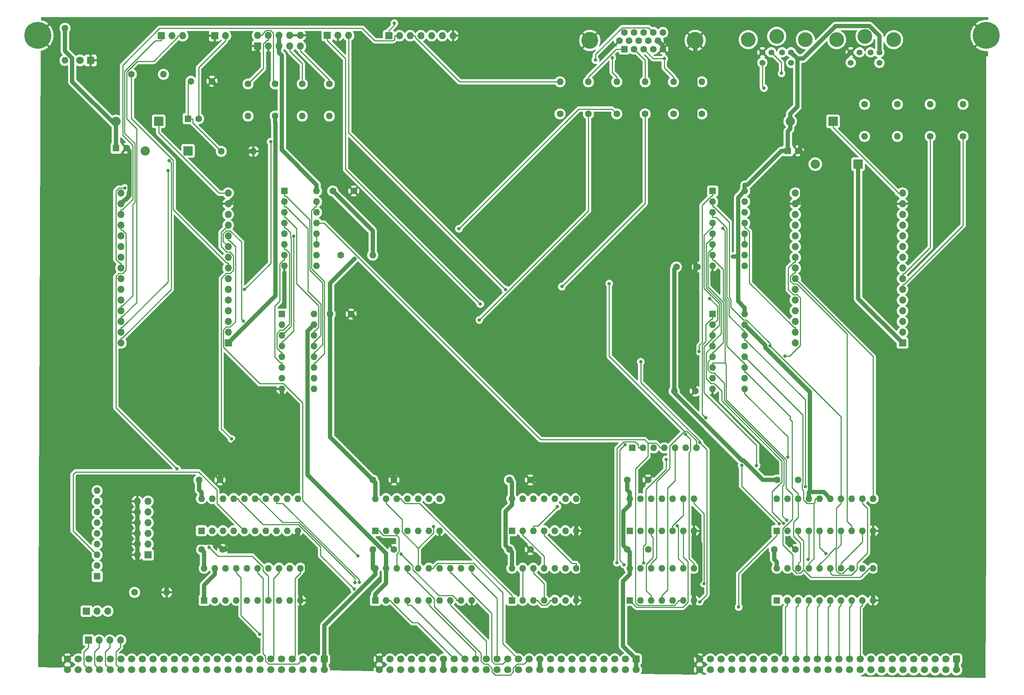
<source format=gbr>
%TF.GenerationSoftware,KiCad,Pcbnew,(6.0.11)*%
%TF.CreationDate,2023-08-19T11:35:38-05:00*%
%TF.ProjectId,input-output.DualESP32,696e7075-742d-46f7-9574-7075742e4475,V1.01*%
%TF.SameCoordinates,Original*%
%TF.FileFunction,Copper,L2,Bot*%
%TF.FilePolarity,Positive*%
%FSLAX46Y46*%
G04 Gerber Fmt 4.6, Leading zero omitted, Abs format (unit mm)*
G04 Created by KiCad (PCBNEW (6.0.11)) date 2023-08-19 11:35:38*
%MOMM*%
%LPD*%
G01*
G04 APERTURE LIST*
G04 Aperture macros list*
%AMRoundRect*
0 Rectangle with rounded corners*
0 $1 Rounding radius*
0 $2 $3 $4 $5 $6 $7 $8 $9 X,Y pos of 4 corners*
0 Add a 4 corners polygon primitive as box body*
4,1,4,$2,$3,$4,$5,$6,$7,$8,$9,$2,$3,0*
0 Add four circle primitives for the rounded corners*
1,1,$1+$1,$2,$3*
1,1,$1+$1,$4,$5*
1,1,$1+$1,$6,$7*
1,1,$1+$1,$8,$9*
0 Add four rect primitives between the rounded corners*
20,1,$1+$1,$2,$3,$4,$5,0*
20,1,$1+$1,$4,$5,$6,$7,0*
20,1,$1+$1,$6,$7,$8,$9,0*
20,1,$1+$1,$8,$9,$2,$3,0*%
G04 Aperture macros list end*
%TA.AperFunction,ComponentPad*%
%ADD10RoundRect,0.250000X-0.600000X0.600000X-0.600000X-0.600000X0.600000X-0.600000X0.600000X0.600000X0*%
%TD*%
%TA.AperFunction,ComponentPad*%
%ADD11C,1.700000*%
%TD*%
%TA.AperFunction,ComponentPad*%
%ADD12C,6.400000*%
%TD*%
%TA.AperFunction,ComponentPad*%
%ADD13R,1.800000X1.800000*%
%TD*%
%TA.AperFunction,ComponentPad*%
%ADD14C,1.800000*%
%TD*%
%TA.AperFunction,ComponentPad*%
%ADD15C,1.600000*%
%TD*%
%TA.AperFunction,ComponentPad*%
%ADD16O,1.600000X1.600000*%
%TD*%
%TA.AperFunction,ComponentPad*%
%ADD17R,1.700000X1.700000*%
%TD*%
%TA.AperFunction,ComponentPad*%
%ADD18O,1.700000X1.700000*%
%TD*%
%TA.AperFunction,ComponentPad*%
%ADD19R,1.600000X1.600000*%
%TD*%
%TA.AperFunction,ComponentPad*%
%ADD20R,2.200000X2.200000*%
%TD*%
%TA.AperFunction,ComponentPad*%
%ADD21O,2.200000X2.200000*%
%TD*%
%TA.AperFunction,ComponentPad*%
%ADD22C,1.422400*%
%TD*%
%TA.AperFunction,ComponentPad*%
%ADD23C,3.497580*%
%TD*%
%TA.AperFunction,ComponentPad*%
%ADD24C,4.000000*%
%TD*%
%TA.AperFunction,ViaPad*%
%ADD25C,0.800000*%
%TD*%
%TA.AperFunction,Conductor*%
%ADD26C,1.000000*%
%TD*%
%TA.AperFunction,Conductor*%
%ADD27C,0.250000*%
%TD*%
G04 APERTURE END LIST*
D10*
%TO.P,P1,1,Pin_1*%
%TO.N,VCC*%
X108000000Y-223000000D03*
D11*
%TO.P,P1,2,Pin_2*%
X108000000Y-225540000D03*
%TO.P,P1,3,Pin_3*%
%TO.N,~{RD}*%
X105460000Y-223000000D03*
%TO.P,P1,4,Pin_4*%
%TO.N,/bus/E*%
X105460000Y-225540000D03*
%TO.P,P1,5,Pin_5*%
%TO.N,~{WR}*%
X102920000Y-223000000D03*
%TO.P,P1,6,Pin_6*%
%TO.N,/bus/ST*%
X102920000Y-225540000D03*
%TO.P,P1,7,Pin_7*%
%TO.N,~{IORQ}*%
X100380000Y-223000000D03*
%TO.P,P1,8,Pin_8*%
%TO.N,/bus/PHI*%
X100380000Y-225540000D03*
%TO.P,P1,9,Pin_9*%
%TO.N,/bus/~{MREQ}*%
X97840000Y-223000000D03*
%TO.P,P1,10,Pin_10*%
%TO.N,/bus/~{INT2}*%
X97840000Y-225540000D03*
%TO.P,P1,11,Pin_11*%
%TO.N,~{M1}*%
X95300000Y-223000000D03*
%TO.P,P1,12,Pin_12*%
%TO.N,/bus/~{INT1}*%
X95300000Y-225540000D03*
%TO.P,P1,13,Pin_13*%
%TO.N,/bus/~{BUSACK}*%
X92760000Y-223000000D03*
%TO.P,P1,14,Pin_14*%
%TO.N,/bus/CRUCLK*%
X92760000Y-225540000D03*
%TO.P,P1,15,Pin_15*%
%TO.N,/bus/CLK*%
X90220000Y-223000000D03*
%TO.P,P1,16,Pin_16*%
%TO.N,/bus/CRUOUT*%
X90220000Y-225540000D03*
%TO.P,P1,17,Pin_17*%
%TO.N,/bus/~{INT0}*%
X87680000Y-223000000D03*
%TO.P,P1,18,Pin_18*%
%TO.N,/bus/CRUIN*%
X87680000Y-225540000D03*
%TO.P,P1,19,Pin_19*%
%TO.N,/bus/~{NMI}*%
X85140000Y-223000000D03*
%TO.P,P1,20,Pin_20*%
%TO.N,~{RES_IN}*%
X85140000Y-225540000D03*
%TO.P,P1,21,Pin_21*%
%TO.N,~{RES_OUT}*%
X82600000Y-223000000D03*
%TO.P,P1,22,Pin_22*%
%TO.N,/bus/USER8*%
X82600000Y-225540000D03*
%TO.P,P1,23,Pin_23*%
%TO.N,/bus/~{BUSRQ}*%
X80060000Y-223000000D03*
%TO.P,P1,24,Pin_24*%
%TO.N,/bus/USER7*%
X80060000Y-225540000D03*
%TO.P,P1,25,Pin_25*%
%TO.N,/bus/~{WAIT}*%
X77520000Y-223000000D03*
%TO.P,P1,26,Pin_26*%
%TO.N,/bus/USER6*%
X77520000Y-225540000D03*
%TO.P,P1,27,Pin_27*%
%TO.N,/bus/~{HALT}*%
X74980000Y-223000000D03*
%TO.P,P1,28,Pin_28*%
%TO.N,/bus/USER5*%
X74980000Y-225540000D03*
%TO.P,P1,29,Pin_29*%
%TO.N,/bus/~{RFSH}*%
X72440000Y-223000000D03*
%TO.P,P1,30,Pin_30*%
%TO.N,/bus/USER4*%
X72440000Y-225540000D03*
%TO.P,P1,31,Pin_31*%
%TO.N,/bus/~{EIRQ7}*%
X69900000Y-223000000D03*
%TO.P,P1,32,Pin_32*%
%TO.N,/bus/USER3*%
X69900000Y-225540000D03*
%TO.P,P1,33,Pin_33*%
%TO.N,/bus/~{EIRQ6}*%
X67360000Y-223000000D03*
%TO.P,P1,34,Pin_34*%
%TO.N,/bus/USER2*%
X67360000Y-225540000D03*
%TO.P,P1,35,Pin_35*%
%TO.N,/bus/~{EIRQ5}*%
X64820000Y-223000000D03*
%TO.P,P1,36,Pin_36*%
%TO.N,/bus/USER1*%
X64820000Y-225540000D03*
%TO.P,P1,37,Pin_37*%
%TO.N,/bus/~{EIRQ4}*%
X62280000Y-223000000D03*
%TO.P,P1,38,Pin_38*%
%TO.N,/bus/USER0*%
X62280000Y-225540000D03*
%TO.P,P1,39,Pin_39*%
%TO.N,/bus/~{EIRQ3}*%
X59740000Y-223000000D03*
%TO.P,P1,40,Pin_40*%
%TO.N,~{BAI}*%
X59740000Y-225540000D03*
%TO.P,P1,41,Pin_41*%
%TO.N,/bus/~{EIRQ2}*%
X57200000Y-223000000D03*
%TO.P,P1,42,Pin_42*%
%TO.N,~{BAO}*%
X57200000Y-225540000D03*
%TO.P,P1,43,Pin_43*%
%TO.N,/bus/~{EIRQ1}*%
X54660000Y-223000000D03*
%TO.P,P1,44,Pin_44*%
%TO.N,~{IEI}*%
X54660000Y-225540000D03*
%TO.P,P1,45,Pin_45*%
%TO.N,/bus/~{EIRQ0}*%
X52120000Y-223000000D03*
%TO.P,P1,46,Pin_46*%
%TO.N,~{IEO}*%
X52120000Y-225540000D03*
%TO.P,P1,47,Pin_47*%
%TO.N,/bus/I2C_SCL*%
X49580000Y-223000000D03*
%TO.P,P1,48,Pin_48*%
%TO.N,/bus/I2C_SDA*%
X49580000Y-225540000D03*
%TO.P,P1,49,Pin_49*%
%TO.N,GND*%
X47040000Y-223000000D03*
%TO.P,P1,50,Pin_50*%
X47040000Y-225540000D03*
%TD*%
D10*
%TO.P,P2,1,Pin_1*%
%TO.N,VCC*%
X182000000Y-223000000D03*
D11*
%TO.P,P2,2,Pin_2*%
X182000000Y-225540000D03*
%TO.P,P2,3,Pin_3*%
%TO.N,/bus/A15*%
X179460000Y-223000000D03*
%TO.P,P2,4,Pin_4*%
%TO.N,/bus/A31*%
X179460000Y-225540000D03*
%TO.P,P2,5,Pin_5*%
%TO.N,/bus/A14*%
X176920000Y-223000000D03*
%TO.P,P2,6,Pin_6*%
%TO.N,/bus/A30*%
X176920000Y-225540000D03*
%TO.P,P2,7,Pin_7*%
%TO.N,/bus/A13*%
X174380000Y-223000000D03*
%TO.P,P2,8,Pin_8*%
%TO.N,/bus/A29*%
X174380000Y-225540000D03*
%TO.P,P2,9,Pin_9*%
%TO.N,/bus/A12*%
X171840000Y-223000000D03*
%TO.P,P2,10,Pin_10*%
%TO.N,/bus/A28*%
X171840000Y-225540000D03*
%TO.P,P2,11,Pin_11*%
%TO.N,/bus/A11*%
X169300000Y-223000000D03*
%TO.P,P2,12,Pin_12*%
%TO.N,/bus/A27*%
X169300000Y-225540000D03*
%TO.P,P2,13,Pin_13*%
%TO.N,/bus/A10*%
X166760000Y-223000000D03*
%TO.P,P2,14,Pin_14*%
%TO.N,/bus/A26*%
X166760000Y-225540000D03*
%TO.P,P2,15,Pin_15*%
%TO.N,/bus/A9*%
X164220000Y-223000000D03*
%TO.P,P2,16,Pin_16*%
%TO.N,/bus/A25*%
X164220000Y-225540000D03*
%TO.P,P2,17,Pin_17*%
%TO.N,/bus/A8*%
X161680000Y-223000000D03*
%TO.P,P2,18,Pin_18*%
%TO.N,/bus/A24*%
X161680000Y-225540000D03*
%TO.P,P2,19,Pin_19*%
%TO.N,+12V*%
X159140000Y-223000000D03*
%TO.P,P2,20,Pin_20*%
X159140000Y-225540000D03*
%TO.P,P2,21,Pin_21*%
%TO.N,A7*%
X156600000Y-223000000D03*
%TO.P,P2,22,Pin_22*%
%TO.N,/bus/A23*%
X156600000Y-225540000D03*
%TO.P,P2,23,Pin_23*%
%TO.N,A6*%
X154060000Y-223000000D03*
%TO.P,P2,24,Pin_24*%
%TO.N,/bus/A22*%
X154060000Y-225540000D03*
%TO.P,P2,25,Pin_25*%
%TO.N,A5*%
X151520000Y-223000000D03*
%TO.P,P2,26,Pin_26*%
%TO.N,/bus/A21*%
X151520000Y-225540000D03*
%TO.P,P2,27,Pin_27*%
%TO.N,A4*%
X148980000Y-223000000D03*
%TO.P,P2,28,Pin_28*%
%TO.N,/bus/A20*%
X148980000Y-225540000D03*
%TO.P,P2,29,Pin_29*%
%TO.N,A3*%
X146440000Y-223000000D03*
%TO.P,P2,30,Pin_30*%
%TO.N,/bus/A19*%
X146440000Y-225540000D03*
%TO.P,P2,31,Pin_31*%
%TO.N,A2*%
X143900000Y-223000000D03*
%TO.P,P2,32,Pin_32*%
%TO.N,/bus/A18*%
X143900000Y-225540000D03*
%TO.P,P2,33,Pin_33*%
%TO.N,A1*%
X141360000Y-223000000D03*
%TO.P,P2,34,Pin_34*%
%TO.N,/bus/A17*%
X141360000Y-225540000D03*
%TO.P,P2,35,Pin_35*%
%TO.N,A0*%
X138820000Y-223000000D03*
%TO.P,P2,36,Pin_36*%
%TO.N,/bus/A16*%
X138820000Y-225540000D03*
%TO.P,P2,37,Pin_37*%
%TO.N,-12V*%
X136280000Y-223000000D03*
%TO.P,P2,38,Pin_38*%
X136280000Y-225540000D03*
%TO.P,P2,39,Pin_39*%
%TO.N,/bus/IC3*%
X133740000Y-223000000D03*
%TO.P,P2,40,Pin_40*%
%TO.N,/bus/~{TEND1}*%
X133740000Y-225540000D03*
%TO.P,P2,41,Pin_41*%
%TO.N,/bus/IC2*%
X131200000Y-223000000D03*
%TO.P,P2,42,Pin_42*%
%TO.N,/bus/~{DREQ1}*%
X131200000Y-225540000D03*
%TO.P,P2,43,Pin_43*%
%TO.N,/bus/IC1*%
X128660000Y-223000000D03*
%TO.P,P2,44,Pin_44*%
%TO.N,/bus/~{TEND0}*%
X128660000Y-225540000D03*
%TO.P,P2,45,Pin_45*%
%TO.N,/bus/IC0*%
X126120000Y-223000000D03*
%TO.P,P2,46,Pin_46*%
%TO.N,/bus/~{DREQ0}*%
X126120000Y-225540000D03*
%TO.P,P2,47,Pin_47*%
%TO.N,/bus/AUXCLK1*%
X123580000Y-223000000D03*
%TO.P,P2,48,Pin_48*%
%TO.N,/bus/AUXCLK0*%
X123580000Y-225540000D03*
%TO.P,P2,49,Pin_49*%
%TO.N,GND*%
X121040000Y-223000000D03*
%TO.P,P2,50,Pin_50*%
X121040000Y-225540000D03*
%TD*%
D12*
%TO.P,H1,1,1*%
%TO.N,GND*%
X40000000Y-75000000D03*
%TD*%
%TO.P,H2,1,1*%
%TO.N,GND*%
X265000000Y-75000000D03*
%TD*%
D10*
%TO.P,P3,1,Pin_1*%
%TO.N,VCC*%
X258000000Y-223000000D03*
D11*
%TO.P,P3,2,Pin_2*%
X258000000Y-225540000D03*
%TO.P,P3,3,Pin_3*%
%TO.N,/bus/D15*%
X255460000Y-223000000D03*
%TO.P,P3,4,Pin_4*%
%TO.N,/bus/D31*%
X255460000Y-225540000D03*
%TO.P,P3,5,Pin_5*%
%TO.N,/bus/D14*%
X252920000Y-223000000D03*
%TO.P,P3,6,Pin_6*%
%TO.N,/bus/D30*%
X252920000Y-225540000D03*
%TO.P,P3,7,Pin_7*%
%TO.N,/bus/D13*%
X250380000Y-223000000D03*
%TO.P,P3,8,Pin_8*%
%TO.N,/bus/D29*%
X250380000Y-225540000D03*
%TO.P,P3,9,Pin_9*%
%TO.N,/bus/D12*%
X247840000Y-223000000D03*
%TO.P,P3,10,Pin_10*%
%TO.N,/bus/D28*%
X247840000Y-225540000D03*
%TO.P,P3,11,Pin_11*%
%TO.N,/bus/D11*%
X245300000Y-223000000D03*
%TO.P,P3,12,Pin_12*%
%TO.N,/bus/D27*%
X245300000Y-225540000D03*
%TO.P,P3,13,Pin_13*%
%TO.N,/bus/D10*%
X242760000Y-223000000D03*
%TO.P,P3,14,Pin_14*%
%TO.N,/bus/D26*%
X242760000Y-225540000D03*
%TO.P,P3,15,Pin_15*%
%TO.N,/bus/D9*%
X240220000Y-223000000D03*
%TO.P,P3,16,Pin_16*%
%TO.N,/bus/D25*%
X240220000Y-225540000D03*
%TO.P,P3,17,Pin_17*%
%TO.N,/bus/D8*%
X237680000Y-223000000D03*
%TO.P,P3,18,Pin_18*%
%TO.N,/bus/D24*%
X237680000Y-225540000D03*
%TO.P,P3,19,Pin_19*%
%TO.N,D7*%
X235140000Y-223000000D03*
%TO.P,P3,20,Pin_20*%
%TO.N,/bus/D23*%
X235140000Y-225540000D03*
%TO.P,P3,21,Pin_21*%
%TO.N,D6*%
X232600000Y-223000000D03*
%TO.P,P3,22,Pin_22*%
%TO.N,/bus/D22*%
X232600000Y-225540000D03*
%TO.P,P3,23,Pin_23*%
%TO.N,D5*%
X230060000Y-223000000D03*
%TO.P,P3,24,Pin_24*%
%TO.N,/bus/D21*%
X230060000Y-225540000D03*
%TO.P,P3,25,Pin_25*%
%TO.N,D4*%
X227520000Y-223000000D03*
%TO.P,P3,26,Pin_26*%
%TO.N,/bus/D20*%
X227520000Y-225540000D03*
%TO.P,P3,27,Pin_27*%
%TO.N,D3*%
X224980000Y-223000000D03*
%TO.P,P3,28,Pin_28*%
%TO.N,/bus/D19*%
X224980000Y-225540000D03*
%TO.P,P3,29,Pin_29*%
%TO.N,D2*%
X222440000Y-223000000D03*
%TO.P,P3,30,Pin_30*%
%TO.N,/bus/D18*%
X222440000Y-225540000D03*
%TO.P,P3,31,Pin_31*%
%TO.N,D1*%
X219900000Y-223000000D03*
%TO.P,P3,32,Pin_32*%
%TO.N,/bus/D17*%
X219900000Y-225540000D03*
%TO.P,P3,33,Pin_33*%
%TO.N,D0*%
X217360000Y-223000000D03*
%TO.P,P3,34,Pin_34*%
%TO.N,/bus/D16*%
X217360000Y-225540000D03*
%TO.P,P3,35,Pin_35*%
%TO.N,/bus/~{BUSERR}*%
X214820000Y-223000000D03*
%TO.P,P3,36,Pin_36*%
%TO.N,/bus/UDS*%
X214820000Y-225540000D03*
%TO.P,P3,37,Pin_37*%
%TO.N,/bus/~{VPA}*%
X212280000Y-223000000D03*
%TO.P,P3,38,Pin_38*%
%TO.N,/bus/LDS*%
X212280000Y-225540000D03*
%TO.P,P3,39,Pin_39*%
%TO.N,/bus/~{VMA}*%
X209740000Y-223000000D03*
%TO.P,P3,40,Pin_40*%
%TO.N,/bus/S2*%
X209740000Y-225540000D03*
%TO.P,P3,41,Pin_41*%
%TO.N,/bus/~{BHE}*%
X207200000Y-223000000D03*
%TO.P,P3,42,Pin_42*%
%TO.N,/bus/S1*%
X207200000Y-225540000D03*
%TO.P,P3,43,Pin_43*%
%TO.N,/bus/IPL2*%
X204660000Y-223000000D03*
%TO.P,P3,44,Pin_44*%
%TO.N,/bus/S0*%
X204660000Y-225540000D03*
%TO.P,P3,45,Pin_45*%
%TO.N,/bus/IPL1*%
X202120000Y-223000000D03*
%TO.P,P3,46,Pin_46*%
%TO.N,/bus/AUXCLK3*%
X202120000Y-225540000D03*
%TO.P,P3,47,Pin_47*%
%TO.N,/bus/IPL0*%
X199580000Y-223000000D03*
%TO.P,P3,48,Pin_48*%
%TO.N,/bus/AUXCLK2*%
X199580000Y-225540000D03*
%TO.P,P3,49,Pin_49*%
%TO.N,GND*%
X197040000Y-223000000D03*
%TO.P,P3,50,Pin_50*%
X197040000Y-225540000D03*
%TD*%
D13*
%TO.P,D1,1,K*%
%TO.N,GND*%
X52526000Y-80902000D03*
D14*
%TO.P,D1,2,A*%
%TO.N,Net-(D1-Pad2)*%
X49986000Y-80902000D03*
%TD*%
D15*
%TO.P,R1,1*%
%TO.N,VCC*%
X46430000Y-73282000D03*
D16*
%TO.P,R1,2*%
%TO.N,Net-(D1-Pad2)*%
X46430000Y-80902000D03*
%TD*%
D17*
%TO.P,P4,1,Pin_1*%
%TO.N,~{IEO}*%
X52000000Y-218500000D03*
D18*
%TO.P,P4,2,Pin_2*%
%TO.N,~{IEI}*%
X54540000Y-218500000D03*
%TO.P,P4,3,Pin_3*%
%TO.N,~{BAO}*%
X57080000Y-218500000D03*
%TO.P,P4,4,Pin_4*%
%TO.N,~{BAI}*%
X59620000Y-218500000D03*
%TD*%
D19*
%TO.P,U9,1,~{PL}*%
%TO.N,~{ESP0_WR}*%
X97875000Y-141115000D03*
D16*
%TO.P,U9,2,CP*%
%TO.N,ESP0_INCLK*%
X97875000Y-143655000D03*
%TO.P,U9,3,D4*%
%TO.N,bD4*%
X97875000Y-146195000D03*
%TO.P,U9,4,D5*%
%TO.N,bD5*%
X97875000Y-148735000D03*
%TO.P,U9,5,D6*%
%TO.N,bD6*%
X97875000Y-151275000D03*
%TO.P,U9,6,D7*%
%TO.N,bD7*%
X97875000Y-153815000D03*
%TO.P,U9,7,~{Q7}*%
%TO.N,unconnected-(U9-Pad7)*%
X97875000Y-156355000D03*
%TO.P,U9,8,GND*%
%TO.N,GND*%
X97875000Y-158895000D03*
%TO.P,U9,9,Q7*%
%TO.N,Net-(U3-Pad13)*%
X105495000Y-158895000D03*
%TO.P,U9,10,DS*%
%TO.N,unconnected-(U9-Pad10)*%
X105495000Y-156355000D03*
%TO.P,U9,11,D0*%
%TO.N,bD0*%
X105495000Y-153815000D03*
%TO.P,U9,12,D1*%
%TO.N,bD1*%
X105495000Y-151275000D03*
%TO.P,U9,13,D2*%
%TO.N,bD2*%
X105495000Y-148735000D03*
%TO.P,U9,14,D3*%
%TO.N,bD3*%
X105495000Y-146195000D03*
%TO.P,U9,15,~{CE}*%
%TO.N,ZERO*%
X105495000Y-143655000D03*
%TO.P,U9,16,VCC*%
%TO.N,VCC*%
X105495000Y-141115000D03*
%TD*%
D19*
%TO.P,RN2,1,common*%
%TO.N,VCC*%
X54050000Y-203330000D03*
D16*
%TO.P,RN2,2,R1*%
%TO.N,Net-(RN2-Pad2)*%
X54050000Y-200790000D03*
%TO.P,RN2,3,R2*%
%TO.N,Net-(RN2-Pad3)*%
X54050000Y-198250000D03*
%TO.P,RN2,4,R3*%
%TO.N,Net-(RN2-Pad4)*%
X54050000Y-195710000D03*
%TO.P,RN2,5,R4*%
%TO.N,Net-(RN2-Pad5)*%
X54050000Y-193170000D03*
%TO.P,RN2,6,R5*%
%TO.N,Net-(RN2-Pad6)*%
X54050000Y-190630000D03*
%TO.P,RN2,7,R6*%
%TO.N,Net-(RN2-Pad7)*%
X54050000Y-188090000D03*
%TO.P,RN2,8,R7*%
%TO.N,Net-(RN2-Pad8)*%
X54050000Y-185550000D03*
%TO.P,RN2,9,R8*%
%TO.N,Net-(RN2-Pad9)*%
X54050000Y-183010000D03*
%TD*%
D15*
%TO.P,R9,1*%
%TO.N,Net-(J1-Pad2)*%
X96298700Y-86490000D03*
D16*
%TO.P,R9,2*%
%TO.N,+3.3V*%
X96298700Y-94110000D03*
%TD*%
D15*
%TO.P,C18,1*%
%TO.N,VCC*%
X190996000Y-159388000D03*
%TO.P,C18,2*%
%TO.N,GND*%
X195996000Y-159388000D03*
%TD*%
%TO.P,C17,1*%
%TO.N,VCC*%
X191504000Y-129924000D03*
%TO.P,C17,2*%
%TO.N,GND*%
X196504000Y-129924000D03*
%TD*%
D17*
%TO.P,J4,1,Pin_1*%
%TO.N,RX*%
X69305000Y-75060000D03*
D18*
%TO.P,J4,2,Pin_2*%
%TO.N,GND*%
X71845000Y-75060000D03*
%TO.P,J4,3,Pin_3*%
%TO.N,TX*%
X74385000Y-75060000D03*
%TD*%
D15*
%TO.P,R10,1*%
%TO.N,Net-(J1-Pad2)*%
X236168000Y-91316000D03*
D16*
%TO.P,R10,2*%
%TO.N,KBDCLK*%
X236168000Y-98936000D03*
%TD*%
D15*
%TO.P,C5,1*%
%TO.N,VCC*%
X151880000Y-180470000D03*
%TO.P,C5,2*%
%TO.N,GND*%
X156880000Y-180470000D03*
%TD*%
%TO.P,R8,1*%
%TO.N,Net-(J1-Pad4)*%
X89864000Y-86490000D03*
D16*
%TO.P,R8,2*%
%TO.N,+3.3V*%
X89864000Y-94110000D03*
%TD*%
D15*
%TO.P,R6,1*%
%TO.N,Net-(J1-Pad7)*%
X102733300Y-86490000D03*
D16*
%TO.P,R6,2*%
%TO.N,+3.3V*%
X102733300Y-94110000D03*
%TD*%
D15*
%TO.P,R3,1*%
%TO.N,MSEDAT*%
X259536000Y-98936000D03*
D16*
%TO.P,R3,2*%
%TO.N,Net-(J1-Pad7)*%
X259536000Y-91316000D03*
%TD*%
D19*
%TO.P,U13,1,OEa*%
%TO.N,ZERO*%
X120095000Y-209035000D03*
D16*
%TO.P,U13,2,I0a*%
%TO.N,A0*%
X122635000Y-209035000D03*
%TO.P,U13,3,O3b*%
%TO.N,bA7*%
X125175000Y-209035000D03*
%TO.P,U13,4,I1a*%
%TO.N,A1*%
X127715000Y-209035000D03*
%TO.P,U13,5,O2b*%
%TO.N,bA6*%
X130255000Y-209035000D03*
%TO.P,U13,6,I2a*%
%TO.N,A2*%
X132795000Y-209035000D03*
%TO.P,U13,7,O1b*%
%TO.N,bA5*%
X135335000Y-209035000D03*
%TO.P,U13,8,I3a*%
%TO.N,A3*%
X137875000Y-209035000D03*
%TO.P,U13,9,O0b*%
%TO.N,bA4*%
X140415000Y-209035000D03*
%TO.P,U13,10,GND*%
%TO.N,GND*%
X142955000Y-209035000D03*
%TO.P,U13,11,I0b*%
%TO.N,A4*%
X142955000Y-201415000D03*
%TO.P,U13,12,O3a*%
%TO.N,bA3*%
X140415000Y-201415000D03*
%TO.P,U13,13,I1b*%
%TO.N,A5*%
X137875000Y-201415000D03*
%TO.P,U13,14,O2a*%
%TO.N,bA2*%
X135335000Y-201415000D03*
%TO.P,U13,15,I2b*%
%TO.N,A6*%
X132795000Y-201415000D03*
%TO.P,U13,16,O1a*%
%TO.N,bA1*%
X130255000Y-201415000D03*
%TO.P,U13,17,I3b*%
%TO.N,A7*%
X127715000Y-201415000D03*
%TO.P,U13,18,O0a*%
%TO.N,bA0*%
X125175000Y-201415000D03*
%TO.P,U13,19,OEb*%
%TO.N,ZERO*%
X122635000Y-201415000D03*
%TO.P,U13,20,VCC*%
%TO.N,VCC*%
X120095000Y-201415000D03*
%TD*%
D15*
%TO.P,C2,1*%
%TO.N,VCC*%
X78855000Y-196980000D03*
%TO.P,C2,2*%
%TO.N,GND*%
X83855000Y-196980000D03*
%TD*%
D17*
%TO.P,J3,1,Pin_1*%
%TO.N,RX1*%
X108675000Y-74990000D03*
D18*
%TO.P,J3,2,Pin_2*%
%TO.N,GND*%
X111215000Y-74990000D03*
%TO.P,J3,3,Pin_3*%
%TO.N,TX1*%
X113755000Y-74990000D03*
%TD*%
D15*
%TO.P,C6,1*%
%TO.N,VCC*%
X151880000Y-196980000D03*
%TO.P,C6,2*%
%TO.N,GND*%
X156880000Y-196980000D03*
%TD*%
D19*
%TO.P,U5,1*%
%TO.N,Net-(U1-Pad2)*%
X180415000Y-192535000D03*
D16*
%TO.P,U5,2*%
%TO.N,~{ESP_WR}*%
X182955000Y-192535000D03*
%TO.P,U5,3*%
%TO.N,Net-(U3-Pad3)*%
X185495000Y-192535000D03*
%TO.P,U5,4*%
%TO.N,~{ESP_WR}*%
X188035000Y-192535000D03*
%TO.P,U5,5*%
%TO.N,bA0*%
X190575000Y-192535000D03*
%TO.P,U5,6*%
%TO.N,Net-(U3-Pad1)*%
X193115000Y-192535000D03*
%TO.P,U5,7,GND*%
%TO.N,GND*%
X195655000Y-192535000D03*
%TO.P,U5,8*%
%TO.N,Net-(U3-Pad5)*%
X195655000Y-184915000D03*
%TO.P,U5,9*%
%TO.N,bA0*%
X193115000Y-184915000D03*
%TO.P,U5,10*%
%TO.N,~{ESP_RD}*%
X190575000Y-184915000D03*
%TO.P,U5,11*%
%TO.N,Net-(U3-Pad9)*%
X188035000Y-184915000D03*
%TO.P,U5,12*%
%TO.N,Net-(U1-Pad4)*%
X185495000Y-184915000D03*
%TO.P,U5,13*%
%TO.N,~{ESP_RD}*%
X182955000Y-184915000D03*
%TO.P,U5,14,VCC*%
%TO.N,VCC*%
X180415000Y-184915000D03*
%TD*%
D17*
%TO.P,J6,1,Pin_1*%
%TO.N,~{RES_IN}*%
X51525000Y-211585000D03*
D18*
%TO.P,J6,2,Pin_2*%
%TO.N,Net-(J6-Pad2)*%
X54065000Y-211585000D03*
%TO.P,J6,3,Pin_3*%
%TO.N,~{RES_OUT}*%
X56605000Y-211585000D03*
%TD*%
D19*
%TO.P,C16,1*%
%TO.N,Net-(C15-Pad1)*%
X75640000Y-94745000D03*
D15*
%TO.P,C16,2*%
%TO.N,Net-(C16-Pad2)*%
X78140000Y-94745000D03*
%TD*%
%TO.P,R13,1*%
%TO.N,VGA_R0*%
X170636000Y-93602000D03*
D16*
%TO.P,R13,2*%
%TO.N,Net-(J10-Pad3)*%
X170636000Y-85982000D03*
%TD*%
D15*
%TO.P,C1,1*%
%TO.N,VCC*%
X78220000Y-180470000D03*
%TO.P,C1,2*%
%TO.N,GND*%
X83220000Y-180470000D03*
%TD*%
D20*
%TO.P,D5,1,K*%
%TO.N,+3.3V*%
X234644000Y-105540000D03*
D21*
%TO.P,D5,2,A*%
%TO.N,Net-(D5-Pad2)*%
X224484000Y-105540000D03*
%TD*%
D15*
%TO.P,R4,1*%
%TO.N,MSECLK*%
X251746700Y-98936000D03*
D16*
%TO.P,R4,2*%
%TO.N,Net-(J1-Pad9)*%
X251746700Y-91316000D03*
%TD*%
D19*
%TO.P,U6,1,QB*%
%TO.N,bD1*%
X200110000Y-111905000D03*
D16*
%TO.P,U6,2,QC*%
%TO.N,bD2*%
X200110000Y-114445000D03*
%TO.P,U6,3,QD*%
%TO.N,bD3*%
X200110000Y-116985000D03*
%TO.P,U6,4,QE*%
%TO.N,bD4*%
X200110000Y-119525000D03*
%TO.P,U6,5,QF*%
%TO.N,bD5*%
X200110000Y-122065000D03*
%TO.P,U6,6,QG*%
%TO.N,bD6*%
X200110000Y-124605000D03*
%TO.P,U6,7,QH*%
%TO.N,bD7*%
X200110000Y-127145000D03*
%TO.P,U6,8,GND*%
%TO.N,GND*%
X200110000Y-129685000D03*
%TO.P,U6,9,QH'*%
%TO.N,unconnected-(U6-Pad9)*%
X207730000Y-129685000D03*
%TO.P,U6,10,~{SRCLR}*%
%TO.N,ONE*%
X207730000Y-127145000D03*
%TO.P,U6,11,SRCLK*%
%TO.N,ESP1_OUTCLK*%
X207730000Y-124605000D03*
%TO.P,U6,12,RCLK*%
X207730000Y-122065000D03*
%TO.P,U6,13,~{OE}*%
%TO.N,~{ESP1_RD}*%
X207730000Y-119525000D03*
%TO.P,U6,14,SER*%
%TO.N,ESP1_OUT*%
X207730000Y-116985000D03*
%TO.P,U6,15,QA*%
%TO.N,bD0*%
X207730000Y-114445000D03*
%TO.P,U6,16,VCC*%
%TO.N,VCC*%
X207730000Y-111905000D03*
%TD*%
D19*
%TO.P,C13,1*%
%TO.N,VCC*%
X58559900Y-101730000D03*
D15*
%TO.P,C13,2*%
%TO.N,GND*%
X61059900Y-101730000D03*
%TD*%
%TO.P,R18,1*%
%TO.N,ONE*%
X111835000Y-127130000D03*
D16*
%TO.P,R18,2*%
%TO.N,VCC*%
X119455000Y-127130000D03*
%TD*%
D19*
%TO.P,C14,1*%
%TO.N,VCC*%
X217944900Y-102365000D03*
D15*
%TO.P,C14,2*%
%TO.N,GND*%
X220444900Y-102365000D03*
%TD*%
%TO.P,R5,1*%
%TO.N,Net-(C15-Pad1)*%
X83514000Y-102492000D03*
D16*
%TO.P,R5,2*%
%TO.N,GND*%
X91134000Y-102492000D03*
%TD*%
D15*
%TO.P,R11,1*%
%TO.N,Net-(J1-Pad4)*%
X243957300Y-91316000D03*
D16*
%TO.P,R11,2*%
%TO.N,KBDDAT*%
X243957300Y-98936000D03*
%TD*%
D20*
%TO.P,D4,1,K*%
%TO.N,+3.3V*%
X75640000Y-102365000D03*
D21*
%TO.P,D4,2,A*%
%TO.N,Net-(D4-Pad2)*%
X65480000Y-102365000D03*
%TD*%
D22*
%TO.P,J8,1*%
%TO.N,Net-(J1-Pad4)*%
X214029360Y-78996480D03*
%TO.P,J8,2*%
%TO.N,unconnected-(J8-Pad2)*%
X216625240Y-78996480D03*
%TO.P,J8,3*%
%TO.N,GND*%
X211928780Y-78996480D03*
%TO.P,J8,4*%
%TO.N,VCC*%
X218725820Y-78996480D03*
%TO.P,J8,5*%
%TO.N,Net-(J1-Pad2)*%
X211928780Y-81445040D03*
%TO.P,J8,6*%
%TO.N,unconnected-(J8-Pad6)*%
X218725820Y-81495840D03*
D23*
%TO.P,J8,SH1*%
%TO.N,N/C*%
X222126880Y-75996740D03*
%TO.P,J8,SH2*%
X215327300Y-75199180D03*
%TO.P,J8,SH3*%
X208578520Y-75996740D03*
%TD*%
D19*
%TO.P,U7,1,~{PL}*%
%TO.N,~{ESP1_WR}*%
X200110000Y-141115000D03*
D16*
%TO.P,U7,2,CP*%
%TO.N,ESP1_INCLK*%
X200110000Y-143655000D03*
%TO.P,U7,3,D4*%
%TO.N,bD4*%
X200110000Y-146195000D03*
%TO.P,U7,4,D5*%
%TO.N,bD5*%
X200110000Y-148735000D03*
%TO.P,U7,5,D6*%
%TO.N,bD6*%
X200110000Y-151275000D03*
%TO.P,U7,6,D7*%
%TO.N,bD7*%
X200110000Y-153815000D03*
%TO.P,U7,7,~{Q7}*%
%TO.N,unconnected-(U7-Pad7)*%
X200110000Y-156355000D03*
%TO.P,U7,8,GND*%
%TO.N,GND*%
X200110000Y-158895000D03*
%TO.P,U7,9,Q7*%
%TO.N,Net-(U3-Pad11)*%
X207730000Y-158895000D03*
%TO.P,U7,10,DS*%
%TO.N,unconnected-(U7-Pad10)*%
X207730000Y-156355000D03*
%TO.P,U7,11,D0*%
%TO.N,bD0*%
X207730000Y-153815000D03*
%TO.P,U7,12,D1*%
%TO.N,bD1*%
X207730000Y-151275000D03*
%TO.P,U7,13,D2*%
%TO.N,bD2*%
X207730000Y-148735000D03*
%TO.P,U7,14,D3*%
%TO.N,bD3*%
X207730000Y-146195000D03*
%TO.P,U7,15,~{CE}*%
%TO.N,ZERO*%
X207730000Y-143655000D03*
%TO.P,U7,16,VCC*%
%TO.N,VCC*%
X207730000Y-141115000D03*
%TD*%
D15*
%TO.P,C12,1*%
%TO.N,VCC*%
X109335000Y-141100000D03*
%TO.P,C12,2*%
%TO.N,GND*%
X114335000Y-141100000D03*
%TD*%
D19*
%TO.P,U1,1*%
%TO.N,bA0*%
X120085000Y-192525000D03*
D16*
%TO.P,U1,2*%
%TO.N,Net-(U1-Pad2)*%
X122625000Y-192525000D03*
%TO.P,U1,3*%
%TO.N,bA0*%
X125165000Y-192525000D03*
%TO.P,U1,4*%
%TO.N,Net-(U1-Pad4)*%
X127705000Y-192525000D03*
%TO.P,U1,5*%
%TO.N,unconnected-(U1-Pad5)*%
X130245000Y-192525000D03*
%TO.P,U1,6*%
%TO.N,unconnected-(U1-Pad6)*%
X132785000Y-192525000D03*
%TO.P,U1,7,GND*%
%TO.N,GND*%
X135325000Y-192525000D03*
%TO.P,U1,8*%
%TO.N,unconnected-(U1-Pad8)*%
X135325000Y-184905000D03*
%TO.P,U1,9*%
%TO.N,unconnected-(U1-Pad9)*%
X132785000Y-184905000D03*
%TO.P,U1,10*%
%TO.N,unconnected-(U1-Pad10)*%
X130245000Y-184905000D03*
%TO.P,U1,11*%
%TO.N,unconnected-(U1-Pad11)*%
X127705000Y-184905000D03*
%TO.P,U1,12*%
%TO.N,Net-(U1-Pad12)*%
X125165000Y-184905000D03*
%TO.P,U1,13*%
%TO.N,bA1*%
X122625000Y-184905000D03*
%TO.P,U1,14,VCC*%
%TO.N,VCC*%
X120085000Y-184905000D03*
%TD*%
D17*
%TO.P,J2,1,Pin_1*%
%TO.N,GND*%
X81990000Y-75060000D03*
D18*
%TO.P,J2,2,Pin_2*%
%TO.N,Net-(C16-Pad2)*%
X84530000Y-75060000D03*
%TD*%
D20*
%TO.P,D3,1,K*%
%TO.N,Net-(D3-Pad1)*%
X228675000Y-95380000D03*
D21*
%TO.P,D3,2,A*%
%TO.N,VCC*%
X218515000Y-95380000D03*
%TD*%
D15*
%TO.P,R2,1*%
%TO.N,AUDIO*%
X62178000Y-84204000D03*
D16*
%TO.P,R2,2*%
%TO.N,Net-(C15-Pad1)*%
X69798000Y-84204000D03*
%TD*%
D15*
%TO.P,R7,1*%
%TO.N,Net-(J1-Pad9)*%
X109168000Y-86490000D03*
D16*
%TO.P,R7,2*%
%TO.N,+3.3V*%
X109168000Y-94110000D03*
%TD*%
D15*
%TO.P,C3,1*%
%TO.N,VCC*%
X119495000Y-180470000D03*
%TO.P,C3,2*%
%TO.N,GND*%
X124495000Y-180470000D03*
%TD*%
D22*
%TO.P,J9,1*%
%TO.N,Net-(J1-Pad7)*%
X234984360Y-78996480D03*
%TO.P,J9,2*%
%TO.N,unconnected-(J9-Pad2)*%
X237580240Y-78996480D03*
%TO.P,J9,3*%
%TO.N,GND*%
X232883780Y-78996480D03*
%TO.P,J9,4*%
%TO.N,VCC*%
X239680820Y-78996480D03*
%TO.P,J9,5*%
%TO.N,Net-(J1-Pad9)*%
X232883780Y-81445040D03*
%TO.P,J9,6*%
%TO.N,unconnected-(J9-Pad6)*%
X239680820Y-81495840D03*
D23*
%TO.P,J9,SH1*%
%TO.N,N/C*%
X243081880Y-75996740D03*
%TO.P,J9,SH2*%
X236282300Y-75199180D03*
%TO.P,J9,SH3*%
X229533520Y-75996740D03*
%TD*%
D19*
%TO.P,U10,1,OEa*%
%TO.N,Net-(U10-Pad1)*%
X215345000Y-192525000D03*
D16*
%TO.P,U10,2,I0a*%
%TO.N,ESP0_RDYO*%
X217885000Y-192525000D03*
%TO.P,U10,3,O3b*%
%TO.N,bD7*%
X220425000Y-192525000D03*
%TO.P,U10,4,I1a*%
%TO.N,ESP0_BUSY*%
X222965000Y-192525000D03*
%TO.P,U10,5,O2b*%
%TO.N,bD6*%
X225505000Y-192525000D03*
%TO.P,U10,6,I2a*%
%TO.N,ESP0_SPAREO*%
X228045000Y-192525000D03*
%TO.P,U10,7,O1b*%
%TO.N,bD5*%
X230585000Y-192525000D03*
%TO.P,U10,8,I3a*%
%TO.N,ESP1_RDYO*%
X233125000Y-192525000D03*
%TO.P,U10,9,O0b*%
%TO.N,bD4*%
X235665000Y-192525000D03*
%TO.P,U10,10,GND*%
%TO.N,GND*%
X238205000Y-192525000D03*
%TO.P,U10,11,I0b*%
%TO.N,ESP1_BUSY*%
X238205000Y-184905000D03*
%TO.P,U10,12,O3a*%
%TO.N,bD3*%
X235665000Y-184905000D03*
%TO.P,U10,13,I1b*%
%TO.N,ZERO*%
X233125000Y-184905000D03*
%TO.P,U10,14,O2a*%
%TO.N,bD2*%
X230585000Y-184905000D03*
%TO.P,U10,15,I2b*%
%TO.N,ZERO*%
X228045000Y-184905000D03*
%TO.P,U10,16,O1a*%
%TO.N,bD1*%
X225505000Y-184905000D03*
%TO.P,U10,17,I3b*%
%TO.N,ZERO*%
X222965000Y-184905000D03*
%TO.P,U10,18,O0a*%
%TO.N,bD0*%
X220425000Y-184905000D03*
%TO.P,U10,19,OEb*%
%TO.N,Net-(U10-Pad1)*%
X217885000Y-184905000D03*
%TO.P,U10,20,VCC*%
%TO.N,VCC*%
X215345000Y-184905000D03*
%TD*%
D17*
%TO.P,J1,1,Pin_1*%
%TO.N,GND*%
X92155000Y-77535000D03*
D18*
%TO.P,J1,2,Pin_2*%
%TO.N,Net-(J1-Pad2)*%
X92155000Y-74995000D03*
%TO.P,J1,3,Pin_3*%
%TO.N,GND*%
X94695000Y-77535000D03*
%TO.P,J1,4,Pin_4*%
%TO.N,Net-(J1-Pad4)*%
X94695000Y-74995000D03*
%TO.P,J1,5,Pin_5*%
%TO.N,VCC*%
X97235000Y-77535000D03*
%TO.P,J1,6,Pin_6*%
X97235000Y-74995000D03*
%TO.P,J1,7,Pin_7*%
%TO.N,Net-(J1-Pad7)*%
X99775000Y-77535000D03*
%TO.P,J1,8,Pin_8*%
%TO.N,GND*%
X99775000Y-74995000D03*
%TO.P,J1,9,Pin_9*%
%TO.N,Net-(J1-Pad9)*%
X102315000Y-77535000D03*
%TO.P,J1,10,Pin_10*%
%TO.N,GND*%
X102315000Y-74995000D03*
%TD*%
D19*
%TO.P,U14,1,A->B*%
%TO.N,~{RD}*%
X215345000Y-209035000D03*
D16*
%TO.P,U14,2,A0*%
%TO.N,D0*%
X217885000Y-209035000D03*
%TO.P,U14,3,A1*%
%TO.N,D1*%
X220425000Y-209035000D03*
%TO.P,U14,4,A2*%
%TO.N,D2*%
X222965000Y-209035000D03*
%TO.P,U14,5,A3*%
%TO.N,D3*%
X225505000Y-209035000D03*
%TO.P,U14,6,A4*%
%TO.N,D4*%
X228045000Y-209035000D03*
%TO.P,U14,7,A5*%
%TO.N,D5*%
X230585000Y-209035000D03*
%TO.P,U14,8,A6*%
%TO.N,D6*%
X233125000Y-209035000D03*
%TO.P,U14,9,A7*%
%TO.N,D7*%
X235665000Y-209035000D03*
%TO.P,U14,10,GND*%
%TO.N,GND*%
X238205000Y-209035000D03*
%TO.P,U14,11,B7*%
%TO.N,bD7*%
X238205000Y-201415000D03*
%TO.P,U14,12,B6*%
%TO.N,bD6*%
X235665000Y-201415000D03*
%TO.P,U14,13,B5*%
%TO.N,bD5*%
X233125000Y-201415000D03*
%TO.P,U14,14,B4*%
%TO.N,bD4*%
X230585000Y-201415000D03*
%TO.P,U14,15,B3*%
%TO.N,bD3*%
X228045000Y-201415000D03*
%TO.P,U14,16,B2*%
%TO.N,bD2*%
X225505000Y-201415000D03*
%TO.P,U14,17,B1*%
%TO.N,bD1*%
X222965000Y-201415000D03*
%TO.P,U14,18,B0*%
%TO.N,bD0*%
X220425000Y-201415000D03*
%TO.P,U14,19,CE*%
%TO.N,~{CS_ESP}*%
X217885000Y-201415000D03*
%TO.P,U14,20,VCC*%
%TO.N,VCC*%
X215345000Y-201415000D03*
%TD*%
D15*
%TO.P,R12,1*%
%TO.N,VGA_R1*%
X163905000Y-93602000D03*
D16*
%TO.P,R12,2*%
%TO.N,Net-(J10-Pad3)*%
X163905000Y-85982000D03*
%TD*%
D15*
%TO.P,C11,1*%
%TO.N,VCC*%
X109970000Y-111890000D03*
%TO.P,C11,2*%
%TO.N,GND*%
X114970000Y-111890000D03*
%TD*%
D19*
%TO.P,U2,1*%
%TO.N,bA1*%
X152475000Y-192535000D03*
D16*
%TO.P,U2,2*%
%TO.N,Net-(U2-Pad2)*%
X155015000Y-192535000D03*
%TO.P,U2,3*%
%TO.N,~{ESP_RD}*%
X157555000Y-192535000D03*
%TO.P,U2,4*%
%TO.N,Net-(U2-Pad4)*%
X160095000Y-192535000D03*
%TO.P,U2,5*%
%TO.N,bA1*%
X162635000Y-192535000D03*
%TO.P,U2,6*%
%TO.N,~{ESP_WR}*%
X165175000Y-192535000D03*
%TO.P,U2,7,GND*%
%TO.N,GND*%
X167715000Y-192535000D03*
%TO.P,U2,8*%
%TO.N,unconnected-(U2-Pad8)*%
X167715000Y-184915000D03*
%TO.P,U2,9*%
%TO.N,unconnected-(U2-Pad9)*%
X165175000Y-184915000D03*
%TO.P,U2,10*%
%TO.N,unconnected-(U2-Pad10)*%
X162635000Y-184915000D03*
%TO.P,U2,11*%
%TO.N,unconnected-(U2-Pad11)*%
X160095000Y-184915000D03*
%TO.P,U2,12*%
%TO.N,unconnected-(U2-Pad12)*%
X157555000Y-184915000D03*
%TO.P,U2,13*%
%TO.N,unconnected-(U2-Pad13)*%
X155015000Y-184915000D03*
%TO.P,U2,14,VCC*%
%TO.N,VCC*%
X152475000Y-184915000D03*
%TD*%
D17*
%TO.P,J10,1,Pin_1*%
%TO.N,VGA_HSYNC*%
X123260000Y-75060000D03*
D18*
%TO.P,J10,2,Pin_2*%
%TO.N,VGA_VSYNC*%
X125800000Y-75060000D03*
%TO.P,J10,3,Pin_3*%
%TO.N,Net-(J10-Pad3)*%
X128340000Y-75060000D03*
%TO.P,J10,4,Pin_4*%
%TO.N,Net-(J10-Pad4)*%
X130880000Y-75060000D03*
%TO.P,J10,5,Pin_5*%
%TO.N,Net-(J10-Pad5)*%
X133420000Y-75060000D03*
%TO.P,J10,6,Pin_6*%
%TO.N,VCC*%
X135960000Y-75060000D03*
%TO.P,J10,7,Pin_7*%
%TO.N,GND*%
X138500000Y-75060000D03*
%TD*%
D19*
%TO.P,U4,1*%
%TO.N,Net-(U1-Pad12)*%
X152475000Y-209045000D03*
D16*
%TO.P,U4,2*%
%TO.N,~{CS_ESP}*%
X155015000Y-209045000D03*
%TO.P,U4,3*%
%TO.N,Net-(U4-Pad3)*%
X157555000Y-209045000D03*
%TO.P,U4,4*%
%TO.N,~{bRD}*%
X160095000Y-209045000D03*
%TO.P,U4,5*%
%TO.N,Net-(U4-Pad3)*%
X162635000Y-209045000D03*
%TO.P,U4,6*%
%TO.N,Net-(U10-Pad1)*%
X165175000Y-209045000D03*
%TO.P,U4,7,GND*%
%TO.N,GND*%
X167715000Y-209045000D03*
%TO.P,U4,8*%
%TO.N,Net-(U2-Pad4)*%
X167715000Y-201425000D03*
%TO.P,U4,9*%
%TO.N,~{bWR}*%
X165175000Y-201425000D03*
%TO.P,U4,10*%
%TO.N,~{CS_ESP}*%
X162635000Y-201425000D03*
%TO.P,U4,11*%
%TO.N,Net-(U2-Pad2)*%
X160095000Y-201425000D03*
%TO.P,U4,12*%
%TO.N,~{bRD}*%
X157555000Y-201425000D03*
%TO.P,U4,13*%
%TO.N,~{CS_ESP}*%
X155015000Y-201425000D03*
%TO.P,U4,14,VCC*%
%TO.N,VCC*%
X152475000Y-201425000D03*
%TD*%
D19*
%TO.P,U16,1,G*%
%TO.N,~{bIORQ}*%
X78820000Y-192525000D03*
D16*
%TO.P,U16,2,P0*%
%TO.N,~{bM1}*%
X81360000Y-192525000D03*
%TO.P,U16,3,R0*%
%TO.N,Net-(RN2-Pad2)*%
X83900000Y-192525000D03*
%TO.P,U16,4,P1*%
%TO.N,~{bM1}*%
X86440000Y-192525000D03*
%TO.P,U16,5,R1*%
%TO.N,Net-(RN2-Pad3)*%
X88980000Y-192525000D03*
%TO.P,U16,6,P2*%
%TO.N,bA2*%
X91520000Y-192525000D03*
%TO.P,U16,7,R2*%
%TO.N,Net-(RN2-Pad4)*%
X94060000Y-192525000D03*
%TO.P,U16,8,P3*%
%TO.N,bA3*%
X96600000Y-192525000D03*
%TO.P,U16,9,R3*%
%TO.N,Net-(RN2-Pad5)*%
X99140000Y-192525000D03*
%TO.P,U16,10,GND*%
%TO.N,GND*%
X101680000Y-192525000D03*
%TO.P,U16,11,P4*%
%TO.N,bA4*%
X101680000Y-184905000D03*
%TO.P,U16,12,R4*%
%TO.N,Net-(RN2-Pad6)*%
X99140000Y-184905000D03*
%TO.P,U16,13,P5*%
%TO.N,bA5*%
X96600000Y-184905000D03*
%TO.P,U16,14,R5*%
%TO.N,Net-(RN2-Pad7)*%
X94060000Y-184905000D03*
%TO.P,U16,15,P6*%
%TO.N,bA6*%
X91520000Y-184905000D03*
%TO.P,U16,16,R6*%
%TO.N,Net-(RN2-Pad8)*%
X88980000Y-184905000D03*
%TO.P,U16,17,P7*%
%TO.N,bA7*%
X86440000Y-184905000D03*
%TO.P,U16,18,R7*%
%TO.N,Net-(RN2-Pad9)*%
X83900000Y-184905000D03*
%TO.P,U16,19,P=R*%
%TO.N,~{CS_ESP}*%
X81360000Y-184905000D03*
%TO.P,U16,20,VCC*%
%TO.N,VCC*%
X78820000Y-184905000D03*
%TD*%
D17*
%TO.P,U12,1,RESET*%
%TO.N,+3.3V*%
X245180000Y-147970000D03*
D18*
%TO.P,U12,2,GPIO36*%
%TO.N,unconnected-(U12-Pad2)*%
X245180000Y-145430000D03*
%TO.P,U12,3,GPIO39*%
%TO.N,unconnected-(U12-Pad3)*%
X245180000Y-142890000D03*
%TO.P,U12,4,GPIO34*%
%TO.N,unconnected-(U12-Pad4)*%
X245180000Y-140350000D03*
%TO.P,U12,5,GPIO35*%
%TO.N,unconnected-(U12-Pad5)*%
X245180000Y-137810000D03*
%TO.P,U12,6,GPIO32*%
%TO.N,MSEDAT*%
X245180000Y-135270000D03*
%TO.P,U12,7,GPIO33*%
%TO.N,MSECLK*%
X245180000Y-132730000D03*
%TO.P,U12,8,GPIO25*%
%TO.N,unconnected-(U12-Pad8)*%
X245180000Y-130190000D03*
%TO.P,U12,9,GPIO26*%
%TO.N,unconnected-(U12-Pad9)*%
X245180000Y-127650000D03*
%TO.P,U12,10,GPIO27*%
%TO.N,unconnected-(U12-Pad10)*%
X245180000Y-125110000D03*
%TO.P,U12,11,GPIO14*%
%TO.N,unconnected-(U12-Pad11)*%
X245180000Y-122570000D03*
%TO.P,U12,12,GPIO12*%
%TO.N,unconnected-(U12-Pad12)*%
X245180000Y-120030000D03*
%TO.P,U12,13,GPIO13*%
%TO.N,unconnected-(U12-Pad13)*%
X245180000Y-117490000D03*
%TO.P,U12,14,GND*%
%TO.N,GND*%
X245180000Y-114950000D03*
%TO.P,U12,15,VIN*%
%TO.N,Net-(D3-Pad1)*%
X245180000Y-112410000D03*
%TO.P,U12,16,3.3V*%
%TO.N,Net-(D5-Pad2)*%
X219740000Y-112410000D03*
%TO.P,U12,17,GND*%
%TO.N,GND*%
X219740000Y-114950000D03*
%TO.P,U12,18,GPIO15*%
%TO.N,unconnected-(U12-Pad18)*%
X219740000Y-117490000D03*
%TO.P,U12,19,GPIO2*%
%TO.N,unconnected-(U12-Pad19)*%
X219740000Y-120030000D03*
%TO.P,U12,20,GPIO4*%
%TO.N,unconnected-(U12-Pad20)*%
X219740000Y-122570000D03*
%TO.P,U12,21,GPIO16*%
%TO.N,ESP1_OUT*%
X219740000Y-125110000D03*
%TO.P,U12,22,GPIO17*%
%TO.N,ESP1_IN*%
X219740000Y-127650000D03*
%TO.P,U12,23,GPIO5*%
%TO.N,ESP1_RDYO*%
X219740000Y-130190000D03*
%TO.P,U12,24,GPIO18*%
%TO.N,ESP1_BUSY*%
X219740000Y-132730000D03*
%TO.P,U12,25,GPIO19*%
%TO.N,ESP1_INCLK*%
X219740000Y-135270000D03*
%TO.P,U12,26,GPIO21*%
%TO.N,ESP1_OUTCLK*%
X219740000Y-137810000D03*
%TO.P,U12,27,GPIO3*%
%TO.N,RX1*%
X219740000Y-140350000D03*
%TO.P,U12,28,GPIO1*%
%TO.N,TX1*%
X219740000Y-142890000D03*
%TO.P,U12,29,GPIO22*%
%TO.N,~{ESP1_RD}*%
X219740000Y-145430000D03*
%TO.P,U12,30,GPIO23*%
%TO.N,~{ESP1_WR}*%
X219740000Y-147970000D03*
%TD*%
D19*
%TO.P,U8,1,QB*%
%TO.N,bD1*%
X98510000Y-111905000D03*
D16*
%TO.P,U8,2,QC*%
%TO.N,bD2*%
X98510000Y-114445000D03*
%TO.P,U8,3,QD*%
%TO.N,bD3*%
X98510000Y-116985000D03*
%TO.P,U8,4,QE*%
%TO.N,bD4*%
X98510000Y-119525000D03*
%TO.P,U8,5,QF*%
%TO.N,bD5*%
X98510000Y-122065000D03*
%TO.P,U8,6,QG*%
%TO.N,bD6*%
X98510000Y-124605000D03*
%TO.P,U8,7,QH*%
%TO.N,bD7*%
X98510000Y-127145000D03*
%TO.P,U8,8,GND*%
%TO.N,GND*%
X98510000Y-129685000D03*
%TO.P,U8,9,QH'*%
%TO.N,unconnected-(U8-Pad9)*%
X106130000Y-129685000D03*
%TO.P,U8,10,~{SRCLR}*%
%TO.N,ONE*%
X106130000Y-127145000D03*
%TO.P,U8,11,SRCLK*%
%TO.N,ESP0_OUTCLK*%
X106130000Y-124605000D03*
%TO.P,U8,12,RCLK*%
X106130000Y-122065000D03*
%TO.P,U8,13,~{OE}*%
%TO.N,~{ESP0_RD}*%
X106130000Y-119525000D03*
%TO.P,U8,14,SER*%
%TO.N,ESP0_OUT*%
X106130000Y-116985000D03*
%TO.P,U8,15,QA*%
%TO.N,bD0*%
X106130000Y-114445000D03*
%TO.P,U8,16,VCC*%
%TO.N,VCC*%
X106130000Y-111905000D03*
%TD*%
D15*
%TO.P,R15,1*%
%TO.N,VGA_G0*%
X177367000Y-93602000D03*
D16*
%TO.P,R15,2*%
%TO.N,Net-(J10-Pad4)*%
X177367000Y-85982000D03*
%TD*%
D24*
%TO.P,J5,0*%
%TO.N,GND*%
X195972700Y-76185000D03*
X170972700Y-76185000D03*
D19*
%TO.P,J5,1*%
%TO.N,Net-(J10-Pad3)*%
X179157700Y-78235000D03*
D15*
%TO.P,J5,2*%
%TO.N,Net-(J10-Pad4)*%
X181447700Y-78235000D03*
%TO.P,J5,3*%
%TO.N,Net-(J10-Pad5)*%
X183737700Y-78235000D03*
%TO.P,J5,4*%
%TO.N,unconnected-(J5-Pad4)*%
X186027700Y-78235000D03*
%TO.P,J5,5*%
%TO.N,GND*%
X188317700Y-78235000D03*
%TO.P,J5,6*%
X178012700Y-76255000D03*
%TO.P,J5,7*%
X180302700Y-76255000D03*
%TO.P,J5,8*%
X182592700Y-76255000D03*
%TO.P,J5,9*%
%TO.N,unconnected-(J5-Pad9)*%
X184882700Y-76255000D03*
%TO.P,J5,10*%
%TO.N,GND*%
X187172700Y-76255000D03*
%TO.P,J5,11*%
%TO.N,unconnected-(J5-Pad11)*%
X179157700Y-74275000D03*
%TO.P,J5,12*%
%TO.N,unconnected-(J5-Pad12)*%
X181447700Y-74275000D03*
%TO.P,J5,13*%
%TO.N,VGA_HSYNC*%
X183737700Y-74275000D03*
%TO.P,J5,14*%
%TO.N,VGA_VSYNC*%
X186027700Y-74275000D03*
%TO.P,J5,15*%
%TO.N,unconnected-(J5-Pad15)*%
X188317700Y-74275000D03*
%TD*%
D19*
%TO.P,U3,1*%
%TO.N,Net-(U3-Pad1)*%
X180415000Y-209045000D03*
D16*
%TO.P,U3,2*%
%TO.N,~{ESP0_WR}*%
X182955000Y-209045000D03*
%TO.P,U3,3*%
%TO.N,Net-(U3-Pad3)*%
X185495000Y-209045000D03*
%TO.P,U3,4*%
%TO.N,~{ESP1_WR}*%
X188035000Y-209045000D03*
%TO.P,U3,5*%
%TO.N,Net-(U3-Pad5)*%
X190575000Y-209045000D03*
%TO.P,U3,6*%
%TO.N,~{ESP0_RD}*%
X193115000Y-209045000D03*
%TO.P,U3,7,GND*%
%TO.N,GND*%
X195655000Y-209045000D03*
%TO.P,U3,8*%
%TO.N,~{ESP1_RD}*%
X195655000Y-201425000D03*
%TO.P,U3,9*%
%TO.N,Net-(U3-Pad9)*%
X193115000Y-201425000D03*
%TO.P,U3,10*%
%TO.N,ESP1_IN*%
X190575000Y-201425000D03*
%TO.P,U3,11*%
%TO.N,Net-(U3-Pad11)*%
X188035000Y-201425000D03*
%TO.P,U3,12*%
%TO.N,ESP0_IN*%
X185495000Y-201425000D03*
%TO.P,U3,13*%
%TO.N,Net-(U3-Pad13)*%
X182955000Y-201425000D03*
%TO.P,U3,14,VCC*%
%TO.N,VCC*%
X180415000Y-201425000D03*
%TD*%
D15*
%TO.P,C9,1*%
%TO.N,VCC*%
X215380000Y-180470000D03*
%TO.P,C9,2*%
%TO.N,GND*%
X220380000Y-180470000D03*
%TD*%
D20*
%TO.P,D2,1,K*%
%TO.N,Net-(D2-Pad1)*%
X68655000Y-95380000D03*
D21*
%TO.P,D2,2,A*%
%TO.N,VCC*%
X58495000Y-95380000D03*
%TD*%
D15*
%TO.P,R16,1*%
%TO.N,VGA_B1*%
X197560000Y-93602000D03*
D16*
%TO.P,R16,2*%
%TO.N,Net-(J10-Pad5)*%
X197560000Y-85982000D03*
%TD*%
D15*
%TO.P,C8,1*%
%TO.N,VCC*%
X179820000Y-196980000D03*
%TO.P,C8,2*%
%TO.N,GND*%
X184820000Y-196980000D03*
%TD*%
%TO.P,C10,1*%
%TO.N,VCC*%
X214745000Y-196980000D03*
%TO.P,C10,2*%
%TO.N,GND*%
X219745000Y-196980000D03*
%TD*%
%TO.P,R19,1*%
%TO.N,ZERO*%
X62940000Y-207140000D03*
D16*
%TO.P,R19,2*%
%TO.N,GND*%
X70560000Y-207140000D03*
%TD*%
D15*
%TO.P,C15,1*%
%TO.N,Net-(C15-Pad1)*%
X76315000Y-85855000D03*
%TO.P,C15,2*%
%TO.N,GND*%
X81315000Y-85855000D03*
%TD*%
%TO.P,R14,1*%
%TO.N,VGA_G1*%
X184098000Y-93602000D03*
D16*
%TO.P,R14,2*%
%TO.N,Net-(J10-Pad4)*%
X184098000Y-85982000D03*
%TD*%
D15*
%TO.P,R17,1*%
%TO.N,VGA_B0*%
X190829000Y-93602000D03*
D16*
%TO.P,R17,2*%
%TO.N,Net-(J10-Pad5)*%
X190829000Y-85982000D03*
%TD*%
D19*
%TO.P,RN1,1,common*%
%TO.N,+3.3V*%
X181045000Y-172850000D03*
D16*
%TO.P,RN1,2,R1*%
%TO.N,ESP1_IN*%
X183585000Y-172850000D03*
%TO.P,RN1,3,R2*%
%TO.N,~{ESP1_RD}*%
X186125000Y-172850000D03*
%TO.P,RN1,4,R3*%
%TO.N,~{ESP0_RD}*%
X188665000Y-172850000D03*
%TO.P,RN1,5,R4*%
%TO.N,~{ESP1_WR}*%
X191205000Y-172850000D03*
%TO.P,RN1,6,R5*%
%TO.N,~{ESP0_WR}*%
X193745000Y-172850000D03*
%TO.P,RN1,7,R6*%
%TO.N,ESP0_IN*%
X196285000Y-172850000D03*
%TD*%
D15*
%TO.P,C4,1*%
%TO.N,VCC*%
X119495000Y-196980000D03*
%TO.P,C4,2*%
%TO.N,GND*%
X124495000Y-196980000D03*
%TD*%
D17*
%TO.P,U11,1,RESET*%
%TO.N,+3.3V*%
X85160000Y-147970000D03*
D18*
%TO.P,U11,2,GPIO36*%
%TO.N,~{ESP0_WR}*%
X85160000Y-145430000D03*
%TO.P,U11,3,GPIO39*%
%TO.N,unconnected-(U11-Pad3)*%
X85160000Y-142890000D03*
%TO.P,U11,4,GPIO34*%
%TO.N,unconnected-(U11-Pad4)*%
X85160000Y-140350000D03*
%TO.P,U11,5,GPIO35*%
%TO.N,unconnected-(U11-Pad5)*%
X85160000Y-137810000D03*
%TO.P,U11,6,GPIO32*%
%TO.N,KBDDAT*%
X85160000Y-135270000D03*
%TO.P,U11,7,GPIO33*%
%TO.N,KBDCLK*%
X85160000Y-132730000D03*
%TO.P,U11,8,GPIO25*%
%TO.N,AUDIO*%
X85160000Y-130190000D03*
%TO.P,U11,9,GPIO26*%
%TO.N,ESP0_OUTCLK*%
X85160000Y-127650000D03*
%TO.P,U11,10,GPIO27*%
%TO.N,ESP0_INCLK*%
X85160000Y-125110000D03*
%TO.P,U11,11,GPIO14*%
%TO.N,ESP0_BUSY*%
X85160000Y-122570000D03*
%TO.P,U11,12,GPIO12*%
%TO.N,ESP0_RDYO*%
X85160000Y-120030000D03*
%TO.P,U11,13,GPIO13*%
%TO.N,~{ESP0_RD}*%
X85160000Y-117490000D03*
%TO.P,U11,14,GND*%
%TO.N,GND*%
X85160000Y-114950000D03*
%TO.P,U11,15,VIN*%
%TO.N,Net-(D2-Pad1)*%
X85160000Y-112410000D03*
%TO.P,U11,16,3.3V*%
%TO.N,Net-(D4-Pad2)*%
X59720000Y-112410000D03*
%TO.P,U11,17,GND*%
%TO.N,GND*%
X59720000Y-114950000D03*
%TO.P,U11,18,GPIO15*%
%TO.N,VGA_VSYNC*%
X59720000Y-117490000D03*
%TO.P,U11,19,GPIO2*%
%TO.N,ESP0_SPAREO*%
X59720000Y-120030000D03*
%TO.P,U11,20,GPIO4*%
%TO.N,VGA_B0*%
X59720000Y-122570000D03*
%TO.P,U11,21,GPIO16*%
%TO.N,ESP0_OUT*%
X59720000Y-125110000D03*
%TO.P,U11,22,GPIO17*%
%TO.N,ESP0_IN*%
X59720000Y-127650000D03*
%TO.P,U11,23,GPIO5*%
%TO.N,VGA_B1*%
X59720000Y-130190000D03*
%TO.P,U11,24,GPIO18*%
%TO.N,VGA_G0*%
X59720000Y-132730000D03*
%TO.P,U11,25,GPIO19*%
%TO.N,VGA_G1*%
X59720000Y-135270000D03*
%TO.P,U11,26,GPIO21*%
%TO.N,VGA_R0*%
X59720000Y-137810000D03*
%TO.P,U11,27,GPIO3*%
%TO.N,RX*%
X59720000Y-140350000D03*
%TO.P,U11,28,GPIO1*%
%TO.N,TX*%
X59720000Y-142890000D03*
%TO.P,U11,29,GPIO22*%
%TO.N,VGA_R1*%
X59720000Y-145430000D03*
%TO.P,U11,30,GPIO23*%
%TO.N,VGA_HSYNC*%
X59720000Y-147970000D03*
%TD*%
D19*
%TO.P,U15,1,OEa*%
%TO.N,ZERO*%
X79455000Y-209035000D03*
D16*
%TO.P,U15,2,I0a*%
%TO.N,Net-(J6-Pad2)*%
X81995000Y-209035000D03*
%TO.P,U15,3,O3b*%
%TO.N,~{bRD}*%
X84535000Y-209035000D03*
%TO.P,U15,4,I1a*%
%TO.N,unconnected-(U15-Pad4)*%
X87075000Y-209035000D03*
%TO.P,U15,5,O2b*%
%TO.N,~{bWR}*%
X89615000Y-209035000D03*
%TO.P,U15,6,I2a*%
%TO.N,unconnected-(U15-Pad6)*%
X92155000Y-209035000D03*
%TO.P,U15,7,O1b*%
%TO.N,~{bM1}*%
X94695000Y-209035000D03*
%TO.P,U15,8,I3a*%
%TO.N,unconnected-(U15-Pad8)*%
X97235000Y-209035000D03*
%TO.P,U15,9,O0b*%
%TO.N,~{bIORQ}*%
X99775000Y-209035000D03*
%TO.P,U15,10,GND*%
%TO.N,GND*%
X102315000Y-209035000D03*
%TO.P,U15,11,I0b*%
%TO.N,~{IORQ}*%
X102315000Y-201415000D03*
%TO.P,U15,12,O3a*%
%TO.N,unconnected-(U15-Pad12)*%
X99775000Y-201415000D03*
%TO.P,U15,13,I1b*%
%TO.N,~{M1}*%
X97235000Y-201415000D03*
%TO.P,U15,14,O2a*%
%TO.N,unconnected-(U15-Pad14)*%
X94695000Y-201415000D03*
%TO.P,U15,15,I2b*%
%TO.N,~{WR}*%
X92155000Y-201415000D03*
%TO.P,U15,16,O1a*%
%TO.N,unconnected-(U15-Pad16)*%
X89615000Y-201415000D03*
%TO.P,U15,17,I3b*%
%TO.N,~{RD}*%
X87075000Y-201415000D03*
%TO.P,U15,18,O0a*%
%TO.N,unconnected-(U15-Pad18)*%
X84535000Y-201415000D03*
%TO.P,U15,19,OEb*%
%TO.N,ZERO*%
X81995000Y-201415000D03*
%TO.P,U15,20,VCC*%
%TO.N,VCC*%
X79455000Y-201415000D03*
%TD*%
D17*
%TO.P,J7,1,Pin_1*%
%TO.N,Net-(RN2-Pad4)*%
X66120000Y-198250000D03*
D18*
%TO.P,J7,2,Pin_2*%
%TO.N,GND*%
X63580000Y-198250000D03*
%TO.P,J7,3,Pin_3*%
%TO.N,Net-(RN2-Pad5)*%
X66120000Y-195710000D03*
%TO.P,J7,4,Pin_4*%
%TO.N,GND*%
X63580000Y-195710000D03*
%TO.P,J7,5,Pin_5*%
%TO.N,Net-(RN2-Pad6)*%
X66120000Y-193170000D03*
%TO.P,J7,6,Pin_6*%
%TO.N,GND*%
X63580000Y-193170000D03*
%TO.P,J7,7,Pin_7*%
%TO.N,Net-(RN2-Pad7)*%
X66120000Y-190630000D03*
%TO.P,J7,8,Pin_8*%
%TO.N,GND*%
X63580000Y-190630000D03*
%TO.P,J7,9,Pin_9*%
%TO.N,Net-(RN2-Pad8)*%
X66120000Y-188090000D03*
%TO.P,J7,10,Pin_10*%
%TO.N,GND*%
X63580000Y-188090000D03*
%TO.P,J7,11,Pin_11*%
%TO.N,Net-(RN2-Pad9)*%
X66120000Y-185550000D03*
%TO.P,J7,12,Pin_12*%
%TO.N,GND*%
X63580000Y-185550000D03*
%TD*%
D15*
%TO.P,C7,1*%
%TO.N,VCC*%
X179820000Y-180470000D03*
%TO.P,C7,2*%
%TO.N,GND*%
X184820000Y-180470000D03*
%TD*%
D25*
%TO.N,VCC*%
X204897800Y-127437100D03*
X115166700Y-127970900D03*
%TO.N,Net-(J1-Pad2)*%
X212299300Y-87479900D03*
%TO.N,Net-(J1-Pad4)*%
X216471100Y-83975700D03*
%TO.N,RX1*%
X144979600Y-138726900D03*
%TO.N,TX1*%
X150955100Y-135294800D03*
%TO.N,Net-(J10-Pad4)*%
X176290700Y-80278800D03*
%TO.N,Net-(J10-Pad5)*%
X188635700Y-80502200D03*
%TO.N,VGA_HSYNC*%
X71159500Y-104682200D03*
X124596300Y-72097400D03*
%TO.N,VGA_VSYNC*%
X172320300Y-80841400D03*
%TO.N,~{RD}*%
X92683800Y-217102400D03*
%TO.N,KBDDAT*%
X89026800Y-135270000D03*
X95248100Y-100229300D03*
%TO.N,VGA_R1*%
X70906500Y-107026400D03*
%TO.N,VGA_R0*%
X144760600Y-142514800D03*
%TO.N,VGA_G1*%
X164346200Y-134608100D03*
%TO.N,VGA_G0*%
X139918200Y-120883600D03*
%TO.N,VGA_B1*%
X60608900Y-111211800D03*
%TO.N,ESP1_IN*%
X177416800Y-200120500D03*
X217260000Y-151059800D03*
%TO.N,~{ESP1_RD}*%
X193698200Y-169637400D03*
%TO.N,~{ESP1_WR}*%
X198483300Y-165763000D03*
%TO.N,~{ESP0_WR}*%
X197056900Y-209388900D03*
X183068600Y-152429600D03*
X197026300Y-171560500D03*
%TO.N,ESP0_IN*%
X175580500Y-133883000D03*
%TO.N,bA1*%
X133879300Y-191575600D03*
%TO.N,~{ESP_RD}*%
X163292600Y-186797400D03*
%TO.N,Net-(U3-Pad5)*%
X198030000Y-205061500D03*
%TO.N,Net-(U3-Pad9)*%
X191697900Y-191349400D03*
%TO.N,Net-(U3-Pad11)*%
X183717800Y-200156200D03*
X189046200Y-175604000D03*
X217959600Y-175031600D03*
%TO.N,Net-(U3-Pad13)*%
X179329500Y-172092100D03*
X179131100Y-200589400D03*
%TO.N,Net-(U10-Pad1)*%
X206301800Y-210620300D03*
%TO.N,bD1*%
X196908700Y-149998300D03*
%TO.N,bD2*%
X213742800Y-148594300D03*
%TO.N,bD3*%
X222082900Y-182090600D03*
%TO.N,bD4*%
X210549600Y-177033200D03*
%TO.N,bD5*%
X100658600Y-122607600D03*
X216916200Y-190796700D03*
%TO.N,bD6*%
X217697800Y-190054400D03*
X227025000Y-197990300D03*
%TO.N,bD0*%
X202544300Y-120732900D03*
%TO.N,ESP1_INCLK*%
X199440100Y-137406100D03*
%TO.N,ESP0_INCLK*%
X88782700Y-142753500D03*
%TO.N,ESP0_RDYO*%
X215908900Y-190857700D03*
X85944500Y-170748600D03*
X207011400Y-177015200D03*
%TO.N,ESP0_BUSY*%
X115957100Y-198476000D03*
X222777800Y-199314400D03*
%TO.N,ESP0_SPAREO*%
X73016500Y-177832100D03*
%TO.N,bA7*%
X115063200Y-206389200D03*
%TO.N,bA6*%
X115249100Y-204825600D03*
%TO.N,bA5*%
X116252100Y-204744300D03*
%TO.N,bA4*%
X126172800Y-198036100D03*
%TO.N,~{bM1}*%
X80655000Y-196419100D03*
%TD*%
D26*
%TO.N,GND*%
X89633900Y-102492000D02*
X89633900Y-110476100D01*
X70560000Y-201425000D02*
X65480000Y-201425000D01*
X97975000Y-196980000D02*
X83855000Y-196980000D01*
X101680000Y-192525000D02*
X101680000Y-193275000D01*
X195808600Y-159200600D02*
X195996000Y-159388000D01*
X195996000Y-131787600D02*
X195996000Y-76208300D01*
X165391700Y-180470000D02*
X169225800Y-184304100D01*
X63575000Y-193170000D02*
X63575000Y-190630000D01*
X195655000Y-192535000D02*
X195655000Y-194035100D01*
X82194000Y-195319000D02*
X77544500Y-195319000D01*
X167715000Y-192535000D02*
X167715000Y-194035100D01*
X228960000Y-88926400D02*
X228960000Y-82920300D01*
X114335000Y-141100000D02*
X124495000Y-151260000D01*
X92155000Y-77535000D02*
X92155000Y-79085100D01*
X187172700Y-76255000D02*
X188317700Y-77400000D01*
X103825200Y-196170300D02*
X101680000Y-194025100D01*
X220884600Y-97001800D02*
X228960000Y-88926400D01*
X102315000Y-207534900D02*
X103825200Y-206024700D01*
X221324300Y-113365700D02*
X221324300Y-102804700D01*
X197213500Y-204322300D02*
X195655000Y-205880800D01*
X238205000Y-192525000D02*
X238205000Y-194025100D01*
X61709000Y-112961000D02*
X61709000Y-102379100D01*
X63575000Y-198250000D02*
X63575000Y-195710000D01*
X195655000Y-194035100D02*
X197213500Y-195593600D01*
X167715000Y-207544900D02*
X169230100Y-206029800D01*
X91134000Y-102492000D02*
X89633900Y-102492000D01*
X195996000Y-76208300D02*
X195972700Y-76185000D01*
X89633900Y-110476100D02*
X85160000Y-114950000D01*
X228960000Y-82920300D02*
X232883800Y-78996500D01*
X101680000Y-193275000D02*
X97975000Y-196980000D01*
X195655000Y-205880800D02*
X195655000Y-207544900D01*
X167715000Y-192535000D02*
X167715000Y-191034900D01*
X167715000Y-209045000D02*
X167715000Y-207544900D01*
X65480000Y-201425000D02*
X63575000Y-199520000D01*
X91259900Y-79085100D02*
X92155000Y-79085100D01*
X239722400Y-195542500D02*
X239722400Y-206017500D01*
X103825200Y-206024700D02*
X103825200Y-196170300D01*
X169230100Y-195550200D02*
X167715000Y-194035100D01*
X70560000Y-207140000D02*
X70560000Y-201425000D01*
X77255500Y-195608000D02*
X70560000Y-195608000D01*
X70560000Y-201425000D02*
X70560000Y-195608000D01*
X156880000Y-180470000D02*
X165391700Y-180470000D01*
X124495000Y-151260000D02*
X124495000Y-180470000D01*
X97875000Y-158895000D02*
X97875000Y-160395100D01*
X221324300Y-102804700D02*
X220884600Y-102365000D01*
X82913300Y-87431700D02*
X91259900Y-79085100D01*
X77544500Y-195319000D02*
X77255500Y-195608000D01*
X81315000Y-85855000D02*
X82891700Y-87431700D01*
X83220000Y-175050100D02*
X83220000Y-180470000D01*
X238205000Y-194025100D02*
X239722400Y-195542500D01*
X238205000Y-209035000D02*
X238205000Y-207534900D01*
X195655000Y-221615000D02*
X197040000Y-223000000D01*
X195996000Y-130432000D02*
X195996000Y-131787600D01*
X219740000Y-114950000D02*
X221324300Y-113365700D01*
X82913300Y-95771400D02*
X82913300Y-87431700D01*
X59720000Y-114950000D02*
X61709000Y-112961000D01*
X63575000Y-199520000D02*
X63575000Y-198250000D01*
X169225800Y-189524100D02*
X167715000Y-191034900D01*
X239722400Y-206017500D02*
X238205000Y-207534900D01*
X63575000Y-190630000D02*
X63575000Y-188090000D01*
X195808600Y-131975000D02*
X195808600Y-159200600D01*
X196504000Y-129924000D02*
X195996000Y-130432000D01*
X102315000Y-209035000D02*
X102315000Y-207534900D01*
X197213500Y-195593600D02*
X197213500Y-204322300D01*
X195655000Y-209045000D02*
X195655000Y-207544900D01*
X61709000Y-102379100D02*
X61059900Y-101730000D01*
X63575000Y-195710000D02*
X63575000Y-193170000D01*
X220884600Y-102365000D02*
X220884600Y-97001800D01*
X82891700Y-87431700D02*
X82913300Y-87431700D01*
X101680000Y-193275000D02*
X101680000Y-194025100D01*
X97875000Y-160395100D02*
X83220000Y-175050100D01*
X169225800Y-184304100D02*
X169225800Y-189524100D01*
X89633900Y-102492000D02*
X82913300Y-95771400D01*
X188317700Y-77400000D02*
X188317700Y-78235000D01*
X83855000Y-196980000D02*
X82194000Y-195319000D01*
X63575000Y-188090000D02*
X63575000Y-185550000D01*
X169230100Y-206029800D02*
X169230100Y-195550200D01*
X195655000Y-209045000D02*
X195655000Y-221615000D01*
X220444900Y-102365000D02*
X220884600Y-102365000D01*
X195996000Y-131787600D02*
X195808600Y-131975000D01*
%TO.N,VCC*%
X58495000Y-95380000D02*
X58495000Y-96280000D01*
X120095000Y-202048600D02*
X119495000Y-201448600D01*
X180415000Y-186415100D02*
X178913300Y-187916800D01*
X152475000Y-186415100D02*
X150974800Y-187915300D01*
X180415000Y-184164900D02*
X180415000Y-183414900D01*
X207079700Y-175915100D02*
X190996000Y-159831400D01*
X109335000Y-133802600D02*
X115166700Y-127970900D01*
X178913300Y-196073300D02*
X179820000Y-196980000D01*
X58495000Y-96280000D02*
X48158000Y-85943000D01*
X152475000Y-184915000D02*
X152475000Y-181065000D01*
X207730000Y-141115000D02*
X207730000Y-139614900D01*
X79455000Y-201415000D02*
X79455000Y-197580000D01*
X180415000Y-202058600D02*
X180415000Y-201425000D01*
X78820000Y-183404900D02*
X78220000Y-182804900D01*
X218515000Y-96280000D02*
X218515000Y-95380000D01*
X180415000Y-183414900D02*
X179820000Y-182819900D01*
X214745000Y-199314900D02*
X214745000Y-196980000D01*
X108000000Y-225540000D02*
X108000000Y-223000000D01*
X119495000Y-180470000D02*
X109335000Y-170310000D01*
X178873500Y-219873500D02*
X178873500Y-204466600D01*
X217944900Y-97750200D02*
X218515000Y-97180100D01*
X180415000Y-202058600D02*
X180415000Y-202925100D01*
X206182200Y-127437100D02*
X204897800Y-127437100D01*
X97235000Y-79085100D02*
X97877400Y-79727500D01*
X221577400Y-80477300D02*
X229322600Y-72732100D01*
X97235000Y-77535000D02*
X97235000Y-79085100D01*
X97877400Y-79727500D02*
X97877400Y-102152300D01*
X97877400Y-102152300D02*
X106130000Y-110404900D01*
X152475000Y-181065000D02*
X151880000Y-180470000D01*
X58495000Y-96280000D02*
X58495000Y-97180100D01*
X182000000Y-223000000D02*
X178873500Y-219873500D01*
X108000000Y-223000000D02*
X108000000Y-215010100D01*
X152475000Y-184915000D02*
X152475000Y-186415100D01*
X152475000Y-201425000D02*
X152475000Y-197575000D01*
X207730000Y-111905000D02*
X206182200Y-113452800D01*
X119455000Y-127130000D02*
X119455000Y-121375000D01*
X120085000Y-181060000D02*
X119495000Y-180470000D01*
X109335000Y-170310000D02*
X109335000Y-141100000D01*
X120095000Y-201415000D02*
X120095000Y-202048600D01*
X217944900Y-102365000D02*
X216444800Y-102365000D01*
X215345000Y-201415000D02*
X215345000Y-199914900D01*
X206182200Y-138067100D02*
X207730000Y-139614900D01*
X79455000Y-197580000D02*
X78855000Y-196980000D01*
X178873500Y-204466600D02*
X180415000Y-202925100D01*
X207730000Y-111154900D02*
X207730000Y-111905000D01*
X229322600Y-72732100D02*
X237305000Y-72732100D01*
X48158000Y-85943000D02*
X48158000Y-80410000D01*
X206182200Y-113452800D02*
X206182200Y-127437100D01*
X218515000Y-95380000D02*
X218515000Y-93579900D01*
X119495000Y-201448600D02*
X119495000Y-196980000D01*
X212022000Y-180470000D02*
X207467100Y-175915100D01*
X218515000Y-96280000D02*
X218515000Y-97180100D01*
X220206600Y-80477300D02*
X218725800Y-78996500D01*
X150974800Y-196074800D02*
X151880000Y-196980000D01*
X258000000Y-223000000D02*
X258000000Y-225540000D01*
X220206600Y-80477300D02*
X221577400Y-80477300D01*
X207730000Y-111154900D02*
X207730000Y-110404900D01*
X182000000Y-223000000D02*
X182000000Y-225540000D01*
X180415000Y-197575000D02*
X179820000Y-196980000D01*
X207467100Y-175915100D02*
X207079700Y-175915100D01*
X48158000Y-80410000D02*
X46430000Y-78682000D01*
X190996000Y-159831400D02*
X190996000Y-159388000D01*
X215380000Y-180470000D02*
X212022000Y-180470000D01*
X208404900Y-110404900D02*
X207730000Y-110404900D01*
X58559900Y-97245000D02*
X58495000Y-97180100D01*
X191504000Y-129924000D02*
X190996000Y-130432000D01*
X216444800Y-102365000D02*
X208404900Y-110404900D01*
X58559900Y-101730000D02*
X58559900Y-97245000D01*
X239680800Y-75107900D02*
X239680800Y-78996500D01*
X218515000Y-93579900D02*
X220206600Y-91888300D01*
X215345000Y-199914900D02*
X214745000Y-199314900D01*
X106130000Y-111905000D02*
X106130000Y-110404900D01*
X150974800Y-187915300D02*
X150974800Y-196074800D01*
X119455000Y-121375000D02*
X109970000Y-111890000D01*
X108000000Y-215010100D02*
X120095000Y-202915100D01*
X109335000Y-141100000D02*
X109335000Y-133802600D01*
X97235000Y-74995000D02*
X97235000Y-77535000D01*
X78220000Y-182804900D02*
X78220000Y-180470000D01*
X217944900Y-102365000D02*
X217944900Y-97750200D01*
X120085000Y-184905000D02*
X120085000Y-181060000D01*
X206182200Y-127437100D02*
X206182200Y-138067100D01*
X180415000Y-184164900D02*
X180415000Y-184915000D01*
X120095000Y-202048600D02*
X120095000Y-202915100D01*
X180415000Y-201425000D02*
X180415000Y-197575000D01*
X179820000Y-182819900D02*
X179820000Y-180470000D01*
X220206600Y-91888300D02*
X220206600Y-80477300D01*
X46430000Y-73282000D02*
X46430000Y-78682000D01*
X152475000Y-197575000D02*
X151880000Y-196980000D01*
X78820000Y-184905000D02*
X78820000Y-183404900D01*
X178913300Y-187916800D02*
X178913300Y-196073300D01*
X180415000Y-184915000D02*
X180415000Y-186415100D01*
X237305000Y-72732100D02*
X239680800Y-75107900D01*
X190996000Y-130432000D02*
X190996000Y-159388000D01*
%TO.N,-12V*%
X136280000Y-223000000D02*
X136280000Y-225540000D01*
%TO.N,+12V*%
X159140000Y-223000000D02*
X159140000Y-225540000D01*
D27*
%TO.N,~{IEO}*%
X52000000Y-219000000D02*
X52000000Y-218500000D01*
X52000000Y-220175000D02*
X52000000Y-219000000D01*
X50921900Y-224342000D02*
X50921900Y-221253000D01*
X52120000Y-225540000D02*
X50921900Y-224342000D01*
X50921900Y-221253000D02*
X52000000Y-220175000D01*
%TO.N,~{IEI}*%
X53462000Y-224342000D02*
X54660000Y-225540000D01*
X54540000Y-219000000D02*
X54540000Y-218500000D01*
X53462000Y-221253000D02*
X53462000Y-224342000D01*
X54540000Y-220175000D02*
X53462000Y-221253000D01*
X54540000Y-219000000D02*
X54540000Y-220175000D01*
%TO.N,~{BAO}*%
X57080000Y-220175000D02*
X57080000Y-219000000D01*
X57200000Y-225540000D02*
X56002000Y-224342000D01*
X56002000Y-221253000D02*
X57080000Y-220175000D01*
X56002000Y-224342000D02*
X56002000Y-221253000D01*
X57080000Y-219000000D02*
X57080000Y-218500000D01*
%TO.N,~{BAI}*%
X58542000Y-221253000D02*
X59620000Y-220175000D01*
X58542000Y-224342000D02*
X58542000Y-221253000D01*
X59740000Y-225540000D02*
X58542000Y-224342000D01*
X59620000Y-220175000D02*
X59620000Y-219000000D01*
X59620000Y-219000000D02*
X59620000Y-218500000D01*
%TO.N,Net-(C15-Pad1)*%
X76765100Y-95743100D02*
X76765100Y-94745000D01*
X83514000Y-102492000D02*
X76765100Y-95743100D01*
X75640000Y-94745000D02*
X75640000Y-86530000D01*
X75640000Y-86530000D02*
X76315000Y-85855000D01*
X75640000Y-94745000D02*
X76765100Y-94745000D01*
%TO.N,Net-(C16-Pad2)*%
X78140000Y-82625100D02*
X84530000Y-76235100D01*
X84530000Y-75060000D02*
X84530000Y-76235100D01*
X78140000Y-94745000D02*
X78140000Y-82625100D01*
%TO.N,Net-(D2-Pad1)*%
X82995700Y-112410000D02*
X85160000Y-112410000D01*
X68655000Y-95380000D02*
X68655000Y-98069300D01*
X68655000Y-98069300D02*
X82995700Y-112410000D01*
%TO.N,Net-(D3-Pad1)*%
X228675000Y-95380000D02*
X228675000Y-96805100D01*
X245180000Y-112410000D02*
X244004900Y-112410000D01*
X244004900Y-112135000D02*
X244004900Y-112410000D01*
X228675000Y-96805100D02*
X244004900Y-112135000D01*
D26*
%TO.N,+3.3V*%
X96298700Y-94110000D02*
X96298700Y-95610100D01*
X234644000Y-105540000D02*
X234644000Y-137434000D01*
X85160000Y-147970000D02*
X96348200Y-136781800D01*
X234644000Y-137434000D02*
X245180000Y-147970000D01*
X96348200Y-95659600D02*
X96298700Y-95610100D01*
X96348200Y-136781800D02*
X96348200Y-95659600D01*
D27*
%TO.N,Net-(J1-Pad2)*%
X94179700Y-73778200D02*
X95188100Y-73778200D01*
X95896900Y-86088200D02*
X96298700Y-86490000D01*
X95188100Y-73778200D02*
X95896900Y-74487000D01*
X93330100Y-74995000D02*
X93330100Y-74627800D01*
X211928800Y-87109400D02*
X212299300Y-87479900D01*
X92155000Y-74995000D02*
X93330100Y-74995000D01*
X211928800Y-81445000D02*
X211928800Y-87109400D01*
X95896900Y-74487000D02*
X95896900Y-86088200D01*
X93330100Y-74627800D02*
X94179700Y-73778200D01*
%TO.N,Net-(J1-Pad4)*%
X216471100Y-81438200D02*
X216471100Y-83975700D01*
X94327700Y-76170100D02*
X93519900Y-76977900D01*
X93519900Y-82834100D02*
X89864000Y-86490000D01*
X94695000Y-74995000D02*
X94695000Y-76170100D01*
X214029400Y-78996500D02*
X216471100Y-81438200D01*
X94695000Y-76170100D02*
X94327700Y-76170100D01*
X93519900Y-76977900D02*
X93519900Y-82834100D01*
%TO.N,Net-(J1-Pad7)*%
X99775000Y-77535000D02*
X99775000Y-78710100D01*
X102733300Y-81668400D02*
X102733300Y-86490000D01*
X99775000Y-78710100D02*
X102733300Y-81668400D01*
%TO.N,Net-(J1-Pad9)*%
X102315000Y-78710100D02*
X109168000Y-85563100D01*
X109168000Y-85563100D02*
X109168000Y-86490000D01*
X102315000Y-77535000D02*
X102315000Y-78710100D01*
%TO.N,RX1*%
X108675000Y-74990000D02*
X108675000Y-76165100D01*
X113006100Y-106753400D02*
X144979600Y-138726900D01*
X113006100Y-80496200D02*
X113006100Y-106753400D01*
X108675000Y-76165100D02*
X113006100Y-80496200D01*
%TO.N,TX1*%
X113755000Y-98094700D02*
X113755000Y-74990000D01*
X150955100Y-135294800D02*
X113755000Y-98094700D01*
%TO.N,RX*%
X69305000Y-75060000D02*
X69305000Y-76235100D01*
X62534100Y-115115600D02*
X62984200Y-114665500D01*
X62984200Y-100643300D02*
X60579700Y-98238800D01*
X59720000Y-139174900D02*
X60087200Y-139174900D01*
X60579700Y-98238800D02*
X60579700Y-83515900D01*
X62984200Y-114665500D02*
X62984200Y-100643300D01*
X60579700Y-83515900D02*
X67860500Y-76235100D01*
X60087200Y-139174900D02*
X62534100Y-136728000D01*
X62534100Y-136728000D02*
X62534100Y-115115600D01*
X59720000Y-140350000D02*
X59720000Y-139174900D01*
X67860500Y-76235100D02*
X69305000Y-76235100D01*
%TO.N,TX*%
X67479600Y-81157500D02*
X73209900Y-75427200D01*
X61033100Y-94761500D02*
X61033100Y-83699100D01*
X63434300Y-97162700D02*
X61033100Y-94761500D01*
X63574700Y-81157500D02*
X67479600Y-81157500D01*
X73209900Y-75427200D02*
X73209900Y-75060000D01*
X59720000Y-142890000D02*
X59720000Y-141714900D01*
X63434300Y-138365800D02*
X63434300Y-97162700D01*
X61033100Y-83699100D02*
X63574700Y-81157500D01*
X60085200Y-141714900D02*
X63434300Y-138365800D01*
X59720000Y-141714900D02*
X60085200Y-141714900D01*
X74385000Y-75060000D02*
X73209900Y-75060000D01*
%TO.N,Net-(J10-Pad3)*%
X179157700Y-78235000D02*
X178032600Y-78235000D01*
X170636000Y-85982000D02*
X170636000Y-84856900D01*
X177257900Y-78235000D02*
X170636000Y-84856900D01*
X128340000Y-75060000D02*
X129515100Y-75060000D01*
X129515100Y-75425300D02*
X129515100Y-75060000D01*
X178032600Y-78235000D02*
X177257900Y-78235000D01*
X163905000Y-85982000D02*
X140071800Y-85982000D01*
X140071800Y-85982000D02*
X129515100Y-75425300D01*
%TO.N,Net-(J10-Pad4)*%
X177367000Y-84856900D02*
X176290700Y-83780600D01*
X184098000Y-80885300D02*
X184098000Y-85982000D01*
X176290700Y-83780600D02*
X176290700Y-80278800D01*
X177367000Y-85982000D02*
X177367000Y-84856900D01*
X181447700Y-78235000D02*
X184098000Y-80885300D01*
%TO.N,Net-(J10-Pad5)*%
X188635700Y-80502200D02*
X188635700Y-82663600D01*
X188635700Y-82663600D02*
X190829000Y-84856900D01*
X186004900Y-80502200D02*
X188635700Y-80502200D01*
X183737700Y-78235000D02*
X186004900Y-80502200D01*
X190829000Y-85982000D02*
X190829000Y-84856900D01*
%TO.N,VGA_HSYNC*%
X59720000Y-146794900D02*
X60085200Y-146794900D01*
X71631600Y-105154300D02*
X71159500Y-104682200D01*
X71631600Y-135248500D02*
X71631600Y-105154300D01*
X123260000Y-73884900D02*
X124596300Y-72548600D01*
X123260000Y-75060000D02*
X123260000Y-73884900D01*
X124596300Y-72548600D02*
X124596300Y-72097400D01*
X60085200Y-146794900D02*
X71631600Y-135248500D01*
X59720000Y-147970000D02*
X59720000Y-146794900D01*
%TO.N,VGA_VSYNC*%
X172320300Y-79492200D02*
X172320300Y-80841400D01*
X68902200Y-73282900D02*
X116972600Y-73282900D01*
X184899000Y-73146300D02*
X178666200Y-73146300D01*
X60129500Y-82055600D02*
X68902200Y-73282900D01*
X178666200Y-73146300D02*
X172320300Y-79492200D01*
X59720000Y-116314900D02*
X60096600Y-116314900D01*
X116972600Y-73282900D02*
X119924900Y-76235200D01*
X124280700Y-76235200D02*
X124624900Y-75891000D01*
X62534100Y-113877400D02*
X62534100Y-101055000D01*
X125800000Y-75060000D02*
X124624900Y-75060000D01*
X60129500Y-98650400D02*
X60129500Y-82055600D01*
X59720000Y-117490000D02*
X59720000Y-116314900D01*
X60096600Y-116314900D02*
X62534100Y-113877400D01*
X124624900Y-75891000D02*
X124624900Y-75060000D01*
X186027700Y-74275000D02*
X184899000Y-73146300D01*
X119924900Y-76235200D02*
X124280700Y-76235200D01*
X62534100Y-101055000D02*
X60129500Y-98650400D01*
%TO.N,~{RD}*%
X88200100Y-212618700D02*
X92683800Y-217102400D01*
X88200100Y-203665200D02*
X88200100Y-212618700D01*
X87075000Y-201415000D02*
X87075000Y-202540100D01*
X87075000Y-202540100D02*
X88200100Y-203665200D01*
%TO.N,~{WR}*%
X94030000Y-222285000D02*
X93425000Y-221680000D01*
X101744800Y-224175200D02*
X94774200Y-224175200D01*
X102920000Y-223000000D02*
X101744800Y-224175200D01*
X92155000Y-201415000D02*
X92155000Y-202540100D01*
X93425000Y-221680000D02*
X93425000Y-203810100D01*
X94030000Y-223431000D02*
X94030000Y-222285000D01*
X93425000Y-203810100D02*
X92155000Y-202540100D01*
X94774200Y-224175200D02*
X94030000Y-223431000D01*
%TO.N,~{IORQ}*%
X100380000Y-223000000D02*
X101045000Y-222335000D01*
X102315000Y-201415000D02*
X102315000Y-202540100D01*
X101045000Y-222335000D02*
X101045000Y-203810100D01*
X101045000Y-203810100D02*
X102315000Y-202540100D01*
%TO.N,~{M1}*%
X95965000Y-203810100D02*
X97235000Y-202540100D01*
X97235000Y-201415000D02*
X97235000Y-202540100D01*
X95965000Y-222335000D02*
X95965000Y-203810100D01*
X95300000Y-223000000D02*
X95965000Y-222335000D01*
%TO.N,A7*%
X146739300Y-224175200D02*
X145914200Y-224175200D01*
X134065000Y-208657000D02*
X127948100Y-202540100D01*
X145170000Y-223431000D02*
X145170000Y-221624300D01*
X147804800Y-225240700D02*
X146739300Y-224175200D01*
X155424900Y-224175100D02*
X153760800Y-224175100D01*
X145914200Y-224175200D02*
X145170000Y-223431000D01*
X134065000Y-210519300D02*
X134065000Y-208657000D01*
X152084700Y-226734000D02*
X148492600Y-226734000D01*
X145170000Y-221624300D02*
X134065000Y-210519300D01*
X152790000Y-226028700D02*
X152084700Y-226734000D01*
X153760800Y-224175100D02*
X152790000Y-225145900D01*
X156600000Y-223000000D02*
X155424900Y-224175100D01*
X152790000Y-225145900D02*
X152790000Y-226028700D01*
X127948100Y-202540100D02*
X127715000Y-202540100D01*
X148492600Y-226734000D02*
X147804800Y-226046200D01*
X147804800Y-226046200D02*
X147804800Y-225240700D01*
X127715000Y-201415000D02*
X127715000Y-202540100D01*
%TO.N,A6*%
X150344800Y-207189800D02*
X143422400Y-200267400D01*
X154060000Y-223000000D02*
X150344800Y-219284800D01*
X143422400Y-200267400D02*
X134834500Y-200267400D01*
X134834500Y-200267400D02*
X133920100Y-201181800D01*
X132795000Y-201415000D02*
X133920100Y-201415000D01*
X133920100Y-201181800D02*
X133920100Y-201415000D01*
X150344800Y-219284800D02*
X150344800Y-207189800D01*
%TO.N,A5*%
X151520000Y-223000000D02*
X150344800Y-224175200D01*
X150344800Y-224175200D02*
X148454200Y-224175200D01*
X147710000Y-212142000D02*
X138108100Y-202540100D01*
X148454200Y-224175200D02*
X147710000Y-223431000D01*
X137875000Y-201415000D02*
X137875000Y-202540100D01*
X138108100Y-202540100D02*
X137875000Y-202540100D01*
X147710000Y-223431000D02*
X147710000Y-212142000D01*
%TO.N,A4*%
X148980000Y-208565100D02*
X142955000Y-202540100D01*
X148980000Y-223000000D02*
X148980000Y-208565100D01*
X142955000Y-201415000D02*
X142955000Y-202540100D01*
%TO.N,A3*%
X137875000Y-210160100D02*
X146440000Y-218725100D01*
X146440000Y-218725100D02*
X146440000Y-223000000D01*
X137875000Y-209035000D02*
X137875000Y-210160100D01*
%TO.N,A2*%
X132795000Y-210160100D02*
X143900000Y-221265100D01*
X143900000Y-221265100D02*
X143900000Y-223000000D01*
X132795000Y-209035000D02*
X132795000Y-210160100D01*
%TO.N,A1*%
X141360000Y-223000000D02*
X128520100Y-210160100D01*
X128520100Y-210160100D02*
X127715000Y-210160100D01*
X127715000Y-209035000D02*
X127715000Y-210160100D01*
%TO.N,A0*%
X138820000Y-223000000D02*
X130171800Y-214351800D01*
X128843700Y-214351800D02*
X123760100Y-209268200D01*
X122635000Y-209035000D02*
X123760100Y-209035000D01*
X123760100Y-209268200D02*
X123760100Y-209035000D01*
X130171800Y-214351800D02*
X128843700Y-214351800D01*
%TO.N,D7*%
X235140000Y-223000000D02*
X235140000Y-210685100D01*
X235665000Y-209035000D02*
X235665000Y-210160100D01*
X235140000Y-210685100D02*
X235665000Y-210160100D01*
%TO.N,D6*%
X232600000Y-223000000D02*
X232600000Y-210685100D01*
X232600000Y-210685100D02*
X233125000Y-210160100D01*
X233125000Y-209035000D02*
X233125000Y-210160100D01*
%TO.N,D5*%
X230060000Y-223000000D02*
X230060000Y-210685100D01*
X230585000Y-209035000D02*
X230585000Y-210160100D01*
X230060000Y-210685100D02*
X230585000Y-210160100D01*
%TO.N,D4*%
X228045000Y-209035000D02*
X228045000Y-210160100D01*
X227520000Y-223000000D02*
X227520000Y-210685100D01*
X227520000Y-210685100D02*
X228045000Y-210160100D01*
%TO.N,D3*%
X225505000Y-209035000D02*
X225505000Y-210160100D01*
X224980000Y-223000000D02*
X224980000Y-210685100D01*
X224980000Y-210685100D02*
X225505000Y-210160100D01*
%TO.N,D2*%
X222440000Y-223000000D02*
X222440000Y-210685100D01*
X222440000Y-210685100D02*
X222965000Y-210160100D01*
X222965000Y-209035000D02*
X222965000Y-210160100D01*
%TO.N,D1*%
X219900000Y-210685100D02*
X220425000Y-210160100D01*
X220425000Y-209035000D02*
X220425000Y-210160100D01*
X219900000Y-223000000D02*
X219900000Y-210685100D01*
%TO.N,D0*%
X217360000Y-210685100D02*
X217885000Y-210160100D01*
X217360000Y-223000000D02*
X217360000Y-210685100D01*
X217885000Y-209035000D02*
X217885000Y-210160100D01*
%TO.N,AUDIO*%
X85160000Y-129014900D02*
X84794700Y-129014900D01*
X85160000Y-130190000D02*
X85160000Y-129014900D01*
X72081700Y-104579000D02*
X62178000Y-94675300D01*
X72081700Y-116301900D02*
X72081700Y-104579000D01*
X62178000Y-94675300D02*
X62178000Y-84204000D01*
X84794700Y-129014900D02*
X72081700Y-116301900D01*
%TO.N,MSEDAT*%
X259536000Y-98936000D02*
X259536000Y-120104100D01*
X245180000Y-135270000D02*
X245180000Y-134094900D01*
X245545200Y-134094900D02*
X245180000Y-134094900D01*
X259536000Y-120104100D02*
X245545200Y-134094900D01*
%TO.N,MSECLK*%
X251746700Y-125353400D02*
X245545200Y-131554900D01*
X245545200Y-131554900D02*
X245180000Y-131554900D01*
X251746700Y-98936000D02*
X251746700Y-125353400D01*
X245180000Y-132730000D02*
X245180000Y-131554900D01*
%TO.N,KBDDAT*%
X95248100Y-129048700D02*
X89026800Y-135270000D01*
X95248100Y-100229300D02*
X95248100Y-129048700D01*
%TO.N,VGA_R1*%
X59720000Y-145430000D02*
X59720000Y-144254900D01*
X70906500Y-133433600D02*
X60085200Y-144254900D01*
X70906500Y-107026400D02*
X70906500Y-133433600D01*
X60085200Y-144254900D02*
X59720000Y-144254900D01*
%TO.N,VGA_R0*%
X170636000Y-116639400D02*
X144760600Y-142514800D01*
X170636000Y-93602000D02*
X170636000Y-116639400D01*
%TO.N,VGA_G1*%
X184098000Y-114856300D02*
X164346200Y-134608100D01*
X184098000Y-93602000D02*
X184098000Y-114856300D01*
%TO.N,VGA_G0*%
X176221300Y-92456300D02*
X168345500Y-92456300D01*
X168345500Y-92456300D02*
X139918200Y-120883600D01*
X177367000Y-93602000D02*
X176221300Y-92456300D01*
%TO.N,VGA_B1*%
X59352800Y-129014900D02*
X58510700Y-128172800D01*
X59720000Y-129014900D02*
X59352800Y-129014900D01*
X58510700Y-128172800D02*
X58510700Y-111913400D01*
X59212300Y-111211800D02*
X60608900Y-111211800D01*
X58510700Y-111913400D02*
X59212300Y-111211800D01*
X59720000Y-130190000D02*
X59720000Y-129014900D01*
D26*
%TO.N,ZERO*%
X223120000Y-183404900D02*
X223183000Y-183341900D01*
X79455000Y-205455100D02*
X79455000Y-209035000D01*
X223183000Y-183341900D02*
X226481900Y-183341900D01*
X223183000Y-183341900D02*
X223183000Y-159590100D01*
X222965000Y-184905000D02*
X222965000Y-183404900D01*
X212642700Y-149049800D02*
X212642700Y-148567700D01*
X103975900Y-145174100D02*
X103975900Y-179267600D01*
X226481900Y-183341900D02*
X228045000Y-184905000D01*
X122635000Y-197926700D02*
X122635000Y-201415000D01*
X81995000Y-201415000D02*
X81995000Y-202915100D01*
X122635000Y-201415000D02*
X122635000Y-204994900D01*
X212642700Y-148567700D02*
X207730000Y-143655000D01*
X223183000Y-159590100D02*
X212642700Y-149049800D01*
X122635000Y-204994900D02*
X120095000Y-207534900D01*
X120095000Y-209035000D02*
X120095000Y-207534900D01*
X103975900Y-179267600D02*
X122635000Y-197926700D01*
X222965000Y-183404900D02*
X223120000Y-183404900D01*
X105495000Y-143655000D02*
X103975900Y-145174100D01*
X81995000Y-202915100D02*
X79455000Y-205455100D01*
D27*
%TO.N,ESP1_IN*%
X219740000Y-127650000D02*
X219740000Y-128825100D01*
X220915200Y-137240600D02*
X220915200Y-148509300D01*
X220915200Y-148509300D02*
X218364700Y-151059800D01*
X181680100Y-171367000D02*
X179027500Y-171367000D01*
X218073400Y-130124500D02*
X218073400Y-135299600D01*
X220214600Y-136540000D02*
X220915200Y-137240600D01*
X219740000Y-128825100D02*
X219372800Y-128825100D01*
X182459900Y-172146800D02*
X181680100Y-171367000D01*
X179027500Y-171367000D02*
X177416800Y-172977700D01*
X177416800Y-172977700D02*
X177416800Y-200120500D01*
X183585000Y-172850000D02*
X182459900Y-172850000D01*
X218073400Y-135299600D02*
X219313800Y-136540000D01*
X219372800Y-128825100D02*
X218073400Y-130124500D01*
X219313800Y-136540000D02*
X220214600Y-136540000D01*
X218364700Y-151059800D02*
X217260000Y-151059800D01*
X182459900Y-172850000D02*
X182459900Y-172146800D01*
%TO.N,~{ESP1_RD}*%
X195655000Y-200299900D02*
X194497500Y-199142400D01*
X195655000Y-201425000D02*
X195655000Y-200299900D01*
X208011400Y-120650100D02*
X208855100Y-121493800D01*
X207730000Y-120650100D02*
X208011400Y-120650100D01*
X208855100Y-133735300D02*
X219374700Y-144254900D01*
X207730000Y-119525000D02*
X207730000Y-120650100D01*
X219740000Y-145430000D02*
X219740000Y-144254900D01*
X194497500Y-174007500D02*
X194875800Y-173629200D01*
X219374700Y-144254900D02*
X219740000Y-144254900D01*
X194875800Y-173629200D02*
X194875800Y-170815000D01*
X194497500Y-199142400D02*
X194497500Y-174007500D01*
X208855100Y-121493800D02*
X208855100Y-133735300D01*
X194875800Y-170815000D02*
X193698200Y-169637400D01*
%TO.N,~{ESP0_RD}*%
X191989900Y-209278100D02*
X191989900Y-209045000D01*
X187539900Y-172616900D02*
X187539900Y-172850000D01*
X184760100Y-174875500D02*
X181819300Y-177816300D01*
X184760100Y-171709300D02*
X184760100Y-174875500D01*
X106130000Y-119525000D02*
X107255100Y-119525000D01*
X181819300Y-209555300D02*
X182486700Y-210222700D01*
X193115000Y-209045000D02*
X191989900Y-209045000D01*
X188665000Y-172850000D02*
X187539900Y-172850000D01*
X186632300Y-171709300D02*
X187539900Y-172616900D01*
X181819300Y-177816300D02*
X181819300Y-209555300D01*
X183967700Y-170916900D02*
X159279500Y-170916900D01*
X107887600Y-119525000D02*
X107255100Y-119525000D01*
X184760100Y-171709300D02*
X186632300Y-171709300D01*
X159279500Y-170916900D02*
X107887600Y-119525000D01*
X184760100Y-171709300D02*
X183967700Y-170916900D01*
X182486700Y-210222700D02*
X191045300Y-210222700D01*
X191045300Y-210222700D02*
X191989900Y-209278100D01*
%TO.N,~{ESP1_WR}*%
X191205000Y-180652300D02*
X189449800Y-182407500D01*
X199828700Y-142240100D02*
X198483300Y-143585500D01*
X200110000Y-141115000D02*
X200110000Y-142240100D01*
X197633900Y-148476900D02*
X197633900Y-164913600D01*
X191205000Y-172850000D02*
X191205000Y-180652300D01*
X200110000Y-142240100D02*
X199828700Y-142240100D01*
X189449800Y-206505100D02*
X188035000Y-207919900D01*
X197633900Y-164913600D02*
X198483300Y-165763000D01*
X198483300Y-147627500D02*
X197633900Y-148476900D01*
X188035000Y-209045000D02*
X188035000Y-207919900D01*
X198483300Y-143585500D02*
X198483300Y-147627500D01*
X189449800Y-182407500D02*
X189449800Y-206505100D01*
%TO.N,~{ESP0_WR}*%
X198755200Y-207690600D02*
X197056900Y-209388900D01*
X197026300Y-171560500D02*
X198755200Y-173289400D01*
X197026300Y-171269400D02*
X197026300Y-171560500D01*
X183068600Y-152429600D02*
X183068600Y-157311700D01*
X183068600Y-157311700D02*
X197026300Y-171269400D01*
X198755200Y-173289400D02*
X198755200Y-207690600D01*
%TO.N,ESP0_IN*%
X175580500Y-151094900D02*
X175580500Y-133883000D01*
X196285000Y-171724900D02*
X196285000Y-171180600D01*
X186830900Y-180889200D02*
X186830900Y-198964000D01*
X189935000Y-177785100D02*
X186830900Y-180889200D01*
X196285000Y-171180600D02*
X194016700Y-168912300D01*
X186830900Y-198964000D02*
X185495000Y-200299900D01*
X185495000Y-201425000D02*
X185495000Y-200299900D01*
X189935000Y-172375200D02*
X189935000Y-177785100D01*
X193397900Y-168912300D02*
X175580500Y-151094900D01*
X193397900Y-168912300D02*
X189935000Y-172375200D01*
X196285000Y-172850000D02*
X196285000Y-171724900D01*
X194016700Y-168912300D02*
X193397900Y-168912300D01*
%TO.N,Net-(RN2-Pad3)*%
X48335000Y-192535000D02*
X48335000Y-179200000D01*
X82485000Y-186030000D02*
X88980000Y-192525000D01*
X48335000Y-179200000D02*
X48970000Y-178565000D01*
X48970000Y-178565000D02*
X78180000Y-178565000D01*
X78180000Y-178565000D02*
X82485000Y-182870000D01*
X82485000Y-182870000D02*
X82485000Y-186030000D01*
X54050000Y-198250000D02*
X48335000Y-192535000D01*
%TO.N,bA0*%
X190575000Y-192535000D02*
X190575000Y-191409900D01*
X125175000Y-201415000D02*
X125175000Y-200289900D01*
X121210100Y-192806400D02*
X122053800Y-193650100D01*
X193115000Y-188869900D02*
X190575000Y-191409900D01*
X125175000Y-198008500D02*
X125175000Y-200289900D01*
X122053800Y-193650100D02*
X125165000Y-193650100D01*
X125631100Y-197552400D02*
X125175000Y-198008500D01*
X121210100Y-192525000D02*
X121210100Y-192806400D01*
X125631100Y-194116200D02*
X125631100Y-197552400D01*
X120085000Y-192525000D02*
X121210100Y-192525000D01*
X125165000Y-192525000D02*
X125165000Y-193650100D01*
X193115000Y-184915000D02*
X193115000Y-188869900D01*
X125165000Y-193650100D02*
X125631100Y-194116200D01*
%TO.N,Net-(U1-Pad12)*%
X127133800Y-186030100D02*
X130585200Y-186030100D01*
X126290100Y-185186400D02*
X127133800Y-186030100D01*
X130585200Y-186030100D02*
X152475000Y-207919900D01*
X126290100Y-184905000D02*
X126290100Y-185186400D01*
X152475000Y-209045000D02*
X152475000Y-207919900D01*
X125165000Y-184905000D02*
X126290100Y-184905000D01*
%TO.N,bA1*%
X130255000Y-201415000D02*
X130255000Y-200402400D01*
X130255000Y-196675900D02*
X130257600Y-196673300D01*
X122625000Y-184905000D02*
X122625000Y-186030100D01*
X126435000Y-192850700D02*
X130257600Y-196673300D01*
X122625000Y-186030100D02*
X126435000Y-189840100D01*
X130255000Y-200402400D02*
X130255000Y-196675900D01*
X133910200Y-191606500D02*
X133879300Y-191575600D01*
X133910200Y-193020700D02*
X133910200Y-191606500D01*
X126435000Y-189840100D02*
X126435000Y-192850700D01*
X130257600Y-196673300D02*
X133910200Y-193020700D01*
%TO.N,Net-(U2-Pad2)*%
X155155600Y-193660100D02*
X160095000Y-198599500D01*
X155015000Y-192535000D02*
X155015000Y-193660100D01*
X155015000Y-193660100D02*
X155155600Y-193660100D01*
X160095000Y-198599500D02*
X160095000Y-201425000D01*
%TO.N,~{ESP_RD}*%
X157555000Y-192535000D02*
X157555000Y-191409900D01*
X158680100Y-191409900D02*
X163292600Y-186797400D01*
X157555000Y-191409900D02*
X158680100Y-191409900D01*
%TO.N,Net-(U2-Pad4)*%
X160095000Y-193660100D02*
X166734800Y-200299900D01*
X167715000Y-201425000D02*
X167715000Y-200299900D01*
X160095000Y-192535000D02*
X160095000Y-193660100D01*
X166734800Y-200299900D02*
X167715000Y-200299900D01*
%TO.N,Net-(U3-Pad1)*%
X193091000Y-210685300D02*
X194271300Y-209505000D01*
X182055300Y-210685300D02*
X193091000Y-210685300D01*
X193115000Y-198731000D02*
X193115000Y-192535000D01*
X194271300Y-209505000D02*
X194271300Y-199887300D01*
X194271300Y-199887300D02*
X193115000Y-198731000D01*
X180415000Y-209045000D02*
X182055300Y-210685300D01*
%TO.N,Net-(U3-Pad3)*%
X185495000Y-209045000D02*
X185495000Y-207919900D01*
X185495000Y-192535000D02*
X185495000Y-193660100D01*
X185961100Y-194126200D02*
X185495000Y-193660100D01*
X185961100Y-198938400D02*
X185961100Y-194126200D01*
X185495000Y-207919900D02*
X184337500Y-206762400D01*
X184337500Y-200562000D02*
X185961100Y-198938400D01*
X184337500Y-206762400D02*
X184337500Y-200562000D01*
%TO.N,Net-(U3-Pad5)*%
X195655000Y-184915000D02*
X195655000Y-186040100D01*
X198030000Y-205061500D02*
X198084800Y-205006700D01*
X198084800Y-205006700D02*
X198084800Y-188469900D01*
X198084800Y-188469900D02*
X195655000Y-186040100D01*
%TO.N,Net-(U3-Pad9)*%
X193115000Y-200299900D02*
X191989900Y-199174800D01*
X191989900Y-191641400D02*
X191697900Y-191349400D01*
X193115000Y-201425000D02*
X193115000Y-200299900D01*
X191989900Y-199174800D02*
X191989900Y-191641400D01*
%TO.N,Net-(U3-Pad11)*%
X183661800Y-200100200D02*
X183661800Y-196273200D01*
X217959600Y-170249700D02*
X207730000Y-160020100D01*
X183661800Y-196273200D02*
X184225000Y-195710000D01*
X207730000Y-158895000D02*
X207730000Y-160020100D01*
X189046200Y-177956000D02*
X189046200Y-175604000D01*
X184225000Y-182777200D02*
X189046200Y-177956000D01*
X183717800Y-200156200D02*
X183661800Y-200100200D01*
X217959600Y-175031600D02*
X217959600Y-170249700D01*
X184225000Y-195710000D02*
X184225000Y-182777200D01*
%TO.N,Net-(U3-Pad13)*%
X178063300Y-173358300D02*
X179329500Y-172092100D01*
X179131100Y-200589400D02*
X178063300Y-199521600D01*
X178063300Y-199521600D02*
X178063300Y-173358300D01*
%TO.N,~{CS_ESP}*%
X155015000Y-201425000D02*
X155015000Y-209045000D01*
%TO.N,Net-(U4-Pad3)*%
X157555000Y-209045000D02*
X158680100Y-209045000D01*
X161509900Y-209326300D02*
X160646400Y-210189800D01*
X160646400Y-210189800D02*
X159591700Y-210189800D01*
X159591700Y-210189800D02*
X158680100Y-209278200D01*
X158680100Y-209278200D02*
X158680100Y-209045000D01*
X162635000Y-209045000D02*
X161509900Y-209045000D01*
X161509900Y-209045000D02*
X161509900Y-209326300D01*
%TO.N,~{bRD}*%
X160095000Y-205090100D02*
X160095000Y-209045000D01*
X157555000Y-202550100D02*
X160095000Y-205090100D01*
X157555000Y-201425000D02*
X157555000Y-202550100D01*
%TO.N,Net-(U10-Pad1)*%
X215345000Y-192525000D02*
X215345000Y-193650100D01*
X206301800Y-202693300D02*
X206301800Y-210620300D01*
X215345000Y-193650100D02*
X206301800Y-202693300D01*
%TO.N,bD1*%
X221512300Y-165057300D02*
X221512300Y-181440600D01*
X107544700Y-148333300D02*
X105728100Y-150149900D01*
X200110000Y-113030100D02*
X199828700Y-113030100D01*
X98510000Y-111905000D02*
X98510000Y-113030100D01*
X224114600Y-186082800D02*
X224114600Y-199140300D01*
X225505000Y-184905000D02*
X224379900Y-184905000D01*
X196908700Y-148565500D02*
X196908700Y-149998300D01*
X199828700Y-113030100D02*
X197634200Y-115224600D01*
X224114600Y-199140300D02*
X222965000Y-200289900D01*
X98791300Y-113030100D02*
X104504600Y-118743400D01*
X200110000Y-111905000D02*
X200110000Y-113030100D01*
X221695000Y-185226500D02*
X222551300Y-186082800D01*
X105495000Y-151275000D02*
X105495000Y-150149900D01*
X221356900Y-182622500D02*
X221695000Y-182960600D01*
X105728100Y-150149900D02*
X105495000Y-150149900D01*
X197634200Y-147840000D02*
X196908700Y-148565500D01*
X207730000Y-151275000D02*
X221512300Y-165057300D01*
X107544700Y-133745500D02*
X107544700Y-148333300D01*
X104504600Y-130705400D02*
X107544700Y-133745500D01*
X221695000Y-182960600D02*
X221695000Y-185226500D01*
X221356900Y-181596000D02*
X221356900Y-182622500D01*
X98510000Y-113030100D02*
X98791300Y-113030100D01*
X224379900Y-185817500D02*
X224379900Y-184905000D01*
X221512300Y-181440600D02*
X221356900Y-181596000D01*
X197634200Y-115224600D02*
X197634200Y-147840000D01*
X222965000Y-201415000D02*
X222965000Y-200289900D01*
X224114600Y-186082800D02*
X224379900Y-185817500D01*
X222551300Y-186082800D02*
X224114600Y-186082800D01*
X104504600Y-118743400D02*
X104504600Y-130705400D01*
%TO.N,bD2*%
X107094600Y-138731000D02*
X107094600Y-146195900D01*
X229459900Y-196335000D02*
X229459900Y-187155200D01*
X98510000Y-114445000D02*
X98510000Y-115570100D01*
X208170000Y-142497600D02*
X213742800Y-148070400D01*
X213742800Y-148070400D02*
X213742800Y-148594300D01*
X104054500Y-120833300D02*
X104054500Y-135690900D01*
X225505000Y-200289900D02*
X225750900Y-200289900D01*
X204072700Y-119299700D02*
X204072700Y-137169600D01*
X200343100Y-115570100D02*
X204072700Y-119299700D01*
X230585000Y-185467500D02*
X230585000Y-186030100D01*
X227750100Y-198290700D02*
X227750100Y-198044800D01*
X230585000Y-184905000D02*
X230585000Y-165436500D01*
X107094600Y-146195900D02*
X105680600Y-147609900D01*
X204410200Y-139472500D02*
X207435300Y-142497600D01*
X105495000Y-148735000D02*
X105495000Y-147609900D01*
X200110000Y-115570100D02*
X200343100Y-115570100D01*
X204410200Y-137507100D02*
X204410200Y-139472500D01*
X98791300Y-115570100D02*
X104054500Y-120833300D01*
X104054500Y-135690900D02*
X107094600Y-138731000D01*
X225505000Y-201415000D02*
X225505000Y-200289900D01*
X105680600Y-147609900D02*
X105495000Y-147609900D01*
X204072700Y-137169600D02*
X204410200Y-137507100D01*
X230585000Y-165436500D02*
X213742800Y-148594300D01*
X200110000Y-114445000D02*
X200110000Y-115570100D01*
X207435300Y-142497600D02*
X208170000Y-142497600D01*
X230585000Y-185467500D02*
X230585000Y-184905000D01*
X227750100Y-198044800D02*
X229459900Y-196335000D01*
X229459900Y-187155200D02*
X230585000Y-186030100D01*
X225750900Y-200289900D02*
X227750100Y-198290700D01*
X98510000Y-115570100D02*
X98791300Y-115570100D01*
%TO.N,bD3*%
X105495000Y-146195000D02*
X105495000Y-145069900D01*
X207730000Y-146195000D02*
X207730000Y-147320100D01*
X101383700Y-133881900D02*
X101383700Y-120750700D01*
X203510100Y-120666400D02*
X200953800Y-118110100D01*
X235665000Y-184905000D02*
X235665000Y-186030100D01*
X234395000Y-200289800D02*
X234395000Y-201746400D01*
X200953800Y-118110100D02*
X200110000Y-118110100D01*
X207730000Y-146195000D02*
X207730000Y-145982800D01*
X98743100Y-118110100D02*
X98510000Y-118110100D01*
X207730000Y-145069900D02*
X207496800Y-145069900D01*
X203510100Y-137243600D02*
X203510100Y-120666400D01*
X101383700Y-120750700D02*
X98743100Y-118110100D01*
X98510000Y-116985000D02*
X98510000Y-118110100D01*
X105495000Y-145069900D02*
X105776300Y-145069900D01*
X236855600Y-187220700D02*
X236855600Y-197829200D01*
X207730000Y-145632400D02*
X207730000Y-145069900D01*
X228045000Y-201415000D02*
X228045000Y-202540100D01*
X203960100Y-137693600D02*
X203510100Y-137243600D01*
X228576500Y-203071600D02*
X228045000Y-202540100D01*
X203960100Y-141533200D02*
X203960100Y-137693600D01*
X207730000Y-145632400D02*
X207730000Y-145982800D01*
X207963100Y-147320100D02*
X207730000Y-147320100D01*
X200110000Y-116985000D02*
X200110000Y-118110100D01*
X207496800Y-145069900D02*
X203960100Y-141533200D01*
X222082900Y-161439900D02*
X207963100Y-147320100D01*
X222082900Y-182090600D02*
X222082900Y-161439900D01*
X105776300Y-145069900D02*
X106644500Y-144201700D01*
X106644500Y-139142700D02*
X101383700Y-133881900D01*
X236855600Y-197829200D02*
X234395000Y-200289800D01*
X233069800Y-203071600D02*
X228576500Y-203071600D01*
X235665000Y-186030100D02*
X236855600Y-187220700D01*
X234395000Y-201746400D02*
X233069800Y-203071600D01*
X106644500Y-144201700D02*
X106644500Y-139142700D01*
%TO.N,bD4*%
X198084000Y-159821300D02*
X210549600Y-172286900D01*
X100124600Y-143945400D02*
X97875000Y-146195000D01*
X230585000Y-201415000D02*
X230585000Y-200289900D01*
X200110000Y-146862600D02*
X198084000Y-148888600D01*
X210549600Y-172286900D02*
X210549600Y-177033200D01*
X200343100Y-145069900D02*
X201709600Y-143703400D01*
X201709600Y-143703400D02*
X201709600Y-138650200D01*
X99933500Y-121792300D02*
X99933500Y-122907900D01*
X198084000Y-148888600D02*
X198084000Y-159821300D01*
X98510000Y-119525000D02*
X98510000Y-120650100D01*
X98510000Y-120650100D02*
X98791300Y-120650100D01*
X200110000Y-145632400D02*
X200110000Y-145736900D01*
X198084400Y-135025000D02*
X198084400Y-122394400D01*
X100124600Y-123099000D02*
X100124600Y-143945400D01*
X199828700Y-120650100D02*
X200110000Y-120650100D01*
X200110000Y-145632400D02*
X200110000Y-145069900D01*
X200110000Y-146195000D02*
X200110000Y-145736900D01*
X235665000Y-192525000D02*
X235665000Y-195209900D01*
X99933500Y-122907900D02*
X100124600Y-123099000D01*
X200110000Y-119525000D02*
X200110000Y-120650100D01*
X200110000Y-146195000D02*
X200110000Y-146862600D01*
X235665000Y-195209900D02*
X230585000Y-200289900D01*
X98791300Y-120650100D02*
X99933500Y-121792300D01*
X201709600Y-138650200D02*
X198084400Y-135025000D01*
X198084400Y-122394400D02*
X199828700Y-120650100D01*
X200110000Y-145069900D02*
X200343100Y-145069900D01*
%TO.N,bD5*%
X198534100Y-150310900D02*
X200110000Y-148735000D01*
X200495200Y-157625000D02*
X199759700Y-157625000D01*
X199828700Y-123190100D02*
X200110000Y-123190100D01*
X214219900Y-188100400D02*
X214219900Y-183283000D01*
X216916200Y-190796700D02*
X214219900Y-188100400D01*
X230585000Y-192525000D02*
X230585000Y-195846600D01*
X198534100Y-156399400D02*
X198534100Y-150310900D01*
X230585000Y-195846600D02*
X229423500Y-197008100D01*
X97875000Y-148735000D02*
X97875000Y-147609900D01*
X200110000Y-148172400D02*
X200110000Y-148735000D01*
X98156300Y-147609900D02*
X100658600Y-145107600D01*
X100658600Y-145107600D02*
X100658600Y-122607600D01*
X230150800Y-202612400D02*
X231035600Y-202612400D01*
X200110000Y-147609900D02*
X200314800Y-147609900D01*
X198534600Y-124484200D02*
X199828700Y-123190100D01*
X229423500Y-201885100D02*
X230150800Y-202612400D01*
X214219900Y-183283000D02*
X216558700Y-180944200D01*
X200110000Y-122065000D02*
X200110000Y-123190100D01*
X198534600Y-134814600D02*
X198534600Y-124484200D01*
X233125000Y-201415000D02*
X231999900Y-201415000D01*
X202275800Y-161646400D02*
X202275800Y-159405600D01*
X216558700Y-175929300D02*
X202275800Y-161646400D01*
X202159700Y-138439700D02*
X198534600Y-134814600D01*
X231999900Y-201648100D02*
X231999900Y-201415000D01*
X200110000Y-148172400D02*
X200110000Y-147609900D01*
X97875000Y-147609900D02*
X98156300Y-147609900D01*
X231035600Y-202612400D02*
X231999900Y-201648100D01*
X202159700Y-145765000D02*
X202159700Y-138439700D01*
X229423500Y-197008100D02*
X229423500Y-201885100D01*
X199759700Y-157625000D02*
X198534100Y-156399400D01*
X200314800Y-147609900D02*
X202159700Y-145765000D01*
X216558700Y-180944200D02*
X216558700Y-175929300D01*
X202275800Y-159405600D02*
X200495200Y-157625000D01*
%TO.N,bD6*%
X202609800Y-138253200D02*
X198984800Y-134628200D01*
X202609800Y-147848200D02*
X202609800Y-138253200D01*
X199723000Y-155085000D02*
X200461400Y-155085000D01*
X202885100Y-157508700D02*
X202885100Y-161619100D01*
X198984800Y-152400200D02*
X198984800Y-154346800D01*
X200110000Y-151275000D02*
X198984800Y-152400200D01*
X99674500Y-126613300D02*
X99674500Y-143452900D01*
X200461400Y-155085000D02*
X202885100Y-157508700D01*
X97641800Y-150149900D02*
X97875000Y-150149900D01*
X96700100Y-149208200D02*
X97641800Y-150149900D01*
X202885100Y-161619100D02*
X217008800Y-175742800D01*
X199828700Y-125730100D02*
X200110000Y-125730100D01*
X98510000Y-124605000D02*
X98510000Y-125730100D01*
X99674500Y-143452900D02*
X98202400Y-144925000D01*
X200110000Y-150149900D02*
X200308100Y-150149900D01*
X225505000Y-192525000D02*
X225505000Y-196470300D01*
X200110000Y-124605000D02*
X200110000Y-125730100D01*
X216713400Y-181908400D02*
X216713400Y-189070000D01*
X96700100Y-145741500D02*
X96700100Y-149208200D01*
X198984800Y-134628200D02*
X198984800Y-126574000D01*
X98202400Y-144925000D02*
X97516600Y-144925000D01*
X98791300Y-125730100D02*
X99674500Y-126613300D01*
X217008800Y-181613000D02*
X216713400Y-181908400D01*
X97875000Y-151275000D02*
X97875000Y-150149900D01*
X97516600Y-144925000D02*
X96700100Y-145741500D01*
X225505000Y-196470300D02*
X227025000Y-197990300D01*
X200110000Y-150712400D02*
X200110000Y-151275000D01*
X198984800Y-126574000D02*
X199828700Y-125730100D01*
X217008800Y-175742800D02*
X217008800Y-181613000D01*
X216713400Y-189070000D02*
X217697800Y-190054400D01*
X200110000Y-150712400D02*
X200110000Y-150149900D01*
X200308100Y-150149900D02*
X202609800Y-147848200D01*
X98510000Y-125730100D02*
X98791300Y-125730100D01*
X198984800Y-154346800D02*
X199723000Y-155085000D01*
%TO.N,bD7*%
X219155000Y-198250000D02*
X219155000Y-201736500D01*
X216749500Y-192052300D02*
X216749500Y-195844500D01*
X202609800Y-130488600D02*
X202609800Y-137616500D01*
X221678800Y-194903900D02*
X221678800Y-201757300D01*
X97383800Y-138077500D02*
X97383800Y-129163100D01*
X235150000Y-203578000D02*
X237079900Y-201648100D01*
X217515200Y-175612600D02*
X217515200Y-182420300D01*
X200110000Y-128270100D02*
X200391300Y-128270100D01*
X202609800Y-137616500D02*
X203059900Y-138066600D01*
X219155000Y-201736500D02*
X219960100Y-202541600D01*
X200110000Y-152689900D02*
X203059900Y-152689900D01*
X203335200Y-152965200D02*
X203335200Y-161432600D01*
X97875000Y-153815000D02*
X97875000Y-152689900D01*
X220425000Y-193087500D02*
X220425000Y-192525000D01*
X219960100Y-202541600D02*
X220894500Y-202541600D01*
X238205000Y-201415000D02*
X237079900Y-201415000D01*
X96245400Y-151341600D02*
X96245400Y-139215900D01*
X219024400Y-183929500D02*
X219024400Y-189777400D01*
X200110000Y-153815000D02*
X200110000Y-152689900D01*
X220425000Y-193650100D02*
X221678800Y-194903900D01*
X203059900Y-138066600D02*
X203059900Y-152689900D01*
X220425000Y-193087500D02*
X220425000Y-193650100D01*
X96245400Y-139215900D02*
X97383800Y-138077500D01*
X200110000Y-127145000D02*
X200110000Y-128270100D01*
X200391300Y-128270100D02*
X202609800Y-130488600D01*
X217515200Y-182420300D02*
X219024400Y-183929500D01*
X216749500Y-195844500D02*
X219155000Y-198250000D01*
X237079900Y-201648100D02*
X237079900Y-201415000D01*
X97875000Y-152689900D02*
X97593700Y-152689900D01*
X223499500Y-203578000D02*
X235150000Y-203578000D01*
X97383800Y-129163100D02*
X98276800Y-128270100D01*
X203335200Y-161432600D02*
X217515200Y-175612600D01*
X220894500Y-202541600D02*
X221678800Y-201757300D01*
X203059900Y-152689900D02*
X203335200Y-152965200D01*
X98510000Y-127145000D02*
X98510000Y-128270100D01*
X98276800Y-128270100D02*
X98510000Y-128270100D01*
X221678800Y-201757300D02*
X223499500Y-203578000D01*
X219024400Y-189777400D02*
X216749500Y-192052300D01*
X97593700Y-152689900D02*
X96245400Y-151341600D01*
%TO.N,ESP1_OUTCLK*%
X207730000Y-122065000D02*
X207730000Y-124605000D01*
%TO.N,bD0*%
X219275500Y-190458400D02*
X220425000Y-189308900D01*
X218955700Y-182310700D02*
X218955800Y-182310700D01*
X220891100Y-199823800D02*
X220891100Y-195418600D01*
X220425000Y-189308900D02*
X220425000Y-184905000D01*
X105776300Y-152689900D02*
X105495000Y-152689900D01*
X203510000Y-137880100D02*
X203060000Y-137430100D01*
X219275500Y-193803000D02*
X219275500Y-190458400D01*
X207730000Y-153815000D02*
X207730000Y-152689900D01*
X220425000Y-184609900D02*
X220425000Y-184905000D01*
X203060000Y-121248600D02*
X202544300Y-120732900D01*
X218955700Y-166466600D02*
X218955700Y-182310700D01*
X208011300Y-154940100D02*
X218637400Y-165566200D01*
X220425000Y-200289900D02*
X220891100Y-199823800D01*
X218505600Y-165698000D02*
X218505600Y-166071000D01*
X220425000Y-201415000D02*
X220425000Y-200289900D01*
X104954700Y-116512200D02*
X104954700Y-130309300D01*
X218955800Y-182310700D02*
X220425000Y-183779900D01*
X218505600Y-166071000D02*
X218901200Y-166466600D01*
X106130000Y-115570100D02*
X105896800Y-115570100D01*
X218637400Y-165566200D02*
X218505600Y-165698000D01*
X106130000Y-114445000D02*
X106130000Y-115570100D01*
X207730000Y-153815000D02*
X207730000Y-154940100D01*
X207496800Y-152689900D02*
X203510000Y-148703100D01*
X207730000Y-152689900D02*
X207496800Y-152689900D01*
X203510000Y-148703100D02*
X203510000Y-137880100D01*
X105495000Y-153815000D02*
X105495000Y-152689900D01*
X107994900Y-133349500D02*
X107994900Y-150471300D01*
X203060000Y-137430100D02*
X203060000Y-121248600D01*
X220891100Y-195418600D02*
X219275500Y-193803000D01*
X218901200Y-166466600D02*
X218955700Y-166466600D01*
X105896800Y-115570100D02*
X104954700Y-116512200D01*
X207730000Y-154940100D02*
X208011300Y-154940100D01*
X107994900Y-150471300D02*
X105776300Y-152689900D01*
X104954700Y-130309300D02*
X107994900Y-133349500D01*
X220425000Y-184609900D02*
X220425000Y-183779900D01*
%TO.N,ESP1_INCLK*%
X201259500Y-142505500D02*
X201259500Y-139225500D01*
X200110000Y-143655000D02*
X201259500Y-142505500D01*
X201259500Y-139225500D02*
X199440100Y-137406100D01*
%TO.N,ESP0_OUTCLK*%
X106130000Y-122065000D02*
X106130000Y-124605000D01*
%TO.N,ESP0_INCLK*%
X83957800Y-122056200D02*
X84653000Y-121361000D01*
X88301600Y-142272400D02*
X88782700Y-142753500D01*
X85641800Y-121361000D02*
X88301600Y-124020800D01*
X85160000Y-125110000D02*
X83957800Y-123907800D01*
X83957800Y-123907800D02*
X83957800Y-122056200D01*
X84653000Y-121361000D02*
X85641800Y-121361000D01*
X88301600Y-124020800D02*
X88301600Y-142272400D01*
%TO.N,ESP0_RDYO*%
X85160000Y-120030000D02*
X83496500Y-121693500D01*
X83496500Y-121693500D02*
X83496500Y-125108800D01*
X83496500Y-125108800D02*
X84767700Y-126380000D01*
X84735200Y-131460000D02*
X83507600Y-132687600D01*
X83507600Y-168311700D02*
X85944500Y-170748600D01*
X86353800Y-130716600D02*
X85610400Y-131460000D01*
X84767700Y-126380000D02*
X85571800Y-126380000D01*
X86353800Y-127162000D02*
X86353800Y-130716600D01*
X85610400Y-131460000D02*
X84735200Y-131460000D01*
X207011400Y-181960200D02*
X215908900Y-190857700D01*
X85571800Y-126380000D02*
X86353800Y-127162000D01*
X83507600Y-132687600D02*
X83507600Y-168311700D01*
X207011400Y-177015200D02*
X207011400Y-181960200D01*
%TO.N,ESP0_BUSY*%
X92631800Y-157625000D02*
X83984800Y-148978000D01*
X83984800Y-144876500D02*
X84701300Y-144160000D01*
X102818700Y-162200100D02*
X98243600Y-157625000D01*
X222965000Y-199127200D02*
X222777800Y-199314400D01*
X83984800Y-148978000D02*
X83984800Y-144876500D01*
X85160000Y-122570000D02*
X85160000Y-123745100D01*
X85527200Y-123745100D02*
X85160000Y-123745100D01*
X86860200Y-142922500D02*
X86860200Y-125078100D01*
X222965000Y-192525000D02*
X222965000Y-199127200D01*
X85622700Y-144160000D02*
X86860200Y-142922500D01*
X115957100Y-198476000D02*
X102818700Y-185337600D01*
X98243600Y-157625000D02*
X92631800Y-157625000D01*
X102818700Y-185337600D02*
X102818700Y-162200100D01*
X84701300Y-144160000D02*
X85622700Y-144160000D01*
X86860200Y-125078100D02*
X85527200Y-123745100D01*
%TO.N,ESP0_SPAREO*%
X59234700Y-131460000D02*
X58517500Y-132177200D01*
X59720000Y-120030000D02*
X59720000Y-121205100D01*
X60121800Y-131460000D02*
X59234700Y-131460000D01*
X58517500Y-163333100D02*
X73016500Y-177832100D01*
X59720000Y-121205100D02*
X60087200Y-121205100D01*
X60914100Y-122032000D02*
X60914100Y-130667700D01*
X60087200Y-121205100D02*
X60914100Y-122032000D01*
X58517500Y-132177200D02*
X58517500Y-163333100D01*
X60914100Y-130667700D02*
X60121800Y-131460000D01*
%TO.N,ESP1_RDYO*%
X218543500Y-132196300D02*
X219374700Y-131365100D01*
X219272700Y-134000000D02*
X218543500Y-133270800D01*
X233125000Y-191399900D02*
X231999900Y-190274800D01*
X219740000Y-130190000D02*
X219740000Y-131365100D01*
X231999900Y-190274800D02*
X231999900Y-145799800D01*
X231999900Y-145799800D02*
X220200100Y-134000000D01*
X220200100Y-134000000D02*
X219272700Y-134000000D01*
X233125000Y-192525000D02*
X233125000Y-191399900D01*
X219374700Y-131365100D02*
X219740000Y-131365100D01*
X218543500Y-133270800D02*
X218543500Y-132196300D01*
%TO.N,ESP1_BUSY*%
X238205000Y-151195000D02*
X219740000Y-132730000D01*
X238205000Y-184905000D02*
X238205000Y-151195000D01*
%TO.N,bA7*%
X93401600Y-191022800D02*
X101805100Y-191022800D01*
X101805100Y-191022800D02*
X107055100Y-196272800D01*
X87565100Y-184905000D02*
X87565100Y-185186300D01*
X107055100Y-196272800D02*
X107055100Y-198381100D01*
X87565100Y-185186300D02*
X93401600Y-191022800D01*
X86440000Y-184905000D02*
X87565100Y-184905000D01*
X107055100Y-198381100D02*
X115063200Y-206389200D01*
%TO.N,bA6*%
X92645100Y-185186300D02*
X92645100Y-184905000D01*
X115249100Y-204825600D02*
X115249100Y-203830200D01*
X98031500Y-190572700D02*
X92645100Y-185186300D01*
X91520000Y-184905000D02*
X92645100Y-184905000D01*
X101991600Y-190572700D02*
X98031500Y-190572700D01*
X115249100Y-203830200D02*
X101991600Y-190572700D01*
%TO.N,bA5*%
X98085600Y-186030100D02*
X96600000Y-186030100D01*
X96600000Y-184905000D02*
X96600000Y-186030100D01*
X116252100Y-204744300D02*
X116252100Y-204196600D01*
X116252100Y-204196600D02*
X98085600Y-186030100D01*
%TO.N,bA4*%
X135135000Y-207909900D02*
X128985000Y-201759900D01*
X139289900Y-208753600D02*
X138446200Y-207909900D01*
X128985000Y-200848300D02*
X126172800Y-198036100D01*
X128985000Y-201759900D02*
X128985000Y-200848300D01*
X139289900Y-209035000D02*
X139289900Y-208753600D01*
X140415000Y-209035000D02*
X139289900Y-209035000D01*
X138446200Y-207909900D02*
X135135000Y-207909900D01*
%TO.N,~{bM1}*%
X94695000Y-203359600D02*
X93425000Y-202089600D01*
X93425000Y-202089600D02*
X93425000Y-201077200D01*
X93425000Y-201077200D02*
X90891300Y-198543500D01*
X94695000Y-209035000D02*
X94695000Y-203359600D01*
X82779400Y-198543500D02*
X80655000Y-196419100D01*
X90891300Y-198543500D02*
X82779400Y-198543500D01*
%TD*%
%TA.AperFunction,Conductor*%
%TO.N,GND*%
G36*
X265446610Y-70635002D02*
G01*
X265493103Y-70688658D01*
X265504488Y-70741510D01*
X265502708Y-71180991D01*
X265482430Y-71249030D01*
X265428587Y-71295306D01*
X265370115Y-71306308D01*
X265003301Y-71287084D01*
X264996699Y-71287084D01*
X264615167Y-71307080D01*
X264608629Y-71307766D01*
X264231266Y-71367535D01*
X264224816Y-71368906D01*
X263855784Y-71467788D01*
X263849502Y-71469829D01*
X263492836Y-71606740D01*
X263486811Y-71609422D01*
X263146397Y-71782872D01*
X263140687Y-71786169D01*
X262820265Y-71994253D01*
X262814939Y-71998123D01*
X262576165Y-72191478D01*
X262567700Y-72203733D01*
X262574034Y-72214824D01*
X265270115Y-74910905D01*
X265304141Y-74973217D01*
X265299076Y-75044032D01*
X265270115Y-75089095D01*
X262574900Y-77784310D01*
X262567759Y-77797386D01*
X262575216Y-77807753D01*
X262814935Y-78001874D01*
X262820272Y-78005751D01*
X263140685Y-78213830D01*
X263146394Y-78217127D01*
X263486811Y-78390578D01*
X263492836Y-78393260D01*
X263849502Y-78530171D01*
X263855784Y-78532212D01*
X264224816Y-78631094D01*
X264231266Y-78632465D01*
X264608629Y-78692234D01*
X264615167Y-78692920D01*
X264996699Y-78712916D01*
X265003301Y-78712916D01*
X265339182Y-78695313D01*
X265408256Y-78711722D01*
X265457493Y-78762871D01*
X265471775Y-78821649D01*
X265469173Y-79464314D01*
X265467512Y-79874510D01*
X265447234Y-79942549D01*
X265393391Y-79988825D01*
X265341513Y-80000000D01*
X265000000Y-80000000D01*
X265000000Y-195349760D01*
X264999999Y-195350225D01*
X264871348Y-227127184D01*
X264870514Y-227333084D01*
X264850236Y-227401123D01*
X264796393Y-227447399D01*
X264743091Y-227458566D01*
X237740407Y-227153451D01*
X237735824Y-227152049D01*
X237725496Y-227153282D01*
X235415794Y-227127184D01*
X235347904Y-227106414D01*
X235302020Y-227052236D01*
X235292711Y-226981852D01*
X235322932Y-226917609D01*
X235383088Y-226879903D01*
X235401207Y-226876213D01*
X235418290Y-226874025D01*
X235418294Y-226874024D01*
X235423416Y-226873368D01*
X235428366Y-226871883D01*
X235632429Y-226810661D01*
X235632434Y-226810659D01*
X235637384Y-226809174D01*
X235837994Y-226710896D01*
X236019860Y-226581173D01*
X236044352Y-226556767D01*
X236174435Y-226427137D01*
X236178096Y-226423489D01*
X236228451Y-226353413D01*
X236308453Y-226242077D01*
X236309776Y-226243028D01*
X236356645Y-226199857D01*
X236426580Y-226187625D01*
X236492026Y-226215144D01*
X236519875Y-226246994D01*
X236579987Y-226345088D01*
X236726250Y-226513938D01*
X236898126Y-226656632D01*
X237091000Y-226769338D01*
X237299692Y-226849030D01*
X237304760Y-226850061D01*
X237304763Y-226850062D01*
X237407205Y-226870904D01*
X237518597Y-226893567D01*
X237523772Y-226893757D01*
X237523774Y-226893757D01*
X237595938Y-226896403D01*
X237731538Y-226901375D01*
X237733461Y-226902017D01*
X237736117Y-226901589D01*
X237736675Y-226901564D01*
X237741837Y-226901753D01*
X237746957Y-226901097D01*
X237746959Y-226901097D01*
X237958288Y-226874025D01*
X237958289Y-226874025D01*
X237963416Y-226873368D01*
X237968366Y-226871883D01*
X238172429Y-226810661D01*
X238172434Y-226810659D01*
X238177384Y-226809174D01*
X238377994Y-226710896D01*
X238559860Y-226581173D01*
X238584352Y-226556767D01*
X238714435Y-226427137D01*
X238718096Y-226423489D01*
X238768451Y-226353413D01*
X238848453Y-226242077D01*
X238849776Y-226243028D01*
X238896645Y-226199857D01*
X238966580Y-226187625D01*
X239032026Y-226215144D01*
X239059875Y-226246994D01*
X239119987Y-226345088D01*
X239266250Y-226513938D01*
X239438126Y-226656632D01*
X239631000Y-226769338D01*
X239839692Y-226849030D01*
X239844760Y-226850061D01*
X239844763Y-226850062D01*
X239947205Y-226870904D01*
X240058597Y-226893567D01*
X240063772Y-226893757D01*
X240063774Y-226893757D01*
X240276673Y-226901564D01*
X240276677Y-226901564D01*
X240281837Y-226901753D01*
X240286957Y-226901097D01*
X240286959Y-226901097D01*
X240498288Y-226874025D01*
X240498289Y-226874025D01*
X240503416Y-226873368D01*
X240508366Y-226871883D01*
X240712429Y-226810661D01*
X240712434Y-226810659D01*
X240717384Y-226809174D01*
X240917994Y-226710896D01*
X241099860Y-226581173D01*
X241124352Y-226556767D01*
X241254435Y-226427137D01*
X241258096Y-226423489D01*
X241308451Y-226353413D01*
X241388453Y-226242077D01*
X241389776Y-226243028D01*
X241436645Y-226199857D01*
X241506580Y-226187625D01*
X241572026Y-226215144D01*
X241599875Y-226246994D01*
X241659987Y-226345088D01*
X241806250Y-226513938D01*
X241978126Y-226656632D01*
X242171000Y-226769338D01*
X242379692Y-226849030D01*
X242384760Y-226850061D01*
X242384763Y-226850062D01*
X242487205Y-226870904D01*
X242598597Y-226893567D01*
X242603772Y-226893757D01*
X242603774Y-226893757D01*
X242816673Y-226901564D01*
X242816677Y-226901564D01*
X242821837Y-226901753D01*
X242826957Y-226901097D01*
X242826959Y-226901097D01*
X243038288Y-226874025D01*
X243038289Y-226874025D01*
X243043416Y-226873368D01*
X243048366Y-226871883D01*
X243252429Y-226810661D01*
X243252434Y-226810659D01*
X243257384Y-226809174D01*
X243457994Y-226710896D01*
X243639860Y-226581173D01*
X243664352Y-226556767D01*
X243794435Y-226427137D01*
X243798096Y-226423489D01*
X243848451Y-226353413D01*
X243928453Y-226242077D01*
X243929776Y-226243028D01*
X243976645Y-226199857D01*
X244046580Y-226187625D01*
X244112026Y-226215144D01*
X244139875Y-226246994D01*
X244199987Y-226345088D01*
X244346250Y-226513938D01*
X244518126Y-226656632D01*
X244711000Y-226769338D01*
X244919692Y-226849030D01*
X244924760Y-226850061D01*
X244924763Y-226850062D01*
X245027205Y-226870904D01*
X245138597Y-226893567D01*
X245143772Y-226893757D01*
X245143774Y-226893757D01*
X245356673Y-226901564D01*
X245356677Y-226901564D01*
X245361837Y-226901753D01*
X245366957Y-226901097D01*
X245366959Y-226901097D01*
X245578288Y-226874025D01*
X245578289Y-226874025D01*
X245583416Y-226873368D01*
X245588366Y-226871883D01*
X245792429Y-226810661D01*
X245792434Y-226810659D01*
X245797384Y-226809174D01*
X245997994Y-226710896D01*
X246179860Y-226581173D01*
X246204352Y-226556767D01*
X246334435Y-226427137D01*
X246338096Y-226423489D01*
X246388451Y-226353413D01*
X246468453Y-226242077D01*
X246469776Y-226243028D01*
X246516645Y-226199857D01*
X246586580Y-226187625D01*
X246652026Y-226215144D01*
X246679875Y-226246994D01*
X246739987Y-226345088D01*
X246886250Y-226513938D01*
X247058126Y-226656632D01*
X247251000Y-226769338D01*
X247459692Y-226849030D01*
X247464760Y-226850061D01*
X247464763Y-226850062D01*
X247567205Y-226870904D01*
X247678597Y-226893567D01*
X247683772Y-226893757D01*
X247683774Y-226893757D01*
X247896673Y-226901564D01*
X247896677Y-226901564D01*
X247901837Y-226901753D01*
X247906957Y-226901097D01*
X247906959Y-226901097D01*
X248118288Y-226874025D01*
X248118289Y-226874025D01*
X248123416Y-226873368D01*
X248128366Y-226871883D01*
X248332429Y-226810661D01*
X248332434Y-226810659D01*
X248337384Y-226809174D01*
X248537994Y-226710896D01*
X248719860Y-226581173D01*
X248744352Y-226556767D01*
X248874435Y-226427137D01*
X248878096Y-226423489D01*
X248928451Y-226353413D01*
X249008453Y-226242077D01*
X249009776Y-226243028D01*
X249056645Y-226199857D01*
X249126580Y-226187625D01*
X249192026Y-226215144D01*
X249219875Y-226246994D01*
X249279987Y-226345088D01*
X249426250Y-226513938D01*
X249598126Y-226656632D01*
X249791000Y-226769338D01*
X249999692Y-226849030D01*
X250004760Y-226850061D01*
X250004763Y-226850062D01*
X250107205Y-226870904D01*
X250218597Y-226893567D01*
X250223772Y-226893757D01*
X250223774Y-226893757D01*
X250436673Y-226901564D01*
X250436677Y-226901564D01*
X250441837Y-226901753D01*
X250446957Y-226901097D01*
X250446959Y-226901097D01*
X250658288Y-226874025D01*
X250658289Y-226874025D01*
X250663416Y-226873368D01*
X250668366Y-226871883D01*
X250872429Y-226810661D01*
X250872434Y-226810659D01*
X250877384Y-226809174D01*
X251077994Y-226710896D01*
X251259860Y-226581173D01*
X251284352Y-226556767D01*
X251414435Y-226427137D01*
X251418096Y-226423489D01*
X251468451Y-226353413D01*
X251548453Y-226242077D01*
X251549776Y-226243028D01*
X251596645Y-226199857D01*
X251666580Y-226187625D01*
X251732026Y-226215144D01*
X251759875Y-226246994D01*
X251819987Y-226345088D01*
X251966250Y-226513938D01*
X252138126Y-226656632D01*
X252331000Y-226769338D01*
X252539692Y-226849030D01*
X252544760Y-226850061D01*
X252544763Y-226850062D01*
X252647205Y-226870904D01*
X252758597Y-226893567D01*
X252763772Y-226893757D01*
X252763774Y-226893757D01*
X252976673Y-226901564D01*
X252976677Y-226901564D01*
X252981837Y-226901753D01*
X252986957Y-226901097D01*
X252986959Y-226901097D01*
X253198288Y-226874025D01*
X253198289Y-226874025D01*
X253203416Y-226873368D01*
X253208366Y-226871883D01*
X253412429Y-226810661D01*
X253412434Y-226810659D01*
X253417384Y-226809174D01*
X253617994Y-226710896D01*
X253799860Y-226581173D01*
X253824352Y-226556767D01*
X253954435Y-226427137D01*
X253958096Y-226423489D01*
X254008451Y-226353413D01*
X254088453Y-226242077D01*
X254089776Y-226243028D01*
X254136645Y-226199857D01*
X254206580Y-226187625D01*
X254272026Y-226215144D01*
X254299875Y-226246994D01*
X254359987Y-226345088D01*
X254506250Y-226513938D01*
X254678126Y-226656632D01*
X254871000Y-226769338D01*
X255079692Y-226849030D01*
X255084760Y-226850061D01*
X255084763Y-226850062D01*
X255187205Y-226870904D01*
X255298597Y-226893567D01*
X255303772Y-226893757D01*
X255303774Y-226893757D01*
X255516673Y-226901564D01*
X255516677Y-226901564D01*
X255521837Y-226901753D01*
X255526957Y-226901097D01*
X255526959Y-226901097D01*
X255738288Y-226874025D01*
X255738289Y-226874025D01*
X255743416Y-226873368D01*
X255748366Y-226871883D01*
X255952429Y-226810661D01*
X255952434Y-226810659D01*
X255957384Y-226809174D01*
X256157994Y-226710896D01*
X256339860Y-226581173D01*
X256364352Y-226556767D01*
X256494435Y-226427137D01*
X256498096Y-226423489D01*
X256548451Y-226353413D01*
X256628453Y-226242077D01*
X256629776Y-226243028D01*
X256676645Y-226199857D01*
X256746580Y-226187625D01*
X256812026Y-226215144D01*
X256839875Y-226246994D01*
X256899987Y-226345088D01*
X257046250Y-226513938D01*
X257218126Y-226656632D01*
X257411000Y-226769338D01*
X257619692Y-226849030D01*
X257624760Y-226850061D01*
X257624763Y-226850062D01*
X257727205Y-226870904D01*
X257838597Y-226893567D01*
X257843772Y-226893757D01*
X257843774Y-226893757D01*
X258056673Y-226901564D01*
X258056677Y-226901564D01*
X258061837Y-226901753D01*
X258066957Y-226901097D01*
X258066959Y-226901097D01*
X258278288Y-226874025D01*
X258278289Y-226874025D01*
X258283416Y-226873368D01*
X258288366Y-226871883D01*
X258492429Y-226810661D01*
X258492434Y-226810659D01*
X258497384Y-226809174D01*
X258697994Y-226710896D01*
X258879860Y-226581173D01*
X258904352Y-226556767D01*
X259034435Y-226427137D01*
X259038096Y-226423489D01*
X259088451Y-226353413D01*
X259165435Y-226246277D01*
X259168453Y-226242077D01*
X259189320Y-226199857D01*
X259265136Y-226046453D01*
X259265137Y-226046451D01*
X259267430Y-226041811D01*
X259330177Y-225835288D01*
X259330865Y-225833023D01*
X259330865Y-225833021D01*
X259332370Y-225828069D01*
X259361529Y-225606590D01*
X259363156Y-225540000D01*
X259344852Y-225317361D01*
X259290431Y-225100702D01*
X259201354Y-224895840D01*
X259080014Y-224708277D01*
X259060117Y-224686410D01*
X259041306Y-224665737D01*
X259010254Y-224601891D01*
X259008500Y-224580938D01*
X259008500Y-224309428D01*
X259028502Y-224241307D01*
X259062888Y-224207505D01*
X259062388Y-224206875D01*
X259068120Y-224202332D01*
X259074348Y-224198478D01*
X259199305Y-224073303D01*
X259207723Y-224059646D01*
X259288275Y-223928968D01*
X259288276Y-223928966D01*
X259292115Y-223922738D01*
X259347797Y-223754861D01*
X259358500Y-223650400D01*
X259358500Y-222349600D01*
X259358030Y-222345069D01*
X259348238Y-222250692D01*
X259348237Y-222250688D01*
X259347526Y-222243834D01*
X259313598Y-222142138D01*
X259293868Y-222083002D01*
X259291550Y-222076054D01*
X259198478Y-221925652D01*
X259073303Y-221800695D01*
X259060000Y-221792495D01*
X258928968Y-221711725D01*
X258928966Y-221711724D01*
X258922738Y-221707885D01*
X258832818Y-221678060D01*
X258761389Y-221654368D01*
X258761387Y-221654368D01*
X258754861Y-221652203D01*
X258748025Y-221651503D01*
X258748022Y-221651502D01*
X258704969Y-221647091D01*
X258650400Y-221641500D01*
X257349600Y-221641500D01*
X257346354Y-221641837D01*
X257346350Y-221641837D01*
X257250692Y-221651762D01*
X257250688Y-221651763D01*
X257243834Y-221652474D01*
X257237298Y-221654655D01*
X257237296Y-221654655D01*
X257160699Y-221680210D01*
X257076054Y-221708450D01*
X256925652Y-221801522D01*
X256920479Y-221806704D01*
X256864762Y-221862518D01*
X256800695Y-221926697D01*
X256796855Y-221932927D01*
X256796854Y-221932928D01*
X256751275Y-222006870D01*
X256707885Y-222077262D01*
X256705579Y-222084213D01*
X256703561Y-222088542D01*
X256656644Y-222141828D01*
X256588367Y-222161290D01*
X256520407Y-222140749D01*
X256496172Y-222120094D01*
X256393152Y-222006876D01*
X256393142Y-222006867D01*
X256389670Y-222003051D01*
X256385619Y-221999852D01*
X256385615Y-221999848D01*
X256218414Y-221867800D01*
X256218410Y-221867798D01*
X256214359Y-221864598D01*
X256209831Y-221862098D01*
X256126193Y-221815928D01*
X256018789Y-221756638D01*
X256013920Y-221754914D01*
X256013916Y-221754912D01*
X255813087Y-221683795D01*
X255813083Y-221683794D01*
X255808212Y-221682069D01*
X255803119Y-221681162D01*
X255803116Y-221681161D01*
X255593373Y-221643800D01*
X255593367Y-221643799D01*
X255588284Y-221642894D01*
X255514452Y-221641992D01*
X255370081Y-221640228D01*
X255370079Y-221640228D01*
X255364911Y-221640165D01*
X255144091Y-221673955D01*
X254931756Y-221743357D01*
X254895400Y-221762283D01*
X254757975Y-221833822D01*
X254733607Y-221846507D01*
X254729474Y-221849610D01*
X254729471Y-221849612D01*
X254559100Y-221977530D01*
X254554965Y-221980635D01*
X254400629Y-222142138D01*
X254293201Y-222299621D01*
X254238293Y-222344621D01*
X254167768Y-222352792D01*
X254104021Y-222321538D01*
X254083324Y-222297054D01*
X254002822Y-222172617D01*
X254002820Y-222172614D01*
X254000014Y-222168277D01*
X253849670Y-222003051D01*
X253845619Y-221999852D01*
X253845615Y-221999848D01*
X253678414Y-221867800D01*
X253678410Y-221867798D01*
X253674359Y-221864598D01*
X253669831Y-221862098D01*
X253586193Y-221815928D01*
X253478789Y-221756638D01*
X253473920Y-221754914D01*
X253473916Y-221754912D01*
X253273087Y-221683795D01*
X253273083Y-221683794D01*
X253268212Y-221682069D01*
X253263119Y-221681162D01*
X253263116Y-221681161D01*
X253053373Y-221643800D01*
X253053367Y-221643799D01*
X253048284Y-221642894D01*
X252974452Y-221641992D01*
X252830081Y-221640228D01*
X252830079Y-221640228D01*
X252824911Y-221640165D01*
X252604091Y-221673955D01*
X252391756Y-221743357D01*
X252355400Y-221762283D01*
X252217975Y-221833822D01*
X252193607Y-221846507D01*
X252189474Y-221849610D01*
X252189471Y-221849612D01*
X252019100Y-221977530D01*
X252014965Y-221980635D01*
X251860629Y-222142138D01*
X251753201Y-222299621D01*
X251698293Y-222344621D01*
X251627768Y-222352792D01*
X251564021Y-222321538D01*
X251543324Y-222297054D01*
X251462822Y-222172617D01*
X251462820Y-222172614D01*
X251460014Y-222168277D01*
X251309670Y-222003051D01*
X251305619Y-221999852D01*
X251305615Y-221999848D01*
X251138414Y-221867800D01*
X251138410Y-221867798D01*
X251134359Y-221864598D01*
X251129831Y-221862098D01*
X251046193Y-221815928D01*
X250938789Y-221756638D01*
X250933920Y-221754914D01*
X250933916Y-221754912D01*
X250733087Y-221683795D01*
X250733083Y-221683794D01*
X250728212Y-221682069D01*
X250723119Y-221681162D01*
X250723116Y-221681161D01*
X250513373Y-221643800D01*
X250513367Y-221643799D01*
X250508284Y-221642894D01*
X250434452Y-221641992D01*
X250290081Y-221640228D01*
X250290079Y-221640228D01*
X250284911Y-221640165D01*
X250064091Y-221673955D01*
X249851756Y-221743357D01*
X249815400Y-221762283D01*
X249677975Y-221833822D01*
X249653607Y-221846507D01*
X249649474Y-221849610D01*
X249649471Y-221849612D01*
X249479100Y-221977530D01*
X249474965Y-221980635D01*
X249320629Y-222142138D01*
X249213201Y-222299621D01*
X249158293Y-222344621D01*
X249087768Y-222352792D01*
X249024021Y-222321538D01*
X249003324Y-222297054D01*
X248922822Y-222172617D01*
X248922820Y-222172614D01*
X248920014Y-222168277D01*
X248769670Y-222003051D01*
X248765619Y-221999852D01*
X248765615Y-221999848D01*
X248598414Y-221867800D01*
X248598410Y-221867798D01*
X248594359Y-221864598D01*
X248589831Y-221862098D01*
X248506193Y-221815928D01*
X248398789Y-221756638D01*
X248393920Y-221754914D01*
X248393916Y-221754912D01*
X248193087Y-221683795D01*
X248193083Y-221683794D01*
X248188212Y-221682069D01*
X248183119Y-221681162D01*
X248183116Y-221681161D01*
X247973373Y-221643800D01*
X247973367Y-221643799D01*
X247968284Y-221642894D01*
X247894452Y-221641992D01*
X247750081Y-221640228D01*
X247750079Y-221640228D01*
X247744911Y-221640165D01*
X247524091Y-221673955D01*
X247311756Y-221743357D01*
X247275400Y-221762283D01*
X247137975Y-221833822D01*
X247113607Y-221846507D01*
X247109474Y-221849610D01*
X247109471Y-221849612D01*
X246939100Y-221977530D01*
X246934965Y-221980635D01*
X246780629Y-222142138D01*
X246673201Y-222299621D01*
X246618293Y-222344621D01*
X246547768Y-222352792D01*
X246484021Y-222321538D01*
X246463324Y-222297054D01*
X246382822Y-222172617D01*
X246382820Y-222172614D01*
X246380014Y-222168277D01*
X246229670Y-222003051D01*
X246225619Y-221999852D01*
X246225615Y-221999848D01*
X246058414Y-221867800D01*
X246058410Y-221867798D01*
X246054359Y-221864598D01*
X246049831Y-221862098D01*
X245966193Y-221815928D01*
X245858789Y-221756638D01*
X245853920Y-221754914D01*
X245853916Y-221754912D01*
X245653087Y-221683795D01*
X245653083Y-221683794D01*
X245648212Y-221682069D01*
X245643119Y-221681162D01*
X245643116Y-221681161D01*
X245433373Y-221643800D01*
X245433367Y-221643799D01*
X245428284Y-221642894D01*
X245354452Y-221641992D01*
X245210081Y-221640228D01*
X245210079Y-221640228D01*
X245204911Y-221640165D01*
X244984091Y-221673955D01*
X244771756Y-221743357D01*
X244735400Y-221762283D01*
X244597975Y-221833822D01*
X244573607Y-221846507D01*
X244569474Y-221849610D01*
X244569471Y-221849612D01*
X244399100Y-221977530D01*
X244394965Y-221980635D01*
X244240629Y-222142138D01*
X244133201Y-222299621D01*
X244078293Y-222344621D01*
X244007768Y-222352792D01*
X243944021Y-222321538D01*
X243923324Y-222297054D01*
X243842822Y-222172617D01*
X243842820Y-222172614D01*
X243840014Y-222168277D01*
X243689670Y-222003051D01*
X243685619Y-221999852D01*
X243685615Y-221999848D01*
X243518414Y-221867800D01*
X243518410Y-221867798D01*
X243514359Y-221864598D01*
X243509831Y-221862098D01*
X243426193Y-221815928D01*
X243318789Y-221756638D01*
X243313920Y-221754914D01*
X243313916Y-221754912D01*
X243113087Y-221683795D01*
X243113083Y-221683794D01*
X243108212Y-221682069D01*
X243103119Y-221681162D01*
X243103116Y-221681161D01*
X242893373Y-221643800D01*
X242893367Y-221643799D01*
X242888284Y-221642894D01*
X242814452Y-221641992D01*
X242670081Y-221640228D01*
X242670079Y-221640228D01*
X242664911Y-221640165D01*
X242444091Y-221673955D01*
X242231756Y-221743357D01*
X242195400Y-221762283D01*
X242057975Y-221833822D01*
X242033607Y-221846507D01*
X242029474Y-221849610D01*
X242029471Y-221849612D01*
X241859100Y-221977530D01*
X241854965Y-221980635D01*
X241700629Y-222142138D01*
X241593201Y-222299621D01*
X241538293Y-222344621D01*
X241467768Y-222352792D01*
X241404021Y-222321538D01*
X241383324Y-222297054D01*
X241302822Y-222172617D01*
X241302820Y-222172614D01*
X241300014Y-222168277D01*
X241149670Y-222003051D01*
X241145619Y-221999852D01*
X241145615Y-221999848D01*
X240978414Y-221867800D01*
X240978410Y-221867798D01*
X240974359Y-221864598D01*
X240969831Y-221862098D01*
X240886193Y-221815928D01*
X240778789Y-221756638D01*
X240773920Y-221754914D01*
X240773916Y-221754912D01*
X240573087Y-221683795D01*
X240573083Y-221683794D01*
X240568212Y-221682069D01*
X240563119Y-221681162D01*
X240563116Y-221681161D01*
X240353373Y-221643800D01*
X240353367Y-221643799D01*
X240348284Y-221642894D01*
X240274452Y-221641992D01*
X240130081Y-221640228D01*
X240130079Y-221640228D01*
X240124911Y-221640165D01*
X239904091Y-221673955D01*
X239691756Y-221743357D01*
X239655400Y-221762283D01*
X239517975Y-221833822D01*
X239493607Y-221846507D01*
X239489474Y-221849610D01*
X239489471Y-221849612D01*
X239319100Y-221977530D01*
X239314965Y-221980635D01*
X239160629Y-222142138D01*
X239053201Y-222299621D01*
X238998293Y-222344621D01*
X238927768Y-222352792D01*
X238864021Y-222321538D01*
X238843324Y-222297054D01*
X238762822Y-222172617D01*
X238762820Y-222172614D01*
X238760014Y-222168277D01*
X238609670Y-222003051D01*
X238605619Y-221999852D01*
X238605615Y-221999848D01*
X238438414Y-221867800D01*
X238438410Y-221867798D01*
X238434359Y-221864598D01*
X238429831Y-221862098D01*
X238346193Y-221815928D01*
X238238789Y-221756638D01*
X238233920Y-221754914D01*
X238233916Y-221754912D01*
X238033087Y-221683795D01*
X238033083Y-221683794D01*
X238028212Y-221682069D01*
X238023119Y-221681162D01*
X238023116Y-221681161D01*
X237813373Y-221643800D01*
X237813367Y-221643799D01*
X237808284Y-221642894D01*
X237734452Y-221641992D01*
X237590081Y-221640228D01*
X237590079Y-221640228D01*
X237584911Y-221640165D01*
X237364091Y-221673955D01*
X237151756Y-221743357D01*
X237115400Y-221762283D01*
X236977975Y-221833822D01*
X236953607Y-221846507D01*
X236949474Y-221849610D01*
X236949471Y-221849612D01*
X236779100Y-221977530D01*
X236774965Y-221980635D01*
X236620629Y-222142138D01*
X236513201Y-222299621D01*
X236458293Y-222344621D01*
X236387768Y-222352792D01*
X236324021Y-222321538D01*
X236303324Y-222297054D01*
X236222822Y-222172617D01*
X236222820Y-222172614D01*
X236220014Y-222168277D01*
X236069670Y-222003051D01*
X236065619Y-221999852D01*
X236065615Y-221999848D01*
X235898414Y-221867800D01*
X235898410Y-221867798D01*
X235894359Y-221864598D01*
X235889835Y-221862101D01*
X235889831Y-221862098D01*
X235838608Y-221833822D01*
X235788636Y-221783390D01*
X235773500Y-221723513D01*
X235773500Y-210999695D01*
X235793502Y-210931574D01*
X235810405Y-210910599D01*
X235921172Y-210799833D01*
X236057258Y-210663747D01*
X236065537Y-210656213D01*
X236072018Y-210652100D01*
X236118644Y-210602448D01*
X236121398Y-210599607D01*
X236141135Y-210579870D01*
X236143615Y-210576673D01*
X236151320Y-210567651D01*
X236156129Y-210562530D01*
X236181586Y-210535421D01*
X236185405Y-210528475D01*
X236185407Y-210528472D01*
X236191348Y-210517666D01*
X236202199Y-210501147D01*
X236209758Y-210491401D01*
X236214614Y-210485141D01*
X236217759Y-210477872D01*
X236217762Y-210477868D01*
X236232174Y-210444563D01*
X236237391Y-210433913D01*
X236258695Y-210395160D01*
X236263733Y-210375537D01*
X236270137Y-210356834D01*
X236275033Y-210345520D01*
X236275033Y-210345519D01*
X236278181Y-210338245D01*
X236279420Y-210330422D01*
X236279423Y-210330412D01*
X236285099Y-210294576D01*
X236287505Y-210282956D01*
X236296529Y-210247810D01*
X236296530Y-210247804D01*
X236298500Y-210240130D01*
X236298500Y-210237735D01*
X236325896Y-210174913D01*
X236350252Y-210152565D01*
X236504789Y-210044357D01*
X236504792Y-210044355D01*
X236509300Y-210041198D01*
X236671198Y-209879300D01*
X236701463Y-209836078D01*
X236754414Y-209760456D01*
X236802523Y-209691749D01*
X236804846Y-209686767D01*
X236804849Y-209686762D01*
X236821081Y-209651951D01*
X236867998Y-209598666D01*
X236936275Y-209579205D01*
X237004235Y-209599747D01*
X237049471Y-209651951D01*
X237065586Y-209686511D01*
X237071069Y-209696007D01*
X237196028Y-209874467D01*
X237203084Y-209882875D01*
X237357125Y-210036916D01*
X237365533Y-210043972D01*
X237543993Y-210168931D01*
X237553489Y-210174414D01*
X237750947Y-210266490D01*
X237761239Y-210270236D01*
X237933503Y-210316394D01*
X237947599Y-210316058D01*
X237951000Y-210308116D01*
X237951000Y-210302967D01*
X238459000Y-210302967D01*
X238462973Y-210316498D01*
X238471522Y-210317727D01*
X238648761Y-210270236D01*
X238659053Y-210266490D01*
X238856511Y-210174414D01*
X238866007Y-210168931D01*
X239044467Y-210043972D01*
X239052875Y-210036916D01*
X239206916Y-209882875D01*
X239213972Y-209874467D01*
X239338931Y-209696007D01*
X239344414Y-209686511D01*
X239436490Y-209489053D01*
X239440236Y-209478761D01*
X239486394Y-209306497D01*
X239486058Y-209292401D01*
X239478116Y-209289000D01*
X238477115Y-209289000D01*
X238461876Y-209293475D01*
X238460671Y-209294865D01*
X238459000Y-209302548D01*
X238459000Y-210302967D01*
X237951000Y-210302967D01*
X237951000Y-208762885D01*
X238459000Y-208762885D01*
X238463475Y-208778124D01*
X238464865Y-208779329D01*
X238472548Y-208781000D01*
X239472967Y-208781000D01*
X239486498Y-208777027D01*
X239487727Y-208768478D01*
X239440236Y-208591239D01*
X239436490Y-208580947D01*
X239344414Y-208383489D01*
X239338931Y-208373993D01*
X239213972Y-208195533D01*
X239206916Y-208187125D01*
X239052875Y-208033084D01*
X239044467Y-208026028D01*
X238866007Y-207901069D01*
X238856511Y-207895586D01*
X238659053Y-207803510D01*
X238648761Y-207799764D01*
X238476497Y-207753606D01*
X238462401Y-207753942D01*
X238459000Y-207761884D01*
X238459000Y-208762885D01*
X237951000Y-208762885D01*
X237951000Y-207767033D01*
X237947027Y-207753502D01*
X237938478Y-207752273D01*
X237761239Y-207799764D01*
X237750947Y-207803510D01*
X237553489Y-207895586D01*
X237543993Y-207901069D01*
X237365533Y-208026028D01*
X237357125Y-208033084D01*
X237203084Y-208187125D01*
X237196028Y-208195533D01*
X237071069Y-208373993D01*
X237065586Y-208383489D01*
X237049471Y-208418049D01*
X237002554Y-208471334D01*
X236934277Y-208490795D01*
X236866317Y-208470253D01*
X236821081Y-208418049D01*
X236804849Y-208383238D01*
X236804846Y-208383233D01*
X236802523Y-208378251D01*
X236694792Y-208224396D01*
X236674357Y-208195211D01*
X236674355Y-208195208D01*
X236671198Y-208190700D01*
X236509300Y-208028802D01*
X236504792Y-208025645D01*
X236504789Y-208025643D01*
X236424767Y-207969611D01*
X236321749Y-207897477D01*
X236316767Y-207895154D01*
X236316762Y-207895151D01*
X236119225Y-207803039D01*
X236119224Y-207803039D01*
X236114243Y-207800716D01*
X236108935Y-207799294D01*
X236108933Y-207799293D01*
X235898402Y-207742881D01*
X235898400Y-207742881D01*
X235893087Y-207741457D01*
X235665000Y-207721502D01*
X235436913Y-207741457D01*
X235431600Y-207742881D01*
X235431598Y-207742881D01*
X235221067Y-207799293D01*
X235221065Y-207799294D01*
X235215757Y-207800716D01*
X235210776Y-207803039D01*
X235210775Y-207803039D01*
X235013238Y-207895151D01*
X235013233Y-207895154D01*
X235008251Y-207897477D01*
X234905233Y-207969611D01*
X234825211Y-208025643D01*
X234825208Y-208025645D01*
X234820700Y-208028802D01*
X234658802Y-208190700D01*
X234655645Y-208195208D01*
X234655643Y-208195211D01*
X234635208Y-208224396D01*
X234527477Y-208378251D01*
X234525154Y-208383233D01*
X234525151Y-208383238D01*
X234509195Y-208417457D01*
X234462278Y-208470742D01*
X234394001Y-208490203D01*
X234326041Y-208469661D01*
X234280805Y-208417457D01*
X234264849Y-208383238D01*
X234264846Y-208383233D01*
X234262523Y-208378251D01*
X234154792Y-208224396D01*
X234134357Y-208195211D01*
X234134355Y-208195208D01*
X234131198Y-208190700D01*
X233969300Y-208028802D01*
X233964792Y-208025645D01*
X233964789Y-208025643D01*
X233884767Y-207969611D01*
X233781749Y-207897477D01*
X233776767Y-207895154D01*
X233776762Y-207895151D01*
X233579225Y-207803039D01*
X233579224Y-207803039D01*
X233574243Y-207800716D01*
X233568935Y-207799294D01*
X233568933Y-207799293D01*
X233358402Y-207742881D01*
X233358400Y-207742881D01*
X233353087Y-207741457D01*
X233125000Y-207721502D01*
X232896913Y-207741457D01*
X232891600Y-207742881D01*
X232891598Y-207742881D01*
X232681067Y-207799293D01*
X232681065Y-207799294D01*
X232675757Y-207800716D01*
X232670776Y-207803039D01*
X232670775Y-207803039D01*
X232473238Y-207895151D01*
X232473233Y-207895154D01*
X232468251Y-207897477D01*
X232365233Y-207969611D01*
X232285211Y-208025643D01*
X232285208Y-208025645D01*
X232280700Y-208028802D01*
X232118802Y-208190700D01*
X232115645Y-208195208D01*
X232115643Y-208195211D01*
X232095208Y-208224396D01*
X231987477Y-208378251D01*
X231985154Y-208383233D01*
X231985151Y-208383238D01*
X231969195Y-208417457D01*
X231922278Y-208470742D01*
X231854001Y-208490203D01*
X231786041Y-208469661D01*
X231740805Y-208417457D01*
X231724849Y-208383238D01*
X231724846Y-208383233D01*
X231722523Y-208378251D01*
X231614792Y-208224396D01*
X231594357Y-208195211D01*
X231594355Y-208195208D01*
X231591198Y-208190700D01*
X231429300Y-208028802D01*
X231424792Y-208025645D01*
X231424789Y-208025643D01*
X231344767Y-207969611D01*
X231241749Y-207897477D01*
X231236767Y-207895154D01*
X231236762Y-207895151D01*
X231039225Y-207803039D01*
X231039224Y-207803039D01*
X231034243Y-207800716D01*
X231028935Y-207799294D01*
X231028933Y-207799293D01*
X230818402Y-207742881D01*
X230818400Y-207742881D01*
X230813087Y-207741457D01*
X230585000Y-207721502D01*
X230356913Y-207741457D01*
X230351600Y-207742881D01*
X230351598Y-207742881D01*
X230141067Y-207799293D01*
X230141065Y-207799294D01*
X230135757Y-207800716D01*
X230130776Y-207803039D01*
X230130775Y-207803039D01*
X229933238Y-207895151D01*
X229933233Y-207895154D01*
X229928251Y-207897477D01*
X229825233Y-207969611D01*
X229745211Y-208025643D01*
X229745208Y-208025645D01*
X229740700Y-208028802D01*
X229578802Y-208190700D01*
X229575645Y-208195208D01*
X229575643Y-208195211D01*
X229555208Y-208224396D01*
X229447477Y-208378251D01*
X229445154Y-208383233D01*
X229445151Y-208383238D01*
X229429195Y-208417457D01*
X229382278Y-208470742D01*
X229314001Y-208490203D01*
X229246041Y-208469661D01*
X229200805Y-208417457D01*
X229184849Y-208383238D01*
X229184846Y-208383233D01*
X229182523Y-208378251D01*
X229074792Y-208224396D01*
X229054357Y-208195211D01*
X229054355Y-208195208D01*
X229051198Y-208190700D01*
X228889300Y-208028802D01*
X228884792Y-208025645D01*
X228884789Y-208025643D01*
X228804767Y-207969611D01*
X228701749Y-207897477D01*
X228696767Y-207895154D01*
X228696762Y-207895151D01*
X228499225Y-207803039D01*
X228499224Y-207803039D01*
X228494243Y-207800716D01*
X228488935Y-207799294D01*
X228488933Y-207799293D01*
X228278402Y-207742881D01*
X228278400Y-207742881D01*
X228273087Y-207741457D01*
X228045000Y-207721502D01*
X227816913Y-207741457D01*
X227811600Y-207742881D01*
X227811598Y-207742881D01*
X227601067Y-207799293D01*
X227601065Y-207799294D01*
X227595757Y-207800716D01*
X227590776Y-207803039D01*
X227590775Y-207803039D01*
X227393238Y-207895151D01*
X227393233Y-207895154D01*
X227388251Y-207897477D01*
X227285233Y-207969611D01*
X227205211Y-208025643D01*
X227205208Y-208025645D01*
X227200700Y-208028802D01*
X227038802Y-208190700D01*
X227035645Y-208195208D01*
X227035643Y-208195211D01*
X227015208Y-208224396D01*
X226907477Y-208378251D01*
X226905154Y-208383233D01*
X226905151Y-208383238D01*
X226889195Y-208417457D01*
X226842278Y-208470742D01*
X226774001Y-208490203D01*
X226706041Y-208469661D01*
X226660805Y-208417457D01*
X226644849Y-208383238D01*
X226644846Y-208383233D01*
X226642523Y-208378251D01*
X226534792Y-208224396D01*
X226514357Y-208195211D01*
X226514355Y-208195208D01*
X226511198Y-208190700D01*
X226349300Y-208028802D01*
X226344792Y-208025645D01*
X226344789Y-208025643D01*
X226264767Y-207969611D01*
X226161749Y-207897477D01*
X226156767Y-207895154D01*
X226156762Y-207895151D01*
X225959225Y-207803039D01*
X225959224Y-207803039D01*
X225954243Y-207800716D01*
X225948935Y-207799294D01*
X225948933Y-207799293D01*
X225738402Y-207742881D01*
X225738400Y-207742881D01*
X225733087Y-207741457D01*
X225505000Y-207721502D01*
X225276913Y-207741457D01*
X225271600Y-207742881D01*
X225271598Y-207742881D01*
X225061067Y-207799293D01*
X225061065Y-207799294D01*
X225055757Y-207800716D01*
X225050776Y-207803039D01*
X225050775Y-207803039D01*
X224853238Y-207895151D01*
X224853233Y-207895154D01*
X224848251Y-207897477D01*
X224745233Y-207969611D01*
X224665211Y-208025643D01*
X224665208Y-208025645D01*
X224660700Y-208028802D01*
X224498802Y-208190700D01*
X224495645Y-208195208D01*
X224495643Y-208195211D01*
X224475208Y-208224396D01*
X224367477Y-208378251D01*
X224365154Y-208383233D01*
X224365151Y-208383238D01*
X224349195Y-208417457D01*
X224302278Y-208470742D01*
X224234001Y-208490203D01*
X224166041Y-208469661D01*
X224120805Y-208417457D01*
X224104849Y-208383238D01*
X224104846Y-208383233D01*
X224102523Y-208378251D01*
X223994792Y-208224396D01*
X223974357Y-208195211D01*
X223974355Y-208195208D01*
X223971198Y-208190700D01*
X223809300Y-208028802D01*
X223804792Y-208025645D01*
X223804789Y-208025643D01*
X223724767Y-207969611D01*
X223621749Y-207897477D01*
X223616767Y-207895154D01*
X223616762Y-207895151D01*
X223419225Y-207803039D01*
X223419224Y-207803039D01*
X223414243Y-207800716D01*
X223408935Y-207799294D01*
X223408933Y-207799293D01*
X223198402Y-207742881D01*
X223198400Y-207742881D01*
X223193087Y-207741457D01*
X222965000Y-207721502D01*
X222736913Y-207741457D01*
X222731600Y-207742881D01*
X222731598Y-207742881D01*
X222521067Y-207799293D01*
X222521065Y-207799294D01*
X222515757Y-207800716D01*
X222510776Y-207803039D01*
X222510775Y-207803039D01*
X222313238Y-207895151D01*
X222313233Y-207895154D01*
X222308251Y-207897477D01*
X222205233Y-207969611D01*
X222125211Y-208025643D01*
X222125208Y-208025645D01*
X222120700Y-208028802D01*
X221958802Y-208190700D01*
X221955645Y-208195208D01*
X221955643Y-208195211D01*
X221935208Y-208224396D01*
X221827477Y-208378251D01*
X221825154Y-208383233D01*
X221825151Y-208383238D01*
X221809195Y-208417457D01*
X221762278Y-208470742D01*
X221694001Y-208490203D01*
X221626041Y-208469661D01*
X221580805Y-208417457D01*
X221564849Y-208383238D01*
X221564846Y-208383233D01*
X221562523Y-208378251D01*
X221454792Y-208224396D01*
X221434357Y-208195211D01*
X221434355Y-208195208D01*
X221431198Y-208190700D01*
X221269300Y-208028802D01*
X221264792Y-208025645D01*
X221264789Y-208025643D01*
X221184767Y-207969611D01*
X221081749Y-207897477D01*
X221076767Y-207895154D01*
X221076762Y-207895151D01*
X220879225Y-207803039D01*
X220879224Y-207803039D01*
X220874243Y-207800716D01*
X220868935Y-207799294D01*
X220868933Y-207799293D01*
X220658402Y-207742881D01*
X220658400Y-207742881D01*
X220653087Y-207741457D01*
X220425000Y-207721502D01*
X220196913Y-207741457D01*
X220191600Y-207742881D01*
X220191598Y-207742881D01*
X219981067Y-207799293D01*
X219981065Y-207799294D01*
X219975757Y-207800716D01*
X219970776Y-207803039D01*
X219970775Y-207803039D01*
X219773238Y-207895151D01*
X219773233Y-207895154D01*
X219768251Y-207897477D01*
X219665233Y-207969611D01*
X219585211Y-208025643D01*
X219585208Y-208025645D01*
X219580700Y-208028802D01*
X219418802Y-208190700D01*
X219415645Y-208195208D01*
X219415643Y-208195211D01*
X219395208Y-208224396D01*
X219287477Y-208378251D01*
X219285154Y-208383233D01*
X219285151Y-208383238D01*
X219269195Y-208417457D01*
X219222278Y-208470742D01*
X219154001Y-208490203D01*
X219086041Y-208469661D01*
X219040805Y-208417457D01*
X219024849Y-208383238D01*
X219024846Y-208383233D01*
X219022523Y-208378251D01*
X218914792Y-208224396D01*
X218894357Y-208195211D01*
X218894355Y-208195208D01*
X218891198Y-208190700D01*
X218729300Y-208028802D01*
X218724792Y-208025645D01*
X218724789Y-208025643D01*
X218644767Y-207969611D01*
X218541749Y-207897477D01*
X218536767Y-207895154D01*
X218536762Y-207895151D01*
X218339225Y-207803039D01*
X218339224Y-207803039D01*
X218334243Y-207800716D01*
X218328935Y-207799294D01*
X218328933Y-207799293D01*
X218118402Y-207742881D01*
X218118400Y-207742881D01*
X218113087Y-207741457D01*
X217885000Y-207721502D01*
X217656913Y-207741457D01*
X217651600Y-207742881D01*
X217651598Y-207742881D01*
X217441067Y-207799293D01*
X217441065Y-207799294D01*
X217435757Y-207800716D01*
X217430776Y-207803039D01*
X217430775Y-207803039D01*
X217233238Y-207895151D01*
X217233233Y-207895154D01*
X217228251Y-207897477D01*
X217125233Y-207969611D01*
X217045211Y-208025643D01*
X217045208Y-208025645D01*
X217040700Y-208028802D01*
X216878802Y-208190700D01*
X216875643Y-208195211D01*
X216872108Y-208199424D01*
X216870974Y-208198473D01*
X216820929Y-208238471D01*
X216750310Y-208245776D01*
X216686951Y-208213742D01*
X216650970Y-208152538D01*
X216647918Y-208135483D01*
X216646745Y-208124684D01*
X216595615Y-207988295D01*
X216508261Y-207871739D01*
X216391705Y-207784385D01*
X216255316Y-207733255D01*
X216193134Y-207726500D01*
X214496866Y-207726500D01*
X214434684Y-207733255D01*
X214298295Y-207784385D01*
X214181739Y-207871739D01*
X214094385Y-207988295D01*
X214043255Y-208124684D01*
X214036500Y-208186866D01*
X214036500Y-209883134D01*
X214043255Y-209945316D01*
X214094385Y-210081705D01*
X214181739Y-210198261D01*
X214298295Y-210285615D01*
X214434684Y-210336745D01*
X214496866Y-210343500D01*
X216193134Y-210343500D01*
X216255316Y-210336745D01*
X216391705Y-210285615D01*
X216508261Y-210198261D01*
X216595615Y-210081705D01*
X216646745Y-209945316D01*
X216647917Y-209934526D01*
X216648803Y-209932394D01*
X216649425Y-209929778D01*
X216649848Y-209929879D01*
X216675155Y-209868965D01*
X216733517Y-209828537D01*
X216804471Y-209826078D01*
X216865490Y-209862371D01*
X216872489Y-209871031D01*
X216875643Y-209874789D01*
X216878802Y-209879300D01*
X216985253Y-209985751D01*
X217019279Y-210048063D01*
X217014214Y-210118878D01*
X216985253Y-210163941D01*
X216967742Y-210181452D01*
X216959462Y-210188987D01*
X216952982Y-210193100D01*
X216933692Y-210213642D01*
X216906357Y-210242751D01*
X216903602Y-210245593D01*
X216883865Y-210265330D01*
X216881385Y-210268527D01*
X216873682Y-210277547D01*
X216843414Y-210309779D01*
X216839595Y-210316725D01*
X216839593Y-210316728D01*
X216833652Y-210327534D01*
X216822801Y-210344053D01*
X216810386Y-210360059D01*
X216807241Y-210367328D01*
X216807238Y-210367332D01*
X216792826Y-210400637D01*
X216787609Y-210411287D01*
X216766305Y-210450040D01*
X216764334Y-210457715D01*
X216764334Y-210457716D01*
X216761267Y-210469662D01*
X216754863Y-210488366D01*
X216746819Y-210506955D01*
X216745580Y-210514778D01*
X216745577Y-210514788D01*
X216739901Y-210550624D01*
X216737495Y-210562244D01*
X216729889Y-210591870D01*
X216726500Y-210605070D01*
X216726500Y-210625324D01*
X216724949Y-210645034D01*
X216721780Y-210665043D01*
X216722526Y-210672935D01*
X216725941Y-210709061D01*
X216726500Y-210720919D01*
X216726500Y-221721692D01*
X216706498Y-221789813D01*
X216658683Y-221833453D01*
X216633607Y-221846507D01*
X216629474Y-221849610D01*
X216629471Y-221849612D01*
X216459100Y-221977530D01*
X216454965Y-221980635D01*
X216300629Y-222142138D01*
X216193201Y-222299621D01*
X216138293Y-222344621D01*
X216067768Y-222352792D01*
X216004021Y-222321538D01*
X215983324Y-222297054D01*
X215902822Y-222172617D01*
X215902820Y-222172614D01*
X215900014Y-222168277D01*
X215749670Y-222003051D01*
X215745619Y-221999852D01*
X215745615Y-221999848D01*
X215578414Y-221867800D01*
X215578410Y-221867798D01*
X215574359Y-221864598D01*
X215569831Y-221862098D01*
X215486193Y-221815928D01*
X215378789Y-221756638D01*
X215373920Y-221754914D01*
X215373916Y-221754912D01*
X215173087Y-221683795D01*
X215173083Y-221683794D01*
X215168212Y-221682069D01*
X215163119Y-221681162D01*
X215163116Y-221681161D01*
X214953373Y-221643800D01*
X214953367Y-221643799D01*
X214948284Y-221642894D01*
X214874452Y-221641992D01*
X214730081Y-221640228D01*
X214730079Y-221640228D01*
X214724911Y-221640165D01*
X214504091Y-221673955D01*
X214291756Y-221743357D01*
X214255400Y-221762283D01*
X214117975Y-221833822D01*
X214093607Y-221846507D01*
X214089474Y-221849610D01*
X214089471Y-221849612D01*
X213919100Y-221977530D01*
X213914965Y-221980635D01*
X213760629Y-222142138D01*
X213653201Y-222299621D01*
X213598293Y-222344621D01*
X213527768Y-222352792D01*
X213464021Y-222321538D01*
X213443324Y-222297054D01*
X213362822Y-222172617D01*
X213362820Y-222172614D01*
X213360014Y-222168277D01*
X213209670Y-222003051D01*
X213205619Y-221999852D01*
X213205615Y-221999848D01*
X213038414Y-221867800D01*
X213038410Y-221867798D01*
X213034359Y-221864598D01*
X213029831Y-221862098D01*
X212946193Y-221815928D01*
X212838789Y-221756638D01*
X212833920Y-221754914D01*
X212833916Y-221754912D01*
X212633087Y-221683795D01*
X212633083Y-221683794D01*
X212628212Y-221682069D01*
X212623119Y-221681162D01*
X212623116Y-221681161D01*
X212413373Y-221643800D01*
X212413367Y-221643799D01*
X212408284Y-221642894D01*
X212334452Y-221641992D01*
X212190081Y-221640228D01*
X212190079Y-221640228D01*
X212184911Y-221640165D01*
X211964091Y-221673955D01*
X211751756Y-221743357D01*
X211715400Y-221762283D01*
X211577975Y-221833822D01*
X211553607Y-221846507D01*
X211549474Y-221849610D01*
X211549471Y-221849612D01*
X211379100Y-221977530D01*
X211374965Y-221980635D01*
X211220629Y-222142138D01*
X211113201Y-222299621D01*
X211058293Y-222344621D01*
X210987768Y-222352792D01*
X210924021Y-222321538D01*
X210903324Y-222297054D01*
X210822822Y-222172617D01*
X210822820Y-222172614D01*
X210820014Y-222168277D01*
X210669670Y-222003051D01*
X210665619Y-221999852D01*
X210665615Y-221999848D01*
X210498414Y-221867800D01*
X210498410Y-221867798D01*
X210494359Y-221864598D01*
X210489831Y-221862098D01*
X210406193Y-221815928D01*
X210298789Y-221756638D01*
X210293920Y-221754914D01*
X210293916Y-221754912D01*
X210093087Y-221683795D01*
X210093083Y-221683794D01*
X210088212Y-221682069D01*
X210083119Y-221681162D01*
X210083116Y-221681161D01*
X209873373Y-221643800D01*
X209873367Y-221643799D01*
X209868284Y-221642894D01*
X209794452Y-221641992D01*
X209650081Y-221640228D01*
X209650079Y-221640228D01*
X209644911Y-221640165D01*
X209424091Y-221673955D01*
X209211756Y-221743357D01*
X209175400Y-221762283D01*
X209037975Y-221833822D01*
X209013607Y-221846507D01*
X209009474Y-221849610D01*
X209009471Y-221849612D01*
X208839100Y-221977530D01*
X208834965Y-221980635D01*
X208680629Y-222142138D01*
X208573201Y-222299621D01*
X208518293Y-222344621D01*
X208447768Y-222352792D01*
X208384021Y-222321538D01*
X208363324Y-222297054D01*
X208282822Y-222172617D01*
X208282820Y-222172614D01*
X208280014Y-222168277D01*
X208129670Y-222003051D01*
X208125619Y-221999852D01*
X208125615Y-221999848D01*
X207958414Y-221867800D01*
X207958410Y-221867798D01*
X207954359Y-221864598D01*
X207949831Y-221862098D01*
X207866193Y-221815928D01*
X207758789Y-221756638D01*
X207753920Y-221754914D01*
X207753916Y-221754912D01*
X207553087Y-221683795D01*
X207553083Y-221683794D01*
X207548212Y-221682069D01*
X207543119Y-221681162D01*
X207543116Y-221681161D01*
X207333373Y-221643800D01*
X207333367Y-221643799D01*
X207328284Y-221642894D01*
X207254452Y-221641992D01*
X207110081Y-221640228D01*
X207110079Y-221640228D01*
X207104911Y-221640165D01*
X206884091Y-221673955D01*
X206671756Y-221743357D01*
X206635400Y-221762283D01*
X206497975Y-221833822D01*
X206473607Y-221846507D01*
X206469474Y-221849610D01*
X206469471Y-221849612D01*
X206299100Y-221977530D01*
X206294965Y-221980635D01*
X206140629Y-222142138D01*
X206033201Y-222299621D01*
X205978293Y-222344621D01*
X205907768Y-222352792D01*
X205844021Y-222321538D01*
X205823324Y-222297054D01*
X205742822Y-222172617D01*
X205742820Y-222172614D01*
X205740014Y-222168277D01*
X205589670Y-222003051D01*
X205585619Y-221999852D01*
X205585615Y-221999848D01*
X205418414Y-221867800D01*
X205418410Y-221867798D01*
X205414359Y-221864598D01*
X205409831Y-221862098D01*
X205326193Y-221815928D01*
X205218789Y-221756638D01*
X205213920Y-221754914D01*
X205213916Y-221754912D01*
X205013087Y-221683795D01*
X205013083Y-221683794D01*
X205008212Y-221682069D01*
X205003119Y-221681162D01*
X205003116Y-221681161D01*
X204793373Y-221643800D01*
X204793367Y-221643799D01*
X204788284Y-221642894D01*
X204714452Y-221641992D01*
X204570081Y-221640228D01*
X204570079Y-221640228D01*
X204564911Y-221640165D01*
X204344091Y-221673955D01*
X204131756Y-221743357D01*
X204095400Y-221762283D01*
X203957975Y-221833822D01*
X203933607Y-221846507D01*
X203929474Y-221849610D01*
X203929471Y-221849612D01*
X203759100Y-221977530D01*
X203754965Y-221980635D01*
X203600629Y-222142138D01*
X203493201Y-222299621D01*
X203438293Y-222344621D01*
X203367768Y-222352792D01*
X203304021Y-222321538D01*
X203283324Y-222297054D01*
X203202822Y-222172617D01*
X203202820Y-222172614D01*
X203200014Y-222168277D01*
X203049670Y-222003051D01*
X203045619Y-221999852D01*
X203045615Y-221999848D01*
X202878414Y-221867800D01*
X202878410Y-221867798D01*
X202874359Y-221864598D01*
X202869831Y-221862098D01*
X202786193Y-221815928D01*
X202678789Y-221756638D01*
X202673920Y-221754914D01*
X202673916Y-221754912D01*
X202473087Y-221683795D01*
X202473083Y-221683794D01*
X202468212Y-221682069D01*
X202463119Y-221681162D01*
X202463116Y-221681161D01*
X202253373Y-221643800D01*
X202253367Y-221643799D01*
X202248284Y-221642894D01*
X202174452Y-221641992D01*
X202030081Y-221640228D01*
X202030079Y-221640228D01*
X202024911Y-221640165D01*
X201804091Y-221673955D01*
X201591756Y-221743357D01*
X201555400Y-221762283D01*
X201417975Y-221833822D01*
X201393607Y-221846507D01*
X201389474Y-221849610D01*
X201389471Y-221849612D01*
X201219100Y-221977530D01*
X201214965Y-221980635D01*
X201060629Y-222142138D01*
X200953201Y-222299621D01*
X200898293Y-222344621D01*
X200827768Y-222352792D01*
X200764021Y-222321538D01*
X200743324Y-222297054D01*
X200662822Y-222172617D01*
X200662820Y-222172614D01*
X200660014Y-222168277D01*
X200509670Y-222003051D01*
X200505619Y-221999852D01*
X200505615Y-221999848D01*
X200338414Y-221867800D01*
X200338410Y-221867798D01*
X200334359Y-221864598D01*
X200329831Y-221862098D01*
X200246193Y-221815928D01*
X200138789Y-221756638D01*
X200133920Y-221754914D01*
X200133916Y-221754912D01*
X199933087Y-221683795D01*
X199933083Y-221683794D01*
X199928212Y-221682069D01*
X199923119Y-221681162D01*
X199923116Y-221681161D01*
X199713373Y-221643800D01*
X199713367Y-221643799D01*
X199708284Y-221642894D01*
X199634452Y-221641992D01*
X199490081Y-221640228D01*
X199490079Y-221640228D01*
X199484911Y-221640165D01*
X199264091Y-221673955D01*
X199051756Y-221743357D01*
X199015400Y-221762283D01*
X198877975Y-221833822D01*
X198853607Y-221846507D01*
X198849474Y-221849610D01*
X198849471Y-221849612D01*
X198679100Y-221977530D01*
X198674965Y-221980635D01*
X198520629Y-222142138D01*
X198413204Y-222299618D01*
X198412898Y-222300066D01*
X198357987Y-222345069D01*
X198287462Y-222353240D01*
X198223715Y-222321986D01*
X198203017Y-222297501D01*
X198173062Y-222251197D01*
X198162377Y-222241995D01*
X198152812Y-222246398D01*
X197412022Y-222987188D01*
X197404408Y-223001132D01*
X197404539Y-223002965D01*
X197408790Y-223009580D01*
X198150474Y-223751264D01*
X198162484Y-223757823D01*
X198174223Y-223748855D01*
X198208022Y-223701819D01*
X198209277Y-223702721D01*
X198256391Y-223659355D01*
X198326330Y-223647148D01*
X198391767Y-223674691D01*
X198419580Y-223706513D01*
X198477287Y-223800683D01*
X198477291Y-223800688D01*
X198479987Y-223805088D01*
X198626250Y-223973938D01*
X198798126Y-224116632D01*
X198809063Y-224123023D01*
X198871445Y-224159476D01*
X198920169Y-224211114D01*
X198933240Y-224280897D01*
X198906509Y-224346669D01*
X198866055Y-224380027D01*
X198853607Y-224386507D01*
X198849474Y-224389610D01*
X198849471Y-224389612D01*
X198679100Y-224517530D01*
X198674965Y-224520635D01*
X198656605Y-224539848D01*
X198554684Y-224646502D01*
X198520629Y-224682138D01*
X198413204Y-224839618D01*
X198412898Y-224840066D01*
X198357987Y-224885069D01*
X198287462Y-224893240D01*
X198223715Y-224861986D01*
X198203017Y-224837501D01*
X198173062Y-224791197D01*
X198162377Y-224781995D01*
X198152812Y-224786398D01*
X197412022Y-225527188D01*
X197404408Y-225541132D01*
X197404539Y-225542965D01*
X197408790Y-225549580D01*
X198150474Y-226291264D01*
X198162484Y-226297823D01*
X198174223Y-226288855D01*
X198208022Y-226241819D01*
X198209277Y-226242721D01*
X198256391Y-226199355D01*
X198326330Y-226187148D01*
X198391767Y-226214691D01*
X198419580Y-226246513D01*
X198477287Y-226340683D01*
X198477291Y-226340688D01*
X198479987Y-226345088D01*
X198483371Y-226348994D01*
X198483372Y-226348996D01*
X198615720Y-226501783D01*
X198645203Y-226566368D01*
X198635088Y-226636640D01*
X198588587Y-226690289D01*
X198519059Y-226710272D01*
X197893310Y-226703201D01*
X197825422Y-226682432D01*
X197806053Y-226661145D01*
X197803994Y-226663204D01*
X197052812Y-225912022D01*
X197038868Y-225904408D01*
X197037035Y-225904539D01*
X197030420Y-225908790D01*
X196292022Y-226647188D01*
X196229710Y-226681214D01*
X196201505Y-226684085D01*
X183200664Y-226537183D01*
X183132775Y-226516413D01*
X183086891Y-226462235D01*
X183077582Y-226391851D01*
X183099767Y-226337665D01*
X183165430Y-226246285D01*
X183165435Y-226246277D01*
X183168453Y-226242077D01*
X183189320Y-226199857D01*
X183265136Y-226046453D01*
X183265137Y-226046451D01*
X183267430Y-226041811D01*
X183330177Y-225835288D01*
X183330865Y-225833023D01*
X183330865Y-225833021D01*
X183332370Y-225828069D01*
X183361529Y-225606590D01*
X183363156Y-225540000D01*
X183360843Y-225511863D01*
X195678050Y-225511863D01*
X195690309Y-225724477D01*
X195691745Y-225734697D01*
X195738565Y-225942446D01*
X195741645Y-225952275D01*
X195821770Y-226149603D01*
X195826413Y-226158794D01*
X195906460Y-226289420D01*
X195916916Y-226298880D01*
X195925694Y-226295096D01*
X196667978Y-225552812D01*
X196675592Y-225538868D01*
X196675461Y-225537035D01*
X196671210Y-225530420D01*
X195929849Y-224789059D01*
X195918313Y-224782759D01*
X195906031Y-224792382D01*
X195858089Y-224862662D01*
X195853004Y-224871613D01*
X195763338Y-225064783D01*
X195759775Y-225074470D01*
X195702864Y-225279681D01*
X195700933Y-225289800D01*
X195678302Y-225501574D01*
X195678050Y-225511863D01*
X183360843Y-225511863D01*
X183344852Y-225317361D01*
X183290431Y-225100702D01*
X183201354Y-224895840D01*
X183080014Y-224708277D01*
X183060117Y-224686410D01*
X183041306Y-224665737D01*
X183010254Y-224601891D01*
X183008500Y-224580938D01*
X183008500Y-224309428D01*
X183028502Y-224241307D01*
X183062888Y-224207505D01*
X183062388Y-224206875D01*
X183068120Y-224202332D01*
X183074348Y-224198478D01*
X183147845Y-224124853D01*
X196279977Y-224124853D01*
X196285258Y-224131907D01*
X196332479Y-224159501D01*
X196381203Y-224211139D01*
X196394274Y-224280922D01*
X196367543Y-224346694D01*
X196327087Y-224380053D01*
X196318466Y-224384541D01*
X196309734Y-224390039D01*
X196289677Y-224405099D01*
X196281223Y-224416427D01*
X196287968Y-224428758D01*
X197027188Y-225167978D01*
X197041132Y-225175592D01*
X197042965Y-225175461D01*
X197049580Y-225171210D01*
X197793389Y-224427401D01*
X197800410Y-224414544D01*
X197793611Y-224405213D01*
X197789559Y-224402521D01*
X197752116Y-224381852D01*
X197702145Y-224331420D01*
X197687373Y-224261977D01*
X197712489Y-224195572D01*
X197739840Y-224168965D01*
X197789247Y-224133723D01*
X197797648Y-224123023D01*
X197790660Y-224109870D01*
X197052812Y-223372022D01*
X197038868Y-223364408D01*
X197037035Y-223364539D01*
X197030420Y-223368790D01*
X196286737Y-224112473D01*
X196279977Y-224124853D01*
X183147845Y-224124853D01*
X183199305Y-224073303D01*
X183207723Y-224059646D01*
X183288275Y-223928968D01*
X183288276Y-223928966D01*
X183292115Y-223922738D01*
X183347797Y-223754861D01*
X183358500Y-223650400D01*
X183358500Y-222971863D01*
X195678050Y-222971863D01*
X195690309Y-223184477D01*
X195691745Y-223194697D01*
X195738565Y-223402446D01*
X195741645Y-223412275D01*
X195821770Y-223609603D01*
X195826413Y-223618794D01*
X195906460Y-223749420D01*
X195916916Y-223758880D01*
X195925694Y-223755096D01*
X196667978Y-223012812D01*
X196675592Y-222998868D01*
X196675461Y-222997035D01*
X196671210Y-222990420D01*
X195929849Y-222249059D01*
X195918313Y-222242759D01*
X195906031Y-222252382D01*
X195858089Y-222322662D01*
X195853004Y-222331613D01*
X195763338Y-222524783D01*
X195759775Y-222534470D01*
X195702864Y-222739681D01*
X195700933Y-222749800D01*
X195678302Y-222961574D01*
X195678050Y-222971863D01*
X183358500Y-222971863D01*
X183358500Y-222349600D01*
X183358030Y-222345069D01*
X183348238Y-222250692D01*
X183348237Y-222250688D01*
X183347526Y-222243834D01*
X183313598Y-222142138D01*
X183293868Y-222083002D01*
X183291550Y-222076054D01*
X183198478Y-221925652D01*
X183149167Y-221876427D01*
X196281223Y-221876427D01*
X196287968Y-221888758D01*
X197027188Y-222627978D01*
X197041132Y-222635592D01*
X197042965Y-222635461D01*
X197049580Y-222631210D01*
X197793389Y-221887401D01*
X197800410Y-221874544D01*
X197793611Y-221865213D01*
X197789554Y-221862518D01*
X197603117Y-221759599D01*
X197593705Y-221755369D01*
X197392959Y-221684280D01*
X197382989Y-221681646D01*
X197173327Y-221644301D01*
X197163073Y-221643331D01*
X196950116Y-221640728D01*
X196939832Y-221641448D01*
X196729321Y-221673661D01*
X196719293Y-221676050D01*
X196516868Y-221742212D01*
X196507359Y-221746209D01*
X196318466Y-221844540D01*
X196309734Y-221850039D01*
X196289677Y-221865099D01*
X196281223Y-221876427D01*
X183149167Y-221876427D01*
X183073303Y-221800695D01*
X183060000Y-221792495D01*
X182928968Y-221711725D01*
X182928966Y-221711724D01*
X182922738Y-221707885D01*
X182832818Y-221678060D01*
X182761389Y-221654368D01*
X182761387Y-221654368D01*
X182754861Y-221652203D01*
X182748025Y-221651503D01*
X182748022Y-221651502D01*
X182704969Y-221647091D01*
X182650400Y-221641500D01*
X182119924Y-221641500D01*
X182051803Y-221621498D01*
X182030829Y-221604595D01*
X179918905Y-219492671D01*
X179884879Y-219430359D01*
X179882000Y-219403576D01*
X179882000Y-210479500D01*
X179902002Y-210411379D01*
X179955658Y-210364886D01*
X180008000Y-210353500D01*
X180775406Y-210353500D01*
X180843527Y-210373502D01*
X180864501Y-210390405D01*
X181551643Y-211077547D01*
X181559187Y-211085837D01*
X181563300Y-211092318D01*
X181569077Y-211097743D01*
X181612967Y-211138958D01*
X181615809Y-211141713D01*
X181635531Y-211161435D01*
X181638655Y-211163858D01*
X181638659Y-211163862D01*
X181638724Y-211163912D01*
X181647745Y-211171617D01*
X181679979Y-211201886D01*
X181686927Y-211205705D01*
X181686929Y-211205707D01*
X181697732Y-211211646D01*
X181714259Y-211222502D01*
X181723998Y-211230057D01*
X181724000Y-211230058D01*
X181730260Y-211234914D01*
X181770840Y-211252474D01*
X181781488Y-211257691D01*
X181806276Y-211271318D01*
X181820240Y-211278995D01*
X181827916Y-211280966D01*
X181827919Y-211280967D01*
X181839862Y-211284033D01*
X181858567Y-211290437D01*
X181877155Y-211298481D01*
X181884978Y-211299720D01*
X181884988Y-211299723D01*
X181920824Y-211305399D01*
X181932444Y-211307805D01*
X181964259Y-211315973D01*
X181975270Y-211318800D01*
X181995524Y-211318800D01*
X182015234Y-211320351D01*
X182035243Y-211323520D01*
X182043135Y-211322774D01*
X182061880Y-211321002D01*
X182079262Y-211319359D01*
X182091119Y-211318800D01*
X193012233Y-211318800D01*
X193023416Y-211319327D01*
X193030909Y-211321002D01*
X193038835Y-211320753D01*
X193038836Y-211320753D01*
X193098986Y-211318862D01*
X193102945Y-211318800D01*
X193130856Y-211318800D01*
X193134791Y-211318303D01*
X193134856Y-211318295D01*
X193146693Y-211317362D01*
X193178951Y-211316348D01*
X193182970Y-211316222D01*
X193190889Y-211315973D01*
X193210343Y-211310321D01*
X193229700Y-211306313D01*
X193241930Y-211304768D01*
X193241931Y-211304768D01*
X193249797Y-211303774D01*
X193257168Y-211300855D01*
X193257170Y-211300855D01*
X193290912Y-211287496D01*
X193302142Y-211283651D01*
X193336983Y-211273529D01*
X193336984Y-211273529D01*
X193344593Y-211271318D01*
X193351412Y-211267285D01*
X193351417Y-211267283D01*
X193362028Y-211261007D01*
X193379776Y-211252312D01*
X193398617Y-211244852D01*
X193434387Y-211218864D01*
X193444307Y-211212348D01*
X193475535Y-211193880D01*
X193475538Y-211193878D01*
X193482362Y-211189842D01*
X193496683Y-211175521D01*
X193511717Y-211162680D01*
X193513431Y-211161435D01*
X193528107Y-211150772D01*
X193556298Y-211116695D01*
X193564288Y-211107916D01*
X194627112Y-210045093D01*
X194689424Y-210011067D01*
X194760240Y-210016132D01*
X194802827Y-210043502D01*
X194802922Y-210043389D01*
X194803810Y-210044134D01*
X194805302Y-210045093D01*
X194807125Y-210046916D01*
X194815533Y-210053972D01*
X194993993Y-210178931D01*
X195003489Y-210184414D01*
X195200947Y-210276490D01*
X195211239Y-210280236D01*
X195383503Y-210326394D01*
X195397599Y-210326058D01*
X195401000Y-210318116D01*
X195401000Y-207777033D01*
X195397027Y-207763502D01*
X195388478Y-207762273D01*
X195211239Y-207809764D01*
X195200947Y-207813510D01*
X195084050Y-207868020D01*
X195013858Y-207878681D01*
X194949046Y-207849701D01*
X194910189Y-207790281D01*
X194904800Y-207753825D01*
X194904800Y-202716726D01*
X194924802Y-202648605D01*
X194978458Y-202602112D01*
X195048732Y-202592008D01*
X195084047Y-202602530D01*
X195173825Y-202644394D01*
X195189785Y-202651836D01*
X195205757Y-202659284D01*
X195211065Y-202660706D01*
X195211067Y-202660707D01*
X195421598Y-202717119D01*
X195421600Y-202717119D01*
X195426913Y-202718543D01*
X195655000Y-202738498D01*
X195883087Y-202718543D01*
X195888400Y-202717119D01*
X195888402Y-202717119D01*
X196098933Y-202660707D01*
X196098935Y-202660706D01*
X196104243Y-202659284D01*
X196109225Y-202656961D01*
X196306762Y-202564849D01*
X196306767Y-202564846D01*
X196311749Y-202562523D01*
X196460680Y-202458240D01*
X196494789Y-202434357D01*
X196494792Y-202434355D01*
X196499300Y-202431198D01*
X196661198Y-202269300D01*
X196665472Y-202263197D01*
X196733012Y-202166739D01*
X196792523Y-202081749D01*
X196794846Y-202076767D01*
X196794849Y-202076762D01*
X196886961Y-201879225D01*
X196886961Y-201879224D01*
X196889284Y-201874243D01*
X196893387Y-201858933D01*
X196947119Y-201658402D01*
X196947119Y-201658400D01*
X196948543Y-201653087D01*
X196968498Y-201425000D01*
X196948543Y-201196913D01*
X196947119Y-201191598D01*
X196890707Y-200981067D01*
X196890706Y-200981065D01*
X196889284Y-200975757D01*
X196853034Y-200898018D01*
X196794849Y-200773238D01*
X196794846Y-200773233D01*
X196792523Y-200768251D01*
X196661198Y-200580700D01*
X196499300Y-200418802D01*
X196494792Y-200415645D01*
X196494789Y-200415643D01*
X196339582Y-200306966D01*
X196295254Y-200251509D01*
X196287617Y-200215692D01*
X196287163Y-200215764D01*
X196285922Y-200207930D01*
X196285673Y-200200010D01*
X196280022Y-200180558D01*
X196276014Y-200161206D01*
X196274467Y-200148963D01*
X196273474Y-200141103D01*
X196270557Y-200133734D01*
X196270556Y-200133732D01*
X196257200Y-200099997D01*
X196253355Y-200088770D01*
X196249166Y-200074353D01*
X196241018Y-200046307D01*
X196236984Y-200039485D01*
X196236981Y-200039479D01*
X196230706Y-200028868D01*
X196222010Y-200011118D01*
X196217472Y-199999656D01*
X196217469Y-199999651D01*
X196214552Y-199992283D01*
X196195654Y-199966272D01*
X196188573Y-199956525D01*
X196182057Y-199946607D01*
X196167166Y-199921428D01*
X196159542Y-199908537D01*
X196145218Y-199894213D01*
X196132376Y-199879178D01*
X196120472Y-199862793D01*
X196086406Y-199834611D01*
X196077627Y-199826622D01*
X195167905Y-198916900D01*
X195133879Y-198854588D01*
X195131000Y-198827805D01*
X195131000Y-193912942D01*
X195151002Y-193844821D01*
X195204658Y-193798328D01*
X195274932Y-193788224D01*
X195289612Y-193791235D01*
X195383504Y-193816394D01*
X195397599Y-193816058D01*
X195401000Y-193808116D01*
X195401000Y-193802967D01*
X195909000Y-193802967D01*
X195912973Y-193816498D01*
X195921522Y-193817727D01*
X196098761Y-193770236D01*
X196109053Y-193766490D01*
X196306511Y-193674414D01*
X196316007Y-193668931D01*
X196494467Y-193543972D01*
X196502875Y-193536916D01*
X196656916Y-193382875D01*
X196663972Y-193374467D01*
X196788931Y-193196007D01*
X196794414Y-193186511D01*
X196886490Y-192989053D01*
X196890236Y-192978761D01*
X196936394Y-192806497D01*
X196936058Y-192792401D01*
X196928116Y-192789000D01*
X195927115Y-192789000D01*
X195911876Y-192793475D01*
X195910671Y-192794865D01*
X195909000Y-192802548D01*
X195909000Y-193802967D01*
X195401000Y-193802967D01*
X195401000Y-192262885D01*
X195909000Y-192262885D01*
X195913475Y-192278124D01*
X195914865Y-192279329D01*
X195922548Y-192281000D01*
X196922967Y-192281000D01*
X196936498Y-192277027D01*
X196937727Y-192268478D01*
X196890236Y-192091239D01*
X196886490Y-192080947D01*
X196794414Y-191883489D01*
X196788931Y-191873993D01*
X196663972Y-191695533D01*
X196656916Y-191687125D01*
X196502875Y-191533084D01*
X196494467Y-191526028D01*
X196316007Y-191401069D01*
X196306511Y-191395586D01*
X196109053Y-191303510D01*
X196098761Y-191299764D01*
X195926497Y-191253606D01*
X195912401Y-191253942D01*
X195909000Y-191261884D01*
X195909000Y-192262885D01*
X195401000Y-192262885D01*
X195401000Y-191267033D01*
X195397027Y-191253502D01*
X195388479Y-191252273D01*
X195289612Y-191278765D01*
X195218635Y-191277075D01*
X195159839Y-191237281D01*
X195131891Y-191172017D01*
X195131000Y-191157058D01*
X195131000Y-186716194D01*
X195151002Y-186648073D01*
X195204658Y-186601580D01*
X195274932Y-186591476D01*
X195339512Y-186620970D01*
X195346094Y-186627098D01*
X196382504Y-187663509D01*
X197414395Y-188695400D01*
X197448421Y-188757712D01*
X197451300Y-188784495D01*
X197451300Y-204298154D01*
X197431298Y-204366275D01*
X197417976Y-204381940D01*
X197418747Y-204382634D01*
X197299905Y-204514622D01*
X197290960Y-204524556D01*
X197195473Y-204689944D01*
X197136458Y-204871572D01*
X197135768Y-204878133D01*
X197135768Y-204878135D01*
X197125656Y-204974345D01*
X197116496Y-205061500D01*
X197117186Y-205068065D01*
X197132258Y-205211463D01*
X197136458Y-205251428D01*
X197195473Y-205433056D01*
X197198776Y-205438778D01*
X197198777Y-205438779D01*
X197220388Y-205476210D01*
X197290960Y-205598444D01*
X197418747Y-205740366D01*
X197517843Y-205812364D01*
X197537303Y-205826502D01*
X197573248Y-205852618D01*
X197579276Y-205855302D01*
X197579278Y-205855303D01*
X197741681Y-205927609D01*
X197747712Y-205930294D01*
X197841112Y-205950147D01*
X197928056Y-205968628D01*
X197928061Y-205968628D01*
X197934513Y-205970000D01*
X197995700Y-205970000D01*
X198063821Y-205990002D01*
X198110314Y-206043658D01*
X198121700Y-206096000D01*
X198121700Y-207376006D01*
X198101698Y-207444127D01*
X198084795Y-207465101D01*
X197106400Y-208443495D01*
X197044088Y-208477521D01*
X197017305Y-208480400D01*
X196961413Y-208480400D01*
X196954956Y-208481772D01*
X196954951Y-208481773D01*
X196944379Y-208484020D01*
X196873588Y-208478617D01*
X196816956Y-208435800D01*
X196803990Y-208414024D01*
X196794417Y-208393495D01*
X196788931Y-208383993D01*
X196663972Y-208205533D01*
X196656916Y-208197125D01*
X196502875Y-208043084D01*
X196494467Y-208036028D01*
X196316007Y-207911069D01*
X196306511Y-207905586D01*
X196109053Y-207813510D01*
X196098761Y-207809764D01*
X195926497Y-207763606D01*
X195912401Y-207763942D01*
X195909000Y-207771884D01*
X195909000Y-210312967D01*
X195912973Y-210326498D01*
X195921522Y-210327727D01*
X196098761Y-210280236D01*
X196109053Y-210276490D01*
X196306511Y-210184414D01*
X196316006Y-210178931D01*
X196386316Y-210129699D01*
X196453589Y-210107011D01*
X196522450Y-210124296D01*
X196532648Y-210130976D01*
X196593122Y-210174913D01*
X196600148Y-210180018D01*
X196606176Y-210182702D01*
X196606178Y-210182703D01*
X196768581Y-210255009D01*
X196774612Y-210257694D01*
X196841145Y-210271836D01*
X196954956Y-210296028D01*
X196954961Y-210296028D01*
X196961413Y-210297400D01*
X197152387Y-210297400D01*
X197158839Y-210296028D01*
X197158844Y-210296028D01*
X197272655Y-210271836D01*
X197339188Y-210257694D01*
X197345219Y-210255009D01*
X197507622Y-210182703D01*
X197507624Y-210182702D01*
X197513652Y-210180018D01*
X197520679Y-210174913D01*
X197590346Y-210124296D01*
X197668153Y-210067766D01*
X197686580Y-210047301D01*
X197791521Y-209930752D01*
X197791522Y-209930751D01*
X197795940Y-209925844D01*
X197891427Y-209760456D01*
X197950442Y-209578828D01*
X197956094Y-209525057D01*
X197967807Y-209413607D01*
X197994820Y-209347950D01*
X198004022Y-209337682D01*
X198562376Y-208779329D01*
X199147453Y-208194252D01*
X199155739Y-208186712D01*
X199162218Y-208182600D01*
X199208844Y-208132948D01*
X199211598Y-208130107D01*
X199231335Y-208110370D01*
X199233815Y-208107173D01*
X199241520Y-208098151D01*
X199266359Y-208071700D01*
X199271786Y-208065921D01*
X199275605Y-208058975D01*
X199275607Y-208058972D01*
X199281548Y-208048166D01*
X199292399Y-208031647D01*
X199299958Y-208021901D01*
X199304814Y-208015641D01*
X199307959Y-208008372D01*
X199307962Y-208008368D01*
X199322374Y-207975063D01*
X199327591Y-207964413D01*
X199348895Y-207925660D01*
X199353933Y-207906037D01*
X199360337Y-207887334D01*
X199365233Y-207876020D01*
X199365233Y-207876019D01*
X199368381Y-207868745D01*
X199369620Y-207860922D01*
X199369623Y-207860912D01*
X199375299Y-207825076D01*
X199377705Y-207813456D01*
X199386728Y-207778311D01*
X199386728Y-207778310D01*
X199388700Y-207770630D01*
X199388700Y-207750376D01*
X199390251Y-207730665D01*
X199392180Y-207718486D01*
X199393420Y-207710657D01*
X199389259Y-207666638D01*
X199388700Y-207654781D01*
X199388700Y-173368167D01*
X199389227Y-173356984D01*
X199390902Y-173349491D01*
X199388762Y-173281400D01*
X199388700Y-173277443D01*
X199388700Y-173249544D01*
X199388196Y-173245553D01*
X199387263Y-173233711D01*
X199386123Y-173197436D01*
X199385874Y-173189511D01*
X199383662Y-173181897D01*
X199383661Y-173181892D01*
X199380223Y-173170059D01*
X199376212Y-173150695D01*
X199374667Y-173138464D01*
X199373674Y-173130603D01*
X199370757Y-173123236D01*
X199370756Y-173123231D01*
X199357398Y-173089492D01*
X199353554Y-173078265D01*
X199343430Y-173043422D01*
X199341218Y-173035807D01*
X199330907Y-173018372D01*
X199322212Y-173000624D01*
X199314752Y-172981783D01*
X199299576Y-172960894D01*
X199288764Y-172946013D01*
X199282248Y-172936093D01*
X199263780Y-172904865D01*
X199263778Y-172904862D01*
X199259742Y-172898038D01*
X199245421Y-172883717D01*
X199232580Y-172868683D01*
X199225331Y-172858706D01*
X199220672Y-172852293D01*
X199186595Y-172824102D01*
X199177816Y-172816112D01*
X197973422Y-171611717D01*
X197939396Y-171549405D01*
X197937207Y-171535792D01*
X197935348Y-171518099D01*
X197927982Y-171448021D01*
X197920532Y-171377135D01*
X197920532Y-171377133D01*
X197919842Y-171370572D01*
X197860827Y-171188944D01*
X197846739Y-171164542D01*
X197768641Y-171029274D01*
X197765340Y-171023556D01*
X197693113Y-170943339D01*
X197641975Y-170886545D01*
X197641974Y-170886544D01*
X197637553Y-170881634D01*
X197538457Y-170809636D01*
X197488394Y-170773263D01*
X197488393Y-170773262D01*
X197483052Y-170769382D01*
X197477023Y-170766698D01*
X197477020Y-170766696D01*
X197394672Y-170730033D01*
X197356825Y-170704021D01*
X186040805Y-159388000D01*
X189682502Y-159388000D01*
X189702457Y-159616087D01*
X189703881Y-159621400D01*
X189703881Y-159621402D01*
X189730353Y-159720194D01*
X189761716Y-159837243D01*
X189764039Y-159842224D01*
X189764039Y-159842225D01*
X189856151Y-160039762D01*
X189856154Y-160039767D01*
X189858477Y-160044749D01*
X189915713Y-160126490D01*
X189973136Y-160208498D01*
X189989802Y-160232300D01*
X190151700Y-160394198D01*
X190151592Y-160394306D01*
X190163518Y-160406399D01*
X190195832Y-160446020D01*
X190210696Y-160464245D01*
X190211478Y-160465214D01*
X190242738Y-160504373D01*
X190245242Y-160506877D01*
X190245884Y-160507595D01*
X190249585Y-160511928D01*
X190276935Y-160545462D01*
X190281682Y-160549389D01*
X190281684Y-160549391D01*
X190312262Y-160574687D01*
X190321042Y-160582677D01*
X198261208Y-168522842D01*
X206183593Y-176445227D01*
X206217619Y-176507539D01*
X206212554Y-176578354D01*
X206203618Y-176597320D01*
X206176873Y-176643644D01*
X206117858Y-176825272D01*
X206097896Y-177015200D01*
X206117858Y-177205128D01*
X206176873Y-177386756D01*
X206180176Y-177392478D01*
X206180177Y-177392479D01*
X206204842Y-177435200D01*
X206272360Y-177552144D01*
X206345537Y-177633415D01*
X206376253Y-177697421D01*
X206377900Y-177717724D01*
X206377900Y-181881433D01*
X206377373Y-181892616D01*
X206375698Y-181900109D01*
X206375947Y-181908035D01*
X206375947Y-181908036D01*
X206377838Y-181968186D01*
X206377900Y-181972145D01*
X206377900Y-182000056D01*
X206378397Y-182003990D01*
X206378397Y-182003991D01*
X206378405Y-182004056D01*
X206379338Y-182015893D01*
X206380727Y-182060089D01*
X206386378Y-182079539D01*
X206390387Y-182098900D01*
X206392926Y-182118997D01*
X206395845Y-182126368D01*
X206395845Y-182126370D01*
X206409204Y-182160112D01*
X206413049Y-182171342D01*
X206425382Y-182213793D01*
X206429415Y-182220612D01*
X206429417Y-182220617D01*
X206435693Y-182231228D01*
X206444388Y-182248976D01*
X206451848Y-182267817D01*
X206456510Y-182274233D01*
X206456510Y-182274234D01*
X206477836Y-182303587D01*
X206484352Y-182313507D01*
X206499499Y-182339118D01*
X206506858Y-182351562D01*
X206521179Y-182365883D01*
X206534019Y-182380916D01*
X206545928Y-182397307D01*
X206561836Y-182410467D01*
X206580005Y-182425498D01*
X206588784Y-182433488D01*
X214961778Y-190806482D01*
X214995804Y-190868794D01*
X214997992Y-190882403D01*
X215003267Y-190932588D01*
X215013987Y-191034579D01*
X215015358Y-191047628D01*
X215017398Y-191053905D01*
X215018771Y-191060366D01*
X215016899Y-191060764D01*
X215018665Y-191122528D01*
X214982005Y-191183327D01*
X214918293Y-191214654D01*
X214896804Y-191216500D01*
X214496866Y-191216500D01*
X214434684Y-191223255D01*
X214298295Y-191274385D01*
X214181739Y-191361739D01*
X214094385Y-191478295D01*
X214043255Y-191614684D01*
X214036500Y-191676866D01*
X214036500Y-193373134D01*
X214043255Y-193435316D01*
X214094385Y-193571705D01*
X214181739Y-193688261D01*
X214188919Y-193693642D01*
X214196455Y-193699290D01*
X214238970Y-193756149D01*
X214243996Y-193826968D01*
X214209985Y-193889211D01*
X210054623Y-198044572D01*
X205909547Y-202189648D01*
X205901261Y-202197188D01*
X205894782Y-202201300D01*
X205889357Y-202207077D01*
X205848157Y-202250951D01*
X205845402Y-202253793D01*
X205825665Y-202273530D01*
X205823185Y-202276727D01*
X205815482Y-202285747D01*
X205785214Y-202317979D01*
X205781395Y-202324925D01*
X205781393Y-202324928D01*
X205775452Y-202335734D01*
X205764601Y-202352253D01*
X205752186Y-202368259D01*
X205749041Y-202375528D01*
X205749038Y-202375532D01*
X205734626Y-202408837D01*
X205729409Y-202419487D01*
X205708105Y-202458240D01*
X205706134Y-202465915D01*
X205706134Y-202465916D01*
X205703067Y-202477862D01*
X205696663Y-202496566D01*
X205688619Y-202515155D01*
X205687380Y-202522978D01*
X205687377Y-202522988D01*
X205681701Y-202558824D01*
X205679295Y-202570444D01*
X205672570Y-202596638D01*
X205668300Y-202613270D01*
X205668300Y-202633524D01*
X205666749Y-202653234D01*
X205663580Y-202673243D01*
X205664326Y-202681135D01*
X205667741Y-202717261D01*
X205668300Y-202729119D01*
X205668300Y-209917776D01*
X205648298Y-209985897D01*
X205635942Y-210002079D01*
X205562760Y-210083356D01*
X205506952Y-210180018D01*
X205472327Y-210239991D01*
X205467273Y-210248744D01*
X205408258Y-210430372D01*
X205407568Y-210436933D01*
X205407568Y-210436935D01*
X205391423Y-210590546D01*
X205388296Y-210620300D01*
X205388986Y-210626865D01*
X205406537Y-210793849D01*
X205408258Y-210810228D01*
X205467273Y-210991856D01*
X205562760Y-211157244D01*
X205567178Y-211162151D01*
X205567179Y-211162152D01*
X205680039Y-211287496D01*
X205690547Y-211299166D01*
X205845048Y-211411418D01*
X205851076Y-211414102D01*
X205851078Y-211414103D01*
X206013481Y-211486409D01*
X206019512Y-211489094D01*
X206112913Y-211508947D01*
X206199856Y-211527428D01*
X206199861Y-211527428D01*
X206206313Y-211528800D01*
X206397287Y-211528800D01*
X206403739Y-211527428D01*
X206403744Y-211527428D01*
X206490687Y-211508947D01*
X206584088Y-211489094D01*
X206590119Y-211486409D01*
X206752522Y-211414103D01*
X206752524Y-211414102D01*
X206758552Y-211411418D01*
X206913053Y-211299166D01*
X206923561Y-211287496D01*
X207036421Y-211162152D01*
X207036422Y-211162151D01*
X207040840Y-211157244D01*
X207136327Y-210991856D01*
X207195342Y-210810228D01*
X207197064Y-210793849D01*
X207214614Y-210626865D01*
X207215304Y-210620300D01*
X207212177Y-210590546D01*
X207196032Y-210436935D01*
X207196032Y-210436933D01*
X207195342Y-210430372D01*
X207136327Y-210248744D01*
X207131274Y-210239991D01*
X207096648Y-210180018D01*
X207040840Y-210083356D01*
X206967663Y-210002085D01*
X206936947Y-209938079D01*
X206935300Y-209917776D01*
X206935300Y-203007894D01*
X206955302Y-202939773D01*
X206972205Y-202918799D01*
X213236618Y-196654387D01*
X213298930Y-196620361D01*
X213369745Y-196625426D01*
X213426581Y-196667973D01*
X213451392Y-196734493D01*
X213451234Y-196754462D01*
X213431502Y-196980000D01*
X213451457Y-197208087D01*
X213452881Y-197213400D01*
X213452881Y-197213402D01*
X213504408Y-197405700D01*
X213510716Y-197429243D01*
X213513039Y-197434224D01*
X213513039Y-197434225D01*
X213605151Y-197631762D01*
X213605154Y-197631767D01*
X213607477Y-197636749D01*
X213698028Y-197766068D01*
X213713713Y-197788469D01*
X213736500Y-197860740D01*
X213736500Y-199253057D01*
X213735763Y-199266664D01*
X213732779Y-199294139D01*
X213731676Y-199304288D01*
X213732428Y-199312883D01*
X213736050Y-199354288D01*
X213736379Y-199359114D01*
X213736500Y-199361586D01*
X213736500Y-199364669D01*
X213736908Y-199368831D01*
X213740690Y-199407406D01*
X213740812Y-199408719D01*
X213744028Y-199445474D01*
X213748913Y-199501313D01*
X213750400Y-199506432D01*
X213750920Y-199511733D01*
X213777791Y-199600734D01*
X213778126Y-199601867D01*
X213801487Y-199682273D01*
X213804091Y-199691236D01*
X213806544Y-199695968D01*
X213808084Y-199701069D01*
X213810978Y-199706512D01*
X213851731Y-199783160D01*
X213852343Y-199784326D01*
X213879128Y-199835998D01*
X213895108Y-199866826D01*
X213898431Y-199870989D01*
X213900934Y-199875696D01*
X213904830Y-199880473D01*
X213909393Y-199886068D01*
X213959755Y-199947818D01*
X213960446Y-199948674D01*
X213991738Y-199987873D01*
X213994242Y-199990377D01*
X213994884Y-199991095D01*
X213998585Y-199995428D01*
X214025935Y-200028962D01*
X214040123Y-200040699D01*
X214061264Y-200058188D01*
X214070045Y-200066179D01*
X214299595Y-200295729D01*
X214333621Y-200358041D01*
X214336500Y-200384824D01*
X214336500Y-200534260D01*
X214313713Y-200606531D01*
X214207477Y-200758251D01*
X214205154Y-200763233D01*
X214205151Y-200763238D01*
X214155273Y-200870203D01*
X214110716Y-200965757D01*
X214109294Y-200971065D01*
X214109293Y-200971067D01*
X214066371Y-201131252D01*
X214051457Y-201186913D01*
X214031502Y-201415000D01*
X214051457Y-201643087D01*
X214052881Y-201648400D01*
X214052881Y-201648402D01*
X214103038Y-201835587D01*
X214110716Y-201864243D01*
X214113039Y-201869224D01*
X214113039Y-201869225D01*
X214205151Y-202066762D01*
X214205154Y-202066767D01*
X214207477Y-202071749D01*
X214338802Y-202259300D01*
X214500700Y-202421198D01*
X214505206Y-202424353D01*
X214505211Y-202424357D01*
X214549070Y-202455067D01*
X214688251Y-202552523D01*
X214693233Y-202554846D01*
X214693238Y-202554849D01*
X214885270Y-202644394D01*
X214895757Y-202649284D01*
X214901065Y-202650706D01*
X214901067Y-202650707D01*
X215111598Y-202707119D01*
X215111600Y-202707119D01*
X215116913Y-202708543D01*
X215345000Y-202728498D01*
X215573087Y-202708543D01*
X215578400Y-202707119D01*
X215578402Y-202707119D01*
X215788933Y-202650707D01*
X215788935Y-202650706D01*
X215794243Y-202649284D01*
X215804730Y-202644394D01*
X215996762Y-202554849D01*
X215996767Y-202554846D01*
X216001749Y-202552523D01*
X216140930Y-202455067D01*
X216184789Y-202424357D01*
X216184794Y-202424353D01*
X216189300Y-202421198D01*
X216351198Y-202259300D01*
X216482523Y-202071749D01*
X216484846Y-202066767D01*
X216484849Y-202066762D01*
X216500805Y-202032543D01*
X216547722Y-201979258D01*
X216615999Y-201959797D01*
X216683959Y-201980339D01*
X216729195Y-202032543D01*
X216745151Y-202066762D01*
X216745154Y-202066767D01*
X216747477Y-202071749D01*
X216878802Y-202259300D01*
X217040700Y-202421198D01*
X217045206Y-202424353D01*
X217045211Y-202424357D01*
X217089070Y-202455067D01*
X217228251Y-202552523D01*
X217233233Y-202554846D01*
X217233238Y-202554849D01*
X217425270Y-202644394D01*
X217435757Y-202649284D01*
X217441065Y-202650706D01*
X217441067Y-202650707D01*
X217651598Y-202707119D01*
X217651600Y-202707119D01*
X217656913Y-202708543D01*
X217885000Y-202728498D01*
X218113087Y-202708543D01*
X218118400Y-202707119D01*
X218118402Y-202707119D01*
X218328933Y-202650707D01*
X218328935Y-202650706D01*
X218334243Y-202649284D01*
X218344730Y-202644394D01*
X218536762Y-202554849D01*
X218536767Y-202554846D01*
X218541749Y-202552523D01*
X218680930Y-202455067D01*
X218724789Y-202424357D01*
X218724794Y-202424353D01*
X218729300Y-202421198D01*
X218747452Y-202403046D01*
X218809764Y-202369020D01*
X218880579Y-202374085D01*
X218925642Y-202403046D01*
X219456443Y-202933847D01*
X219463987Y-202942137D01*
X219468100Y-202948618D01*
X219473877Y-202954043D01*
X219517767Y-202995258D01*
X219520609Y-202998013D01*
X219540330Y-203017734D01*
X219543525Y-203020212D01*
X219552547Y-203027918D01*
X219584779Y-203058186D01*
X219591728Y-203062006D01*
X219602532Y-203067946D01*
X219619056Y-203078799D01*
X219635059Y-203091213D01*
X219675643Y-203108776D01*
X219686273Y-203113983D01*
X219725040Y-203135295D01*
X219732717Y-203137266D01*
X219732722Y-203137268D01*
X219744658Y-203140332D01*
X219763366Y-203146737D01*
X219781955Y-203154781D01*
X219789780Y-203156020D01*
X219789782Y-203156021D01*
X219825619Y-203161697D01*
X219837240Y-203164104D01*
X219869059Y-203172273D01*
X219880070Y-203175100D01*
X219900331Y-203175100D01*
X219920040Y-203176651D01*
X219940043Y-203179819D01*
X219947935Y-203179073D01*
X219953162Y-203178579D01*
X219984054Y-203175659D01*
X219995911Y-203175100D01*
X220815733Y-203175100D01*
X220826916Y-203175627D01*
X220834409Y-203177302D01*
X220842335Y-203177053D01*
X220842336Y-203177053D01*
X220902486Y-203175162D01*
X220906445Y-203175100D01*
X220934356Y-203175100D01*
X220938291Y-203174603D01*
X220938356Y-203174595D01*
X220950193Y-203173662D01*
X220982451Y-203172648D01*
X220986470Y-203172522D01*
X220994389Y-203172273D01*
X221013843Y-203166621D01*
X221033200Y-203162613D01*
X221045430Y-203161068D01*
X221045431Y-203161068D01*
X221053297Y-203160074D01*
X221060668Y-203157155D01*
X221060670Y-203157155D01*
X221094412Y-203143796D01*
X221105642Y-203139951D01*
X221140483Y-203129829D01*
X221140484Y-203129829D01*
X221148093Y-203127618D01*
X221154912Y-203123585D01*
X221154917Y-203123583D01*
X221165528Y-203117307D01*
X221183276Y-203108612D01*
X221202117Y-203101152D01*
X221222487Y-203086353D01*
X221237887Y-203075164D01*
X221247807Y-203068648D01*
X221279035Y-203050180D01*
X221279038Y-203050178D01*
X221285862Y-203046142D01*
X221300183Y-203031821D01*
X221315217Y-203018980D01*
X221319009Y-203016225D01*
X221331607Y-203007072D01*
X221359798Y-202972995D01*
X221367788Y-202964216D01*
X221589705Y-202742299D01*
X221652017Y-202708273D01*
X221722832Y-202713338D01*
X221767895Y-202742299D01*
X222995843Y-203970247D01*
X223003387Y-203978537D01*
X223007500Y-203985018D01*
X223013277Y-203990443D01*
X223057167Y-204031658D01*
X223060009Y-204034413D01*
X223079731Y-204054135D01*
X223082855Y-204056558D01*
X223082859Y-204056562D01*
X223082924Y-204056612D01*
X223091945Y-204064317D01*
X223124179Y-204094586D01*
X223131127Y-204098405D01*
X223131129Y-204098407D01*
X223141932Y-204104346D01*
X223158459Y-204115202D01*
X223168198Y-204122757D01*
X223168200Y-204122758D01*
X223174460Y-204127614D01*
X223215040Y-204145174D01*
X223225688Y-204150391D01*
X223250476Y-204164018D01*
X223264440Y-204171695D01*
X223272116Y-204173666D01*
X223272119Y-204173667D01*
X223284062Y-204176733D01*
X223302767Y-204183137D01*
X223321355Y-204191181D01*
X223329178Y-204192420D01*
X223329188Y-204192423D01*
X223365024Y-204198099D01*
X223376644Y-204200505D01*
X223408459Y-204208673D01*
X223419470Y-204211500D01*
X223439724Y-204211500D01*
X223459434Y-204213051D01*
X223479443Y-204216220D01*
X223487335Y-204215474D01*
X223506080Y-204213702D01*
X223523462Y-204212059D01*
X223535319Y-204211500D01*
X235071233Y-204211500D01*
X235082416Y-204212027D01*
X235089909Y-204213702D01*
X235097835Y-204213453D01*
X235097836Y-204213453D01*
X235157986Y-204211562D01*
X235161945Y-204211500D01*
X235189856Y-204211500D01*
X235193791Y-204211003D01*
X235193856Y-204210995D01*
X235205693Y-204210062D01*
X235237951Y-204209048D01*
X235241970Y-204208922D01*
X235249889Y-204208673D01*
X235269343Y-204203021D01*
X235288700Y-204199013D01*
X235300930Y-204197468D01*
X235300931Y-204197468D01*
X235308797Y-204196474D01*
X235316168Y-204193555D01*
X235316170Y-204193555D01*
X235349912Y-204180196D01*
X235361142Y-204176351D01*
X235395983Y-204166229D01*
X235395984Y-204166229D01*
X235403593Y-204164018D01*
X235410412Y-204159985D01*
X235410417Y-204159983D01*
X235421028Y-204153707D01*
X235438776Y-204145012D01*
X235457617Y-204137552D01*
X235493387Y-204111564D01*
X235503307Y-204105048D01*
X235534535Y-204086580D01*
X235534538Y-204086578D01*
X235541362Y-204082542D01*
X235555683Y-204068221D01*
X235570717Y-204055380D01*
X235573521Y-204053343D01*
X235587107Y-204043472D01*
X235615298Y-204009395D01*
X235623288Y-204000616D01*
X237193491Y-202430413D01*
X237255803Y-202396387D01*
X237326618Y-202401452D01*
X237360644Y-202421278D01*
X237360700Y-202421198D01*
X237365201Y-202424350D01*
X237365205Y-202424353D01*
X237447343Y-202481866D01*
X237548251Y-202552523D01*
X237553233Y-202554846D01*
X237553238Y-202554849D01*
X237745270Y-202644394D01*
X237755757Y-202649284D01*
X237761065Y-202650706D01*
X237761067Y-202650707D01*
X237971598Y-202707119D01*
X237971600Y-202707119D01*
X237976913Y-202708543D01*
X238205000Y-202728498D01*
X238433087Y-202708543D01*
X238438400Y-202707119D01*
X238438402Y-202707119D01*
X238648933Y-202650707D01*
X238648935Y-202650706D01*
X238654243Y-202649284D01*
X238664730Y-202644394D01*
X238856762Y-202554849D01*
X238856767Y-202554846D01*
X238861749Y-202552523D01*
X239000930Y-202455067D01*
X239044789Y-202424357D01*
X239044794Y-202424353D01*
X239049300Y-202421198D01*
X239211198Y-202259300D01*
X239342523Y-202071749D01*
X239344846Y-202066767D01*
X239344849Y-202066762D01*
X239436961Y-201869225D01*
X239436961Y-201869224D01*
X239439284Y-201864243D01*
X239446963Y-201835587D01*
X239497119Y-201648402D01*
X239497119Y-201648400D01*
X239498543Y-201643087D01*
X239518498Y-201415000D01*
X239498543Y-201186913D01*
X239483629Y-201131252D01*
X239440707Y-200971067D01*
X239440706Y-200971065D01*
X239439284Y-200965757D01*
X239394727Y-200870203D01*
X239344849Y-200763238D01*
X239344846Y-200763233D01*
X239342523Y-200758251D01*
X239221359Y-200585211D01*
X239214357Y-200575211D01*
X239214355Y-200575208D01*
X239211198Y-200570700D01*
X239049300Y-200408802D01*
X239044792Y-200405645D01*
X239044789Y-200405643D01*
X238924470Y-200321395D01*
X238861749Y-200277477D01*
X238856767Y-200275154D01*
X238856762Y-200275151D01*
X238659225Y-200183039D01*
X238659224Y-200183039D01*
X238654243Y-200180716D01*
X238648935Y-200179294D01*
X238648933Y-200179293D01*
X238438402Y-200122881D01*
X238438400Y-200122881D01*
X238433087Y-200121457D01*
X238205000Y-200101502D01*
X237976913Y-200121457D01*
X237971600Y-200122881D01*
X237971598Y-200122881D01*
X237761067Y-200179293D01*
X237761065Y-200179294D01*
X237755757Y-200180716D01*
X237750776Y-200183039D01*
X237750775Y-200183039D01*
X237553238Y-200275151D01*
X237553233Y-200275154D01*
X237548251Y-200277477D01*
X237485530Y-200321395D01*
X237365211Y-200405643D01*
X237365208Y-200405645D01*
X237360700Y-200408802D01*
X237198802Y-200570700D01*
X237195645Y-200575208D01*
X237195643Y-200575211D01*
X237085574Y-200732406D01*
X237030117Y-200776734D01*
X236990273Y-200785886D01*
X236968164Y-200787277D01*
X236968163Y-200787277D01*
X236960250Y-200787775D01*
X236952709Y-200790225D01*
X236952413Y-200790321D01*
X236929269Y-200795494D01*
X236929072Y-200795519D01*
X236927981Y-200795657D01*
X236927980Y-200795657D01*
X236921100Y-200796526D01*
X236920960Y-200795416D01*
X236857465Y-200793237D01*
X236799091Y-200752828D01*
X236793876Y-200745901D01*
X236674357Y-200575211D01*
X236674355Y-200575208D01*
X236671198Y-200570700D01*
X236509300Y-200408802D01*
X236504792Y-200405645D01*
X236504789Y-200405643D01*
X236384470Y-200321395D01*
X236321749Y-200277477D01*
X236316767Y-200275154D01*
X236316762Y-200275151D01*
X236119225Y-200183039D01*
X236119224Y-200183039D01*
X236114243Y-200180716D01*
X236108935Y-200179294D01*
X236108933Y-200179293D01*
X235898402Y-200122881D01*
X235898400Y-200122881D01*
X235893087Y-200121457D01*
X235887611Y-200120978D01*
X235887606Y-200120977D01*
X235806309Y-200113865D01*
X235763329Y-200110105D01*
X235697211Y-200084242D01*
X235655572Y-200026738D01*
X235651631Y-199955851D01*
X235685216Y-199895489D01*
X237247853Y-198332852D01*
X237256139Y-198325312D01*
X237262618Y-198321200D01*
X237309244Y-198271548D01*
X237311998Y-198268707D01*
X237331735Y-198248970D01*
X237334215Y-198245773D01*
X237341920Y-198236751D01*
X237352766Y-198225201D01*
X237372186Y-198204521D01*
X237376005Y-198197575D01*
X237376007Y-198197572D01*
X237381948Y-198186766D01*
X237392799Y-198170247D01*
X237400358Y-198160501D01*
X237405214Y-198154241D01*
X237408359Y-198146972D01*
X237408362Y-198146968D01*
X237422774Y-198113663D01*
X237427991Y-198103013D01*
X237449295Y-198064260D01*
X237454333Y-198044637D01*
X237460737Y-198025934D01*
X237465633Y-198014620D01*
X237465633Y-198014619D01*
X237468781Y-198007345D01*
X237470020Y-197999522D01*
X237470023Y-197999512D01*
X237475699Y-197963676D01*
X237478105Y-197952056D01*
X237487128Y-197916911D01*
X237487128Y-197916910D01*
X237489100Y-197909230D01*
X237489100Y-197888976D01*
X237490651Y-197869265D01*
X237492580Y-197857086D01*
X237493820Y-197849257D01*
X237489659Y-197805238D01*
X237489100Y-197793381D01*
X237489100Y-193832169D01*
X237509102Y-193764048D01*
X237562758Y-193717555D01*
X237633032Y-193707451D01*
X237668350Y-193717974D01*
X237750947Y-193756490D01*
X237761239Y-193760236D01*
X237933503Y-193806394D01*
X237947599Y-193806058D01*
X237951000Y-193798116D01*
X237951000Y-193792967D01*
X238459000Y-193792967D01*
X238462973Y-193806498D01*
X238471522Y-193807727D01*
X238648761Y-193760236D01*
X238659053Y-193756490D01*
X238856511Y-193664414D01*
X238866007Y-193658931D01*
X239044467Y-193533972D01*
X239052875Y-193526916D01*
X239206916Y-193372875D01*
X239213972Y-193364467D01*
X239338931Y-193186007D01*
X239344414Y-193176511D01*
X239436490Y-192979053D01*
X239440236Y-192968761D01*
X239486394Y-192796497D01*
X239486058Y-192782401D01*
X239478116Y-192779000D01*
X238477115Y-192779000D01*
X238461876Y-192783475D01*
X238460671Y-192784865D01*
X238459000Y-192792548D01*
X238459000Y-193792967D01*
X237951000Y-193792967D01*
X237951000Y-192252885D01*
X238459000Y-192252885D01*
X238463475Y-192268124D01*
X238464865Y-192269329D01*
X238472548Y-192271000D01*
X239472967Y-192271000D01*
X239486498Y-192267027D01*
X239487727Y-192258478D01*
X239440236Y-192081239D01*
X239436490Y-192070947D01*
X239344414Y-191873489D01*
X239338931Y-191863993D01*
X239213972Y-191685533D01*
X239206916Y-191677125D01*
X239052875Y-191523084D01*
X239044467Y-191516028D01*
X238866007Y-191391069D01*
X238856511Y-191385586D01*
X238659053Y-191293510D01*
X238648761Y-191289764D01*
X238476497Y-191243606D01*
X238462401Y-191243942D01*
X238459000Y-191251884D01*
X238459000Y-192252885D01*
X237951000Y-192252885D01*
X237951000Y-191257033D01*
X237947027Y-191243502D01*
X237938478Y-191242273D01*
X237761239Y-191289764D01*
X237750947Y-191293510D01*
X237668350Y-191332026D01*
X237598159Y-191342687D01*
X237533346Y-191313707D01*
X237494489Y-191254288D01*
X237489100Y-191217831D01*
X237489100Y-187299468D01*
X237489627Y-187288285D01*
X237491302Y-187280792D01*
X237490741Y-187262926D01*
X237489162Y-187212702D01*
X237489100Y-187208744D01*
X237489100Y-187180844D01*
X237488596Y-187176853D01*
X237487663Y-187165011D01*
X237487609Y-187163276D01*
X237486274Y-187120811D01*
X237480621Y-187101352D01*
X237476612Y-187081993D01*
X237475750Y-187075170D01*
X237474074Y-187061903D01*
X237471158Y-187054537D01*
X237471156Y-187054531D01*
X237457800Y-187020798D01*
X237453955Y-187009568D01*
X237443830Y-186974717D01*
X237443830Y-186974716D01*
X237441619Y-186967107D01*
X237434834Y-186955634D01*
X237431305Y-186949666D01*
X237422608Y-186931913D01*
X237418072Y-186920458D01*
X237415152Y-186913083D01*
X237389163Y-186877312D01*
X237382647Y-186867392D01*
X237370373Y-186846638D01*
X237360142Y-186829338D01*
X237345821Y-186815017D01*
X237332980Y-186799983D01*
X237331103Y-186797400D01*
X237321072Y-186783593D01*
X237286995Y-186755402D01*
X237278216Y-186747412D01*
X236564746Y-186033942D01*
X236530720Y-185971630D01*
X236535785Y-185900815D01*
X236564746Y-185855752D01*
X236671198Y-185749300D01*
X236802523Y-185561749D01*
X236804846Y-185556767D01*
X236804849Y-185556762D01*
X236820805Y-185522543D01*
X236867722Y-185469258D01*
X236935999Y-185449797D01*
X237003959Y-185470339D01*
X237049195Y-185522543D01*
X237065151Y-185556762D01*
X237065154Y-185556767D01*
X237067477Y-185561749D01*
X237198802Y-185749300D01*
X237360700Y-185911198D01*
X237365208Y-185914355D01*
X237365211Y-185914357D01*
X237409224Y-185945175D01*
X237548251Y-186042523D01*
X237553233Y-186044846D01*
X237553238Y-186044849D01*
X237749469Y-186136352D01*
X237755757Y-186139284D01*
X237761065Y-186140706D01*
X237761067Y-186140707D01*
X237971598Y-186197119D01*
X237971600Y-186197119D01*
X237976913Y-186198543D01*
X238205000Y-186218498D01*
X238433087Y-186198543D01*
X238438400Y-186197119D01*
X238438402Y-186197119D01*
X238648933Y-186140707D01*
X238648935Y-186140706D01*
X238654243Y-186139284D01*
X238660531Y-186136352D01*
X238856762Y-186044849D01*
X238856767Y-186044846D01*
X238861749Y-186042523D01*
X239000776Y-185945175D01*
X239044789Y-185914357D01*
X239044792Y-185914355D01*
X239049300Y-185911198D01*
X239211198Y-185749300D01*
X239342523Y-185561749D01*
X239344846Y-185556767D01*
X239344849Y-185556762D01*
X239436961Y-185359225D01*
X239436961Y-185359224D01*
X239439284Y-185354243D01*
X239446479Y-185327393D01*
X239497119Y-185138402D01*
X239497119Y-185138400D01*
X239498543Y-185133087D01*
X239518498Y-184905000D01*
X239498543Y-184676913D01*
X239475000Y-184589050D01*
X239440707Y-184461067D01*
X239440706Y-184461065D01*
X239439284Y-184455757D01*
X239421781Y-184418222D01*
X239344849Y-184253238D01*
X239344846Y-184253233D01*
X239342523Y-184248251D01*
X239221359Y-184075211D01*
X239214357Y-184065211D01*
X239214355Y-184065208D01*
X239211198Y-184060700D01*
X239049300Y-183898802D01*
X239044792Y-183895645D01*
X239044789Y-183895643D01*
X238892229Y-183788819D01*
X238847901Y-183733362D01*
X238838500Y-183685606D01*
X238838500Y-151273763D01*
X238839027Y-151262579D01*
X238840701Y-151255091D01*
X238838562Y-151187032D01*
X238838500Y-151183075D01*
X238838500Y-151155144D01*
X238837994Y-151151138D01*
X238837061Y-151139292D01*
X238836919Y-151134756D01*
X238835673Y-151095110D01*
X238830022Y-151075658D01*
X238826014Y-151056306D01*
X238824468Y-151044068D01*
X238824467Y-151044066D01*
X238823474Y-151036203D01*
X238807194Y-150995086D01*
X238803359Y-150983885D01*
X238791018Y-150941406D01*
X238786985Y-150934587D01*
X238786983Y-150934582D01*
X238780707Y-150923971D01*
X238772010Y-150906221D01*
X238764552Y-150887383D01*
X238738571Y-150851623D01*
X238732053Y-150841701D01*
X238713578Y-150810460D01*
X238713574Y-150810455D01*
X238709542Y-150803637D01*
X238695218Y-150789313D01*
X238682376Y-150774278D01*
X238670472Y-150757893D01*
X238636406Y-150729711D01*
X238627627Y-150721722D01*
X221091218Y-133185313D01*
X221057192Y-133123001D01*
X221059755Y-133059589D01*
X221062494Y-133050576D01*
X221072370Y-133018069D01*
X221101529Y-132796590D01*
X221103156Y-132730000D01*
X221084852Y-132507361D01*
X221030431Y-132290702D01*
X220941354Y-132085840D01*
X220880504Y-131991780D01*
X220822822Y-131902617D01*
X220822820Y-131902614D01*
X220820014Y-131898277D01*
X220669670Y-131733051D01*
X220665619Y-131729852D01*
X220665615Y-131729848D01*
X220498414Y-131597800D01*
X220498410Y-131597798D01*
X220494359Y-131594598D01*
X220453053Y-131571796D01*
X220403084Y-131521364D01*
X220388312Y-131451921D01*
X220413428Y-131385516D01*
X220440780Y-131358909D01*
X220510388Y-131309258D01*
X220619860Y-131231173D01*
X220635463Y-131215625D01*
X220744486Y-131106982D01*
X220778096Y-131073489D01*
X220786695Y-131061523D01*
X220905435Y-130896277D01*
X220908453Y-130892077D01*
X220913943Y-130880970D01*
X221005136Y-130696453D01*
X221005137Y-130696451D01*
X221007430Y-130691811D01*
X221041173Y-130580749D01*
X221070865Y-130483023D01*
X221070865Y-130483021D01*
X221072370Y-130478069D01*
X221101529Y-130256590D01*
X221101987Y-130237834D01*
X221103074Y-130193365D01*
X221103074Y-130193361D01*
X221103156Y-130190000D01*
X221084852Y-129967361D01*
X221030431Y-129750702D01*
X220941354Y-129545840D01*
X220863505Y-129425504D01*
X220822822Y-129362617D01*
X220822820Y-129362614D01*
X220820014Y-129358277D01*
X220669670Y-129193051D01*
X220665619Y-129189852D01*
X220665615Y-129189848D01*
X220498414Y-129057800D01*
X220498410Y-129057798D01*
X220494359Y-129054598D01*
X220453053Y-129031796D01*
X220403084Y-128981364D01*
X220388312Y-128911921D01*
X220413428Y-128845516D01*
X220440780Y-128818909D01*
X220489509Y-128784151D01*
X220619860Y-128691173D01*
X220632275Y-128678802D01*
X220732944Y-128578483D01*
X220778096Y-128533489D01*
X220783401Y-128526107D01*
X220905435Y-128356277D01*
X220908453Y-128352077D01*
X220916338Y-128336124D01*
X221005136Y-128156453D01*
X221005137Y-128156451D01*
X221007430Y-128151811D01*
X221072370Y-127938069D01*
X221101529Y-127716590D01*
X221103156Y-127650000D01*
X221084852Y-127427361D01*
X221030431Y-127210702D01*
X220941354Y-127005840D01*
X220820014Y-126818277D01*
X220669670Y-126653051D01*
X220665619Y-126649852D01*
X220665615Y-126649848D01*
X220498414Y-126517800D01*
X220498410Y-126517798D01*
X220494359Y-126514598D01*
X220453053Y-126491796D01*
X220403084Y-126441364D01*
X220388312Y-126371921D01*
X220413428Y-126305516D01*
X220440780Y-126278909D01*
X220505553Y-126232707D01*
X220619860Y-126151173D01*
X220627448Y-126143612D01*
X220774435Y-125997137D01*
X220778096Y-125993489D01*
X220837594Y-125910689D01*
X220905435Y-125816277D01*
X220908453Y-125812077D01*
X220916338Y-125796124D01*
X221005136Y-125616453D01*
X221005137Y-125616451D01*
X221007430Y-125611811D01*
X221045083Y-125487881D01*
X221070865Y-125403023D01*
X221070865Y-125403021D01*
X221072370Y-125398069D01*
X221101529Y-125176590D01*
X221101611Y-125173240D01*
X221103074Y-125113365D01*
X221103074Y-125113361D01*
X221103156Y-125110000D01*
X221084852Y-124887361D01*
X221030431Y-124670702D01*
X220941354Y-124465840D01*
X220839638Y-124308611D01*
X220822822Y-124282617D01*
X220822820Y-124282614D01*
X220820014Y-124278277D01*
X220669670Y-124113051D01*
X220665619Y-124109852D01*
X220665615Y-124109848D01*
X220498414Y-123977800D01*
X220498410Y-123977798D01*
X220494359Y-123974598D01*
X220453053Y-123951796D01*
X220403084Y-123901364D01*
X220388312Y-123831921D01*
X220413428Y-123765516D01*
X220440780Y-123738909D01*
X220505553Y-123692707D01*
X220619860Y-123611173D01*
X220627448Y-123603612D01*
X220742642Y-123488819D01*
X220778096Y-123453489D01*
X220837594Y-123370689D01*
X220905435Y-123276277D01*
X220908453Y-123272077D01*
X220913826Y-123261207D01*
X221005136Y-123076453D01*
X221005137Y-123076451D01*
X221007430Y-123071811D01*
X221072370Y-122858069D01*
X221101529Y-122636590D01*
X221103156Y-122570000D01*
X221084852Y-122347361D01*
X221030431Y-122130702D01*
X220941354Y-121925840D01*
X220850898Y-121786016D01*
X220822822Y-121742617D01*
X220822820Y-121742614D01*
X220820014Y-121738277D01*
X220669670Y-121573051D01*
X220665619Y-121569852D01*
X220665615Y-121569848D01*
X220498414Y-121437800D01*
X220498410Y-121437798D01*
X220494359Y-121434598D01*
X220453053Y-121411796D01*
X220403084Y-121361364D01*
X220388312Y-121291921D01*
X220413428Y-121225516D01*
X220440780Y-121198909D01*
X220508769Y-121150413D01*
X220619860Y-121071173D01*
X220627448Y-121063612D01*
X220725778Y-120965624D01*
X220778096Y-120913489D01*
X220783355Y-120906171D01*
X220905435Y-120736277D01*
X220908453Y-120732077D01*
X220916338Y-120716124D01*
X221005136Y-120536453D01*
X221005137Y-120536451D01*
X221007430Y-120531811D01*
X221045252Y-120407325D01*
X221070865Y-120323023D01*
X221070865Y-120323021D01*
X221072370Y-120318069D01*
X221101529Y-120096590D01*
X221101611Y-120093240D01*
X221103074Y-120033365D01*
X221103074Y-120033361D01*
X221103156Y-120030000D01*
X221084852Y-119807361D01*
X221030431Y-119590702D01*
X220941354Y-119385840D01*
X220862409Y-119263810D01*
X220822822Y-119202617D01*
X220822820Y-119202614D01*
X220820014Y-119198277D01*
X220669670Y-119033051D01*
X220665619Y-119029852D01*
X220665615Y-119029848D01*
X220498414Y-118897800D01*
X220498410Y-118897798D01*
X220494359Y-118894598D01*
X220453053Y-118871796D01*
X220403084Y-118821364D01*
X220388312Y-118751921D01*
X220413428Y-118685516D01*
X220440780Y-118658909D01*
X220505553Y-118612707D01*
X220619860Y-118531173D01*
X220627448Y-118523612D01*
X220774435Y-118377137D01*
X220778096Y-118373489D01*
X220837594Y-118290689D01*
X220905435Y-118196277D01*
X220908453Y-118192077D01*
X220916338Y-118176124D01*
X221005136Y-117996453D01*
X221005137Y-117996451D01*
X221007430Y-117991811D01*
X221057090Y-117828360D01*
X221070865Y-117783023D01*
X221070865Y-117783021D01*
X221072370Y-117778069D01*
X221101529Y-117556590D01*
X221103156Y-117490000D01*
X221084852Y-117267361D01*
X221030431Y-117050702D01*
X220941354Y-116845840D01*
X220833721Y-116679465D01*
X220822822Y-116662617D01*
X220822820Y-116662614D01*
X220820014Y-116658277D01*
X220669670Y-116493051D01*
X220665619Y-116489852D01*
X220665615Y-116489848D01*
X220498414Y-116357800D01*
X220498410Y-116357798D01*
X220494359Y-116354598D01*
X220452569Y-116331529D01*
X220402598Y-116281097D01*
X220387826Y-116211654D01*
X220412942Y-116145248D01*
X220440294Y-116118641D01*
X220615328Y-115993792D01*
X220623200Y-115987139D01*
X220774052Y-115836812D01*
X220780730Y-115828965D01*
X220905003Y-115656020D01*
X220910313Y-115647183D01*
X221004670Y-115456267D01*
X221008469Y-115446672D01*
X221070377Y-115242910D01*
X221072555Y-115232837D01*
X221073986Y-115221962D01*
X221071775Y-115207778D01*
X221058617Y-115204000D01*
X218423225Y-115204000D01*
X218409694Y-115207973D01*
X218408257Y-115217966D01*
X218438565Y-115352446D01*
X218441645Y-115362275D01*
X218521770Y-115559603D01*
X218526413Y-115568794D01*
X218637694Y-115750388D01*
X218643777Y-115758699D01*
X218783213Y-115919667D01*
X218790580Y-115926883D01*
X218954434Y-116062916D01*
X218962881Y-116068831D01*
X219031969Y-116109203D01*
X219080693Y-116160842D01*
X219093764Y-116230625D01*
X219067033Y-116296396D01*
X219026584Y-116329752D01*
X219013607Y-116336507D01*
X219009474Y-116339610D01*
X219009471Y-116339612D01*
X218846010Y-116462342D01*
X218834965Y-116470635D01*
X218813544Y-116493051D01*
X218702239Y-116609525D01*
X218680629Y-116632138D01*
X218554743Y-116816680D01*
X218539003Y-116850590D01*
X218475090Y-116988279D01*
X218460688Y-117019305D01*
X218400989Y-117234570D01*
X218377251Y-117456695D01*
X218377548Y-117461848D01*
X218377548Y-117461851D01*
X218383011Y-117556590D01*
X218390110Y-117679715D01*
X218391247Y-117684761D01*
X218391248Y-117684767D01*
X218395376Y-117703082D01*
X218439222Y-117897639D01*
X218523266Y-118104616D01*
X218535665Y-118124849D01*
X218619121Y-118261037D01*
X218639987Y-118295088D01*
X218786250Y-118463938D01*
X218958126Y-118606632D01*
X219018083Y-118641668D01*
X219031445Y-118649476D01*
X219080169Y-118701114D01*
X219093240Y-118770897D01*
X219066509Y-118836669D01*
X219026055Y-118870027D01*
X219013607Y-118876507D01*
X219009474Y-118879610D01*
X219009471Y-118879612D01*
X218843012Y-119004593D01*
X218834965Y-119010635D01*
X218816605Y-119029848D01*
X218691278Y-119160995D01*
X218680629Y-119172138D01*
X218677715Y-119176410D01*
X218677714Y-119176411D01*
X218627551Y-119249947D01*
X218554743Y-119356680D01*
X218460688Y-119559305D01*
X218400989Y-119774570D01*
X218377251Y-119996695D01*
X218377548Y-120001848D01*
X218377548Y-120001851D01*
X218386580Y-120158500D01*
X218390110Y-120219715D01*
X218391247Y-120224761D01*
X218391248Y-120224767D01*
X218405841Y-120289520D01*
X218439222Y-120437639D01*
X218498869Y-1
... [660453 chars truncated]
</source>
